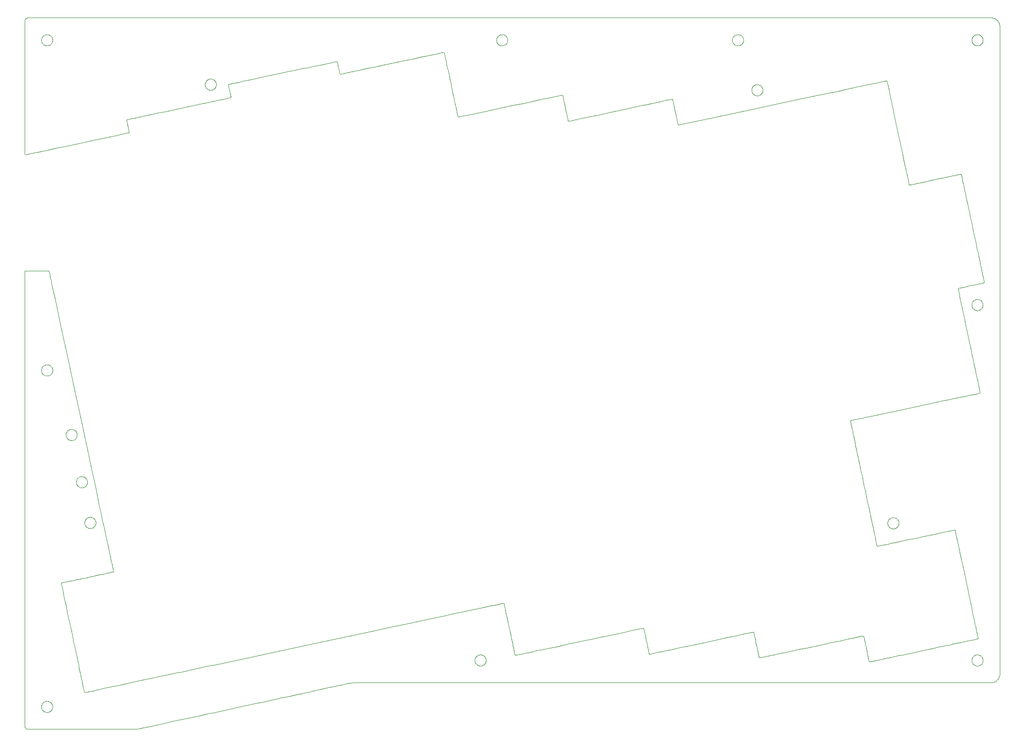
<source format=gm1>
G04 #@! TF.GenerationSoftware,KiCad,Pcbnew,(5.1.5-0-10_14)*
G04 #@! TF.CreationDate,2020-05-14T05:20:06+09:00*
G04 #@! TF.ProjectId,R-top-v2,522d746f-702d-4763-922e-6b696361645f,rev?*
G04 #@! TF.SameCoordinates,Original*
G04 #@! TF.FileFunction,Profile,NP*
%FSLAX46Y46*%
G04 Gerber Fmt 4.6, Leading zero omitted, Abs format (unit mm)*
G04 Created by KiCad (PCBNEW (5.1.5-0-10_14)) date 2020-05-14 05:20:06*
%MOMM*%
%LPD*%
G04 APERTURE LIST*
%ADD10C,0.050000*%
G04 APERTURE END LIST*
D10*
X142446526Y-148205649D02*
X142445319Y-148156206D01*
X142445319Y-148156206D02*
X142441895Y-148108963D01*
X142441895Y-148108963D02*
X142436245Y-148061960D01*
X142436245Y-148061960D02*
X142428809Y-148017565D01*
X142428809Y-148017565D02*
X142419977Y-147976117D01*
X142419977Y-147976117D02*
X142409552Y-147935689D01*
X142409552Y-147935689D02*
X142397856Y-147897035D01*
X142397856Y-147897035D02*
X142384920Y-147859773D01*
X142384920Y-147859773D02*
X142370640Y-147823368D01*
X142370640Y-147823368D02*
X142355154Y-147788016D01*
X142355154Y-147788016D02*
X142338614Y-147753897D01*
X142338614Y-147753897D02*
X142320831Y-147720512D01*
X142320831Y-147720512D02*
X142302034Y-147688214D01*
X142302034Y-147688214D02*
X142282492Y-147657323D01*
X142282492Y-147657323D02*
X142262084Y-147627513D01*
X142262084Y-147627513D02*
X142240639Y-147598486D01*
X142240639Y-147598486D02*
X142218424Y-147570564D01*
X142218424Y-147570564D02*
X142194749Y-147542900D01*
X142194749Y-147542900D02*
X142170615Y-147516660D01*
X142170615Y-147516660D02*
X142145035Y-147490772D01*
X142145035Y-147490772D02*
X142117977Y-147465314D01*
X142117977Y-147465314D02*
X142090562Y-147441345D01*
X142090562Y-147441345D02*
X142062575Y-147418601D01*
X142062575Y-147418601D02*
X142033769Y-147396855D01*
X142033769Y-147396855D02*
X142001665Y-147374456D01*
X142001665Y-147374456D02*
X141971232Y-147354876D01*
X141971232Y-147354876D02*
X141939728Y-147336189D01*
X141939728Y-147336189D02*
X141906828Y-147318286D01*
X141906828Y-147318286D02*
X141872854Y-147301426D01*
X141872854Y-147301426D02*
X141837117Y-147285381D01*
X141837117Y-147285381D02*
X141796895Y-147269285D01*
X141796895Y-147269285D02*
X141759673Y-147256159D01*
X141759673Y-147256159D02*
X141720867Y-147244207D01*
X141720867Y-147244207D02*
X141681221Y-147233755D01*
X141681221Y-147233755D02*
X141638656Y-147224448D01*
X141638656Y-147224448D02*
X141595050Y-147216906D01*
X141595050Y-147216906D02*
X141550034Y-147211181D01*
X141550034Y-147211181D02*
X141503226Y-147207402D01*
X141503226Y-147207402D02*
X141453816Y-147205772D01*
X141453816Y-147205772D02*
X141444920Y-147205736D01*
X230622626Y-100320892D02*
X230625207Y-100369008D01*
X230625207Y-100369008D02*
X230615802Y-100409624D01*
X230615802Y-100409624D02*
X230598645Y-100443061D01*
X230598645Y-100443061D02*
X230575715Y-100470233D01*
X230575715Y-100470233D02*
X230546777Y-100492027D01*
X230546777Y-100492027D02*
X230511797Y-100507272D01*
X230511797Y-100507272D02*
X230499013Y-100510546D01*
X226732193Y-81958978D02*
X226771340Y-82143752D01*
X226771340Y-82143752D02*
X226900451Y-82753155D01*
X226900451Y-82753155D02*
X227186823Y-84104836D01*
X227186823Y-84104836D02*
X227716989Y-86607231D01*
X227716989Y-86607231D02*
X228184669Y-88814687D01*
X228184669Y-88814687D02*
X228511574Y-90357662D01*
X228511574Y-90357662D02*
X228842608Y-91920115D01*
X228842608Y-91920115D02*
X229088314Y-93079823D01*
X229088314Y-93079823D02*
X229209174Y-93650265D01*
X229209174Y-93650265D02*
X229288783Y-94026006D01*
X229288783Y-94026006D02*
X229406492Y-94581568D01*
X229406492Y-94581568D02*
X229559148Y-95302068D01*
X229559148Y-95302068D02*
X229706142Y-95995840D01*
X229706142Y-95995840D02*
X229846444Y-96658022D01*
X229846444Y-96658022D02*
X229979025Y-97283752D01*
X229979025Y-97283752D02*
X230102855Y-97868167D01*
X230102855Y-97868167D02*
X230189034Y-98274886D01*
X230189034Y-98274886D02*
X230243420Y-98531552D01*
X230243420Y-98531552D02*
X230295039Y-98775155D01*
X230295039Y-98775155D02*
X230343763Y-99005089D01*
X230343763Y-99005089D02*
X230389461Y-99220743D01*
X230389461Y-99220743D02*
X230432005Y-99421511D01*
X230432005Y-99421511D02*
X230471269Y-99606786D01*
X230471269Y-99606786D02*
X230507121Y-99775961D01*
X230507121Y-99775961D02*
X230539434Y-99928427D01*
X230539434Y-99928427D02*
X230561150Y-100030890D01*
X230561150Y-100030890D02*
X230574531Y-100094021D01*
X230574531Y-100094021D02*
X230592926Y-100180801D01*
X230592926Y-100180801D02*
X230608867Y-100255998D01*
X230608867Y-100255998D02*
X230618322Y-100300598D01*
X230618322Y-100300598D02*
X230622626Y-100320892D01*
X175757780Y-48146328D02*
X175777827Y-48238976D01*
X175777827Y-48238976D02*
X175787000Y-48281372D01*
X175787000Y-48281372D02*
X175801841Y-48349969D01*
X175801841Y-48349969D02*
X175823774Y-48451357D01*
X175823774Y-48451357D02*
X175847880Y-48562804D01*
X175847880Y-48562804D02*
X175873986Y-48683504D01*
X175873986Y-48683504D02*
X175901918Y-48812654D01*
X175901918Y-48812654D02*
X175931501Y-48949448D01*
X175931501Y-48949448D02*
X175954709Y-49056770D01*
X175954709Y-49056770D02*
X175970575Y-49130145D01*
X175970575Y-49130145D02*
X175994924Y-49242749D01*
X175994924Y-49242749D02*
X176028417Y-49397646D01*
X176028417Y-49397646D02*
X176062866Y-49556969D01*
X176062866Y-49556969D02*
X176098095Y-49719911D01*
X176098095Y-49719911D02*
X176133930Y-49885667D01*
X176133930Y-49885667D02*
X176170198Y-50053435D01*
X176170198Y-50053435D02*
X176206726Y-50222408D01*
X176206726Y-50222408D02*
X176243337Y-50391780D01*
X176243337Y-50391780D02*
X176279859Y-50560748D01*
X176279859Y-50560748D02*
X176316117Y-50728506D01*
X176316117Y-50728506D02*
X176351938Y-50894250D01*
X176351938Y-50894250D02*
X176387148Y-51057174D01*
X176387148Y-51057174D02*
X176413019Y-51176900D01*
X176413019Y-51176900D02*
X176430002Y-51255493D01*
X176430002Y-51255493D02*
X176446733Y-51332928D01*
X176446733Y-51332928D02*
X176459094Y-51390142D01*
X176459094Y-51390142D02*
X176469277Y-51437272D01*
X176469277Y-51437272D02*
X176487363Y-51520982D01*
X176487363Y-51520982D02*
X176510716Y-51629083D01*
X176510716Y-51629083D02*
X176525866Y-51699221D01*
X176525866Y-51699221D02*
X176540635Y-51767597D01*
X176540635Y-51767597D02*
X176555002Y-51834112D01*
X176555002Y-51834112D02*
X176568943Y-51898665D01*
X176568943Y-51898665D02*
X176582437Y-51961154D01*
X176582437Y-51961154D02*
X176592236Y-52006537D01*
X176592236Y-52006537D02*
X176607999Y-52079542D01*
X176607999Y-52079542D02*
X176620022Y-52135238D01*
X176620022Y-52135238D02*
X176631511Y-52188469D01*
X176631511Y-52188469D02*
X176645071Y-52251302D01*
X176645071Y-52251302D02*
X176662560Y-52332363D01*
X176662560Y-52332363D02*
X176671697Y-52374725D01*
X176671697Y-52374725D02*
X176688022Y-52450445D01*
X176688022Y-52450445D02*
X176691653Y-52467292D01*
X175568126Y-48023646D02*
X175615854Y-48020664D01*
X175615854Y-48020664D02*
X175656910Y-48029917D01*
X175656910Y-48029917D02*
X175690150Y-48046861D01*
X175690150Y-48046861D02*
X175717853Y-48070258D01*
X175717853Y-48070258D02*
X175739413Y-48099035D01*
X175739413Y-48099035D02*
X175754583Y-48133916D01*
X175754583Y-48133916D02*
X175757780Y-48146328D01*
X176881306Y-52589974D02*
X177581320Y-52441671D01*
X177581320Y-52441671D02*
X180935994Y-51730956D01*
X180935994Y-51730956D02*
X188900055Y-50043703D01*
X188900055Y-50043703D02*
X198589084Y-47991001D01*
X198589084Y-47991001D02*
X203218154Y-47010295D01*
X203218154Y-47010295D02*
X205365654Y-46555330D01*
X205365654Y-46555330D02*
X206716494Y-46269145D01*
X206716494Y-46269145D02*
X208599955Y-45870122D01*
X208599955Y-45870122D02*
X210751986Y-45414201D01*
X210751986Y-45414201D02*
X212429801Y-45058749D01*
X212429801Y-45058749D02*
X213175309Y-44900810D01*
X213175309Y-44900810D02*
X213416255Y-44849766D01*
X213416255Y-44849766D02*
X213617457Y-44807142D01*
X213617457Y-44807142D02*
X213777570Y-44773224D01*
X213777570Y-44773224D02*
X213840000Y-44760000D01*
X176691653Y-52467292D02*
X176704641Y-52504539D01*
X176704641Y-52504539D02*
X176724512Y-52535224D01*
X176724512Y-52535224D02*
X176749949Y-52559887D01*
X176749949Y-52559887D02*
X176781748Y-52579099D01*
X176781748Y-52579099D02*
X176820008Y-52591024D01*
X176820008Y-52591024D02*
X176869429Y-52592031D01*
X176869429Y-52592031D02*
X176881306Y-52589974D01*
X96867073Y-47676005D02*
X96883593Y-47641625D01*
X96883593Y-47641625D02*
X96891839Y-47599488D01*
X96891839Y-47599488D02*
X96888240Y-47555101D01*
X231356686Y-80632844D02*
X231359306Y-80680501D01*
X231359306Y-80680501D02*
X231349858Y-80721528D01*
X231349858Y-80721528D02*
X231332850Y-80754762D01*
X231332850Y-80754762D02*
X231309752Y-80782221D01*
X231309752Y-80782221D02*
X231281270Y-80803789D01*
X231281270Y-80803789D02*
X231246461Y-80819141D01*
X231246461Y-80819141D02*
X231233920Y-80822412D01*
X227305386Y-61542881D02*
X227314377Y-61585265D01*
X227314377Y-61585265D02*
X227335889Y-61686665D01*
X227335889Y-61686665D02*
X227375340Y-61872613D01*
X227375340Y-61872613D02*
X227424568Y-62104642D01*
X227424568Y-62104642D02*
X227461726Y-62279773D01*
X227461726Y-62279773D02*
X227523702Y-62571868D01*
X227523702Y-62571868D02*
X227594107Y-62903685D01*
X227594107Y-62903685D02*
X227644752Y-63142376D01*
X227644752Y-63142376D02*
X227726015Y-63525359D01*
X227726015Y-63525359D02*
X227844706Y-64084730D01*
X227844706Y-64084730D02*
X227973647Y-64692405D01*
X227973647Y-64692405D02*
X228111760Y-65343296D01*
X228111760Y-65343296D02*
X228257964Y-66032318D01*
X228257964Y-66032318D02*
X228411183Y-66754385D01*
X228411183Y-66754385D02*
X228570336Y-67504415D01*
X228570336Y-67504415D02*
X228734344Y-68277318D01*
X228734344Y-68277318D02*
X228859980Y-68869384D01*
X228859980Y-68869384D02*
X228944615Y-69268224D01*
X228944615Y-69268224D02*
X229072612Y-69871407D01*
X229072612Y-69871407D02*
X229244714Y-70682421D01*
X229244714Y-70682421D02*
X229374194Y-71292581D01*
X229374194Y-71292581D02*
X229460446Y-71699033D01*
X229460446Y-71699033D02*
X229546496Y-72104528D01*
X229546496Y-72104528D02*
X229632210Y-72508433D01*
X229632210Y-72508433D02*
X229759937Y-73110313D01*
X229759937Y-73110313D02*
X229927722Y-73900942D01*
X229927722Y-73900942D02*
X230050998Y-74481829D01*
X230050998Y-74481829D02*
X230131856Y-74862832D01*
X230131856Y-74862832D02*
X230250885Y-75423685D01*
X230250885Y-75423685D02*
X230366203Y-75967051D01*
X230366203Y-75967051D02*
X230441127Y-76320073D01*
X230441127Y-76320073D02*
X230514229Y-76664512D01*
X230514229Y-76664512D02*
X230585376Y-76999731D01*
X230585376Y-76999731D02*
X230637303Y-77244389D01*
X230637303Y-77244389D02*
X230671283Y-77404486D01*
X230671283Y-77404486D02*
X230721263Y-77639963D01*
X230721263Y-77639963D02*
X230785733Y-77943707D01*
X230785733Y-77943707D02*
X230847708Y-78235687D01*
X230847708Y-78235687D02*
X230892385Y-78446167D01*
X230892385Y-78446167D02*
X230921375Y-78582738D01*
X230921375Y-78582738D02*
X230949665Y-78716012D01*
X230949665Y-78716012D02*
X230977238Y-78845908D01*
X230977238Y-78845908D02*
X231017314Y-79034691D01*
X231017314Y-79034691D02*
X231055492Y-79214534D01*
X231055492Y-79214534D02*
X231080032Y-79330125D01*
X231080032Y-79330125D02*
X231115437Y-79496893D01*
X231115437Y-79496893D02*
X231148775Y-79653924D01*
X231148775Y-79653924D02*
X231170010Y-79753938D01*
X231170010Y-79753938D02*
X231185339Y-79826136D01*
X231185339Y-79826136D02*
X231195302Y-79873057D01*
X231195302Y-79873057D02*
X231209857Y-79941604D01*
X231209857Y-79941604D02*
X231228436Y-80029100D01*
X231228436Y-80029100D02*
X231246097Y-80112265D01*
X231246097Y-80112265D02*
X231262821Y-80191019D01*
X231262821Y-80191019D02*
X231278593Y-80265282D01*
X231278593Y-80265282D02*
X231300553Y-80368669D01*
X231300553Y-80368669D02*
X231320026Y-80460335D01*
X231320026Y-80460335D02*
X231328934Y-80502267D01*
X231328934Y-80502267D02*
X231342575Y-80566463D01*
X231342575Y-80566463D02*
X231352279Y-80612116D01*
X231352279Y-80612116D02*
X231356686Y-80632844D01*
X226854960Y-81769409D02*
X226817152Y-81782623D01*
X226817152Y-81782623D02*
X226786776Y-81802322D01*
X226786776Y-81802322D02*
X226760941Y-81829246D01*
X226760941Y-81829246D02*
X226742230Y-81860945D01*
X226742230Y-81860945D02*
X226730608Y-81899922D01*
X226730608Y-81899922D02*
X226730536Y-81950146D01*
X226730536Y-81950146D02*
X226732193Y-81958978D01*
X231233920Y-80822412D02*
X231082604Y-80855133D01*
X231082604Y-80855133D02*
X230631321Y-80952719D01*
X230631321Y-80952719D02*
X230048887Y-81078665D01*
X230048887Y-81078665D02*
X229556332Y-81185176D01*
X229556332Y-81185176D02*
X229215948Y-81258784D01*
X229215948Y-81258784D02*
X228958207Y-81314519D01*
X228958207Y-81314519D02*
X228786791Y-81351587D01*
X228786791Y-81351587D02*
X228531930Y-81406703D01*
X228531930Y-81406703D02*
X228201414Y-81478179D01*
X228201414Y-81478179D02*
X227887309Y-81546109D01*
X227887309Y-81546109D02*
X227596171Y-81609074D01*
X227596171Y-81609074D02*
X227397912Y-81651953D01*
X227397912Y-81651953D02*
X227275720Y-81678383D01*
X227275720Y-81678383D02*
X227162959Y-81702774D01*
X227162959Y-81702774D02*
X227060451Y-81724948D01*
X227060451Y-81724948D02*
X226969014Y-81744730D01*
X226969014Y-81744730D02*
X226908585Y-81757804D01*
X226908585Y-81757804D02*
X226863381Y-81767585D01*
X226863381Y-81767585D02*
X226854960Y-81769409D01*
X96569045Y-45342168D02*
X96611641Y-45333211D01*
X96611641Y-45333211D02*
X96713499Y-45311797D01*
X96713499Y-45311797D02*
X96834784Y-45286300D01*
X96834784Y-45286300D02*
X96974860Y-45256854D01*
X96974860Y-45256854D02*
X97133087Y-45223592D01*
X97133087Y-45223592D02*
X97308828Y-45186648D01*
X97308828Y-45186648D02*
X97601899Y-45125042D01*
X97601899Y-45125042D02*
X98290580Y-44980276D01*
X98290580Y-44980276D02*
X99412619Y-44744418D01*
X99412619Y-44744418D02*
X100718060Y-44470011D01*
X100718060Y-44470011D02*
X102166130Y-44165624D01*
X102166130Y-44165624D02*
X103716056Y-43839830D01*
X103716056Y-43839830D02*
X105327063Y-43501198D01*
X105327063Y-43501198D02*
X106958378Y-43158298D01*
X106958378Y-43158298D02*
X108169067Y-42903812D01*
X108169067Y-42903812D02*
X108961730Y-42737197D01*
X108961730Y-42737197D02*
X109736534Y-42574334D01*
X109736534Y-42574334D02*
X110488383Y-42416298D01*
X110488383Y-42416298D02*
X111566429Y-42189698D01*
X111566429Y-42189698D02*
X112871235Y-41915433D01*
X112871235Y-41915433D02*
X113992479Y-41679755D01*
X113992479Y-41679755D02*
X114889388Y-41491232D01*
X114889388Y-41491232D02*
X115381080Y-41387883D01*
X115381080Y-41387883D02*
X115623057Y-41337023D01*
X115623057Y-41337023D02*
X115711333Y-41318470D01*
X96888240Y-47555101D02*
X96874140Y-47490697D01*
X96874140Y-47490697D02*
X96863622Y-47442636D01*
X96863622Y-47442636D02*
X96852300Y-47390888D01*
X96852300Y-47390888D02*
X96843294Y-47349722D01*
X96843294Y-47349722D02*
X96827481Y-47277425D01*
X96827481Y-47277425D02*
X96807266Y-47184988D01*
X96807266Y-47184988D02*
X96778364Y-47052815D01*
X96778364Y-47052815D02*
X96755522Y-46948357D01*
X96755522Y-46948357D02*
X96739905Y-46876944D01*
X96739905Y-46876944D02*
X96716016Y-46767703D01*
X96716016Y-46767703D02*
X96691676Y-46656411D01*
X96691676Y-46656411D02*
X96675338Y-46581713D01*
X96675338Y-46581713D02*
X96658967Y-46506876D01*
X96658967Y-46506876D02*
X96642622Y-46432173D01*
X96642622Y-46432173D02*
X96626365Y-46357878D01*
X96626365Y-46357878D02*
X96614271Y-46302615D01*
X96614271Y-46302615D02*
X96598310Y-46229697D01*
X96598310Y-46229697D02*
X96584548Y-46166845D01*
X96584548Y-46166845D02*
X96574854Y-46122577D01*
X96574854Y-46122577D02*
X96559629Y-46053065D01*
X96559629Y-46053065D02*
X96544804Y-45985393D01*
X96544804Y-45985393D02*
X96530434Y-45919832D01*
X96530434Y-45919832D02*
X96516582Y-45856658D01*
X96516582Y-45856658D02*
X96503306Y-45796143D01*
X96503306Y-45796143D02*
X96490668Y-45738559D01*
X96490668Y-45738559D02*
X96480181Y-45690818D01*
X96480181Y-45690818D02*
X96467532Y-45633277D01*
X96467532Y-45633277D02*
X96457156Y-45586126D01*
X96457156Y-45586126D02*
X96446538Y-45537936D01*
X96446538Y-45537936D02*
X96445433Y-45532922D01*
X157276740Y-51948116D02*
X157362643Y-51929689D01*
X157362643Y-51929689D02*
X157533522Y-51893033D01*
X157533522Y-51893033D02*
X157668301Y-51864119D01*
X157668301Y-51864119D02*
X157900552Y-51814294D01*
X157900552Y-51814294D02*
X158173616Y-51755712D01*
X158173616Y-51755712D02*
X158373697Y-51712787D01*
X158373697Y-51712787D02*
X158699667Y-51642853D01*
X158699667Y-51642853D02*
X159185082Y-51538708D01*
X159185082Y-51538708D02*
X160001481Y-51363550D01*
X160001481Y-51363550D02*
X161248015Y-51096101D01*
X161248015Y-51096101D02*
X162629976Y-50799593D01*
X162629976Y-50799593D02*
X164867347Y-50319550D01*
X164867347Y-50319550D02*
X167979403Y-49651832D01*
X167979403Y-49651832D02*
X170216608Y-49171820D01*
X170216608Y-49171820D02*
X171260203Y-48947909D01*
X171260203Y-48947909D02*
X171919641Y-48806421D01*
X171919641Y-48806421D02*
X172542790Y-48672721D01*
X172542790Y-48672721D02*
X173124809Y-48547846D01*
X173124809Y-48547846D02*
X173660864Y-48432833D01*
X173660864Y-48432833D02*
X174146116Y-48328722D01*
X174146116Y-48328722D02*
X174575727Y-48236550D01*
X174575727Y-48236550D02*
X174944860Y-48157354D01*
X174944860Y-48157354D02*
X175176955Y-48107560D01*
X175176955Y-48107560D02*
X175311627Y-48078668D01*
X175311627Y-48078668D02*
X175428459Y-48053605D01*
X175428459Y-48053605D02*
X175491413Y-48040099D01*
X175491413Y-48040099D02*
X175547888Y-48027986D01*
X175547888Y-48027986D02*
X175568126Y-48023646D01*
X157156513Y-51926018D02*
X157191334Y-51942994D01*
X157191334Y-51942994D02*
X157233001Y-51951371D01*
X157233001Y-51951371D02*
X157276740Y-51948116D01*
X227236806Y-61441958D02*
X227264355Y-61464695D01*
X227264355Y-61464695D02*
X227286335Y-61493524D01*
X227286335Y-61493524D02*
X227301964Y-61529225D01*
X227301964Y-61529225D02*
X227305386Y-61542881D01*
X227115732Y-61419606D02*
X227163383Y-61416754D01*
X227163383Y-61416754D02*
X227205151Y-61426111D01*
X227205151Y-61426111D02*
X227236806Y-61441958D01*
X96467446Y-45411849D02*
X96490200Y-45384373D01*
X96490200Y-45384373D02*
X96518667Y-45362239D01*
X96518667Y-45362239D02*
X96552917Y-45346457D01*
X96552917Y-45346457D02*
X96569045Y-45342168D01*
X157087086Y-51825010D02*
X157099883Y-51862419D01*
X157099883Y-51862419D02*
X157119737Y-51893167D01*
X157119737Y-51893167D02*
X157145410Y-51918118D01*
X157145410Y-51918118D02*
X157156513Y-51926018D01*
X156151520Y-47431149D02*
X156162982Y-47485009D01*
X156162982Y-47485009D02*
X156175899Y-47545688D01*
X156175899Y-47545688D02*
X156190402Y-47613817D01*
X156190402Y-47613817D02*
X156200775Y-47662543D01*
X156200775Y-47662543D02*
X156217350Y-47740384D01*
X156217350Y-47740384D02*
X156241447Y-47853557D01*
X156241447Y-47853557D02*
X156267559Y-47976185D01*
X156267559Y-47976185D02*
X156309925Y-48175132D01*
X156309925Y-48175132D02*
X156372134Y-48467252D01*
X156372134Y-48467252D02*
X156439249Y-48782394D01*
X156439249Y-48782394D02*
X156509869Y-49113984D01*
X156509869Y-49113984D02*
X156564322Y-49369668D01*
X156564322Y-49369668D02*
X156600946Y-49541635D01*
X156600946Y-49541635D02*
X156656013Y-49800204D01*
X156656013Y-49800204D02*
X156728733Y-50141680D01*
X156728733Y-50141680D02*
X156799352Y-50473303D01*
X156799352Y-50473303D02*
X156849951Y-50710928D01*
X156849951Y-50710928D02*
X156882371Y-50863182D01*
X156882371Y-50863182D02*
X156913476Y-51009274D01*
X156913476Y-51009274D02*
X156932108Y-51096793D01*
X156932108Y-51096793D02*
X156950188Y-51181719D01*
X156950188Y-51181719D02*
X156971042Y-51279681D01*
X156971042Y-51279681D02*
X156990747Y-51372249D01*
X156990747Y-51372249D02*
X157003311Y-51431274D01*
X157003311Y-51431274D02*
X157021253Y-51515574D01*
X157021253Y-51515574D02*
X157037826Y-51593452D01*
X157037826Y-51593452D02*
X157048200Y-51642204D01*
X157048200Y-51642204D02*
X157057972Y-51688131D01*
X157057972Y-51688131D02*
X157067119Y-51731130D01*
X157067119Y-51731130D02*
X157083455Y-51807936D01*
X157083455Y-51807936D02*
X157087086Y-51825010D01*
X96445433Y-45532922D02*
X96442657Y-45485626D01*
X96442657Y-45485626D02*
X96451874Y-45443465D01*
X96451874Y-45443465D02*
X96467446Y-45411849D01*
X230147646Y-149206409D02*
X230196833Y-149205224D01*
X230196833Y-149205224D02*
X230244616Y-149201787D01*
X230244616Y-149201787D02*
X230290390Y-149196340D01*
X230290390Y-149196340D02*
X230333587Y-149189231D01*
X230333587Y-149189231D02*
X230375004Y-149180568D01*
X230375004Y-149180568D02*
X230415216Y-149170376D01*
X230415216Y-149170376D02*
X230453849Y-149158882D01*
X230453849Y-149158882D02*
X230491271Y-149146092D01*
X230491271Y-149146092D02*
X230530131Y-149131016D01*
X230530131Y-149131016D02*
X230566111Y-149115348D01*
X230566111Y-149115348D02*
X230603371Y-149097299D01*
X230603371Y-149097299D02*
X230636782Y-149079446D01*
X230636782Y-149079446D02*
X230671999Y-149058806D01*
X230671999Y-149058806D02*
X230702520Y-149039311D01*
X230702520Y-149039311D02*
X230732275Y-149018756D01*
X230732275Y-149018756D02*
X230761237Y-148997169D01*
X230761237Y-148997169D02*
X230789236Y-148974699D01*
X230789236Y-148974699D02*
X230816398Y-148951259D01*
X230816398Y-148951259D02*
X230843104Y-148926491D01*
X230843104Y-148926491D02*
X230873835Y-148895633D01*
X230873835Y-148895633D02*
X230900230Y-148866855D01*
X230900230Y-148866855D02*
X230923360Y-148839680D01*
X230923360Y-148839680D02*
X230946891Y-148809891D01*
X230946891Y-148809891D02*
X230968217Y-148780745D01*
X230968217Y-148780745D02*
X230988708Y-148750501D01*
X230988708Y-148750501D02*
X231008498Y-148718834D01*
X231008498Y-148718834D02*
X231028034Y-148684734D01*
X231028034Y-148684734D02*
X231046334Y-148649640D01*
X231046334Y-148649640D02*
X231062493Y-148615488D01*
X231062493Y-148615488D02*
X231077527Y-148580286D01*
X231077527Y-148580286D02*
X231092656Y-148540444D01*
X231092656Y-148540444D02*
X231105207Y-148502753D01*
X231105207Y-148502753D02*
X231116481Y-148463663D01*
X231116481Y-148463663D02*
X231126361Y-148423178D01*
X231126361Y-148423178D02*
X231134852Y-148380529D01*
X231134852Y-148380529D02*
X231141538Y-148337049D01*
X231141538Y-148337049D02*
X231146437Y-148291788D01*
X231146437Y-148291788D02*
X231149378Y-148243941D01*
X231149378Y-148243941D02*
X231150100Y-148205649D01*
X64073980Y-157489349D02*
X64073980Y-157489349D01*
X229149426Y-148205649D02*
X229150687Y-148256360D01*
X229150687Y-148256360D02*
X229154164Y-148303653D01*
X229154164Y-148303653D02*
X229159528Y-148348366D01*
X229159528Y-148348366D02*
X229166839Y-148392452D01*
X229166839Y-148392452D02*
X229175603Y-148433975D01*
X229175603Y-148433975D02*
X229185804Y-148473916D01*
X229185804Y-148473916D02*
X229197472Y-148512831D01*
X229197472Y-148512831D02*
X229210329Y-148550167D01*
X229210329Y-148550167D02*
X229224453Y-148586467D01*
X229224453Y-148586467D02*
X229239692Y-148621545D01*
X229239692Y-148621545D02*
X229256387Y-148656250D01*
X229256387Y-148656250D02*
X229274268Y-148690034D01*
X229274268Y-148690034D02*
X229293187Y-148722715D01*
X229293187Y-148722715D02*
X229315774Y-148758371D01*
X229315774Y-148758371D02*
X229336936Y-148789022D01*
X229336936Y-148789022D02*
X229358730Y-148818240D01*
X229358730Y-148818240D02*
X229382028Y-148847200D01*
X229382028Y-148847200D02*
X229405858Y-148874704D01*
X229405858Y-148874704D02*
X229430392Y-148901047D01*
X229430392Y-148901047D02*
X229455576Y-148926230D01*
X229455576Y-148926230D02*
X229481769Y-148950634D01*
X229481769Y-148950634D02*
X229509109Y-148974339D01*
X229509109Y-148974339D02*
X229537444Y-148997169D01*
X229537444Y-148997169D02*
X229566300Y-149018756D01*
X229566300Y-149018756D02*
X229596254Y-149039518D01*
X229596254Y-149039518D02*
X229628907Y-149060383D01*
X229628907Y-149060383D02*
X229661410Y-149079446D01*
X229661410Y-149079446D02*
X229694674Y-149097299D01*
X229694674Y-149097299D02*
X229730210Y-149114630D01*
X229730210Y-149114630D02*
X229765810Y-149130287D01*
X229765810Y-149130287D02*
X229801928Y-149144508D01*
X229801928Y-149144508D02*
X229839437Y-149157585D01*
X229839437Y-149157585D02*
X229878336Y-149169394D01*
X229878336Y-149169394D02*
X229918631Y-149179817D01*
X229918631Y-149179817D02*
X229959938Y-149188651D01*
X229959938Y-149188651D02*
X230003004Y-149195921D01*
X230003004Y-149195921D02*
X230048234Y-149201479D01*
X230048234Y-149201479D02*
X230095242Y-149205044D01*
X230095242Y-149205044D02*
X230144828Y-149206404D01*
X230144828Y-149206404D02*
X230147646Y-149206409D01*
X141444920Y-149206409D02*
X141494432Y-149205204D01*
X141494432Y-149205204D02*
X141541353Y-149201825D01*
X141541353Y-149201825D02*
X141586096Y-149196534D01*
X141586096Y-149196534D02*
X141632138Y-149188942D01*
X141632138Y-149188942D02*
X141673481Y-149180216D01*
X141673481Y-149180216D02*
X141713623Y-149169965D01*
X141713623Y-149169965D02*
X141752186Y-149158411D01*
X141752186Y-149158411D02*
X141789542Y-149145568D01*
X141789542Y-149145568D02*
X141828332Y-149130434D01*
X141828332Y-149130434D02*
X141863212Y-149115189D01*
X141863212Y-149115189D02*
X141897388Y-149098673D01*
X141897388Y-149098673D02*
X141930831Y-149080918D01*
X141930831Y-149080918D02*
X141963507Y-149061953D01*
X141963507Y-149061953D02*
X141995387Y-149041806D01*
X141995387Y-149041806D02*
X142027667Y-149019632D01*
X142027667Y-149019632D02*
X142056938Y-148997857D01*
X142056938Y-148997857D02*
X142085956Y-148974580D01*
X142085956Y-148974580D02*
X142112955Y-148951259D01*
X142112955Y-148951259D02*
X142139644Y-148926491D01*
X142139644Y-148926491D02*
X142166199Y-148899967D01*
X142166199Y-148899967D02*
X142192501Y-148871628D01*
X142192501Y-148871628D02*
X142216268Y-148844028D01*
X142216268Y-148844028D02*
X142240639Y-148813478D01*
X142240639Y-148813478D02*
X142263823Y-148781975D01*
X142263823Y-148781975D02*
X142284762Y-148751132D01*
X142284762Y-148751132D02*
X142304180Y-148720128D01*
X142304180Y-148720128D02*
X142324486Y-148684734D01*
X142324486Y-148684734D02*
X142342782Y-148649640D01*
X142342782Y-148649640D02*
X142358936Y-148615488D01*
X142358936Y-148615488D02*
X142373964Y-148580286D01*
X142373964Y-148580286D02*
X142389091Y-148540444D01*
X142389091Y-148540444D02*
X142401639Y-148502753D01*
X142401639Y-148502753D02*
X142412912Y-148463663D01*
X142412912Y-148463663D02*
X142422790Y-148423178D01*
X142422790Y-148423178D02*
X142431279Y-148380529D01*
X142431279Y-148380529D02*
X142437965Y-148337049D01*
X142437965Y-148337049D02*
X142442863Y-148291788D01*
X142442863Y-148291788D02*
X142445804Y-148243941D01*
X142445804Y-148243941D02*
X142446526Y-148205649D01*
X231150100Y-148205649D02*
X231148893Y-148156206D01*
X231148893Y-148156206D02*
X231145469Y-148108963D01*
X231145469Y-148108963D02*
X231139818Y-148061960D01*
X231139818Y-148061960D02*
X231132381Y-148017565D01*
X231132381Y-148017565D02*
X231123548Y-147976117D01*
X231123548Y-147976117D02*
X231113121Y-147935689D01*
X231113121Y-147935689D02*
X231101423Y-147897035D01*
X231101423Y-147897035D02*
X231088484Y-147859773D01*
X231088484Y-147859773D02*
X231074202Y-147823368D01*
X231074202Y-147823368D02*
X231058710Y-147788016D01*
X231058710Y-147788016D02*
X231042165Y-147753897D01*
X231042165Y-147753897D02*
X231024378Y-147720512D01*
X231024378Y-147720512D02*
X231005573Y-147688214D01*
X231005573Y-147688214D02*
X230986025Y-147657323D01*
X230986025Y-147657323D02*
X230965608Y-147627513D01*
X230965608Y-147627513D02*
X230944153Y-147598486D01*
X230944153Y-147598486D02*
X230921928Y-147570564D01*
X230921928Y-147570564D02*
X230897242Y-147541778D01*
X230897242Y-147541778D02*
X230872798Y-147515304D01*
X230872798Y-147515304D02*
X230847287Y-147489592D01*
X230847287Y-147489592D02*
X230821424Y-147465314D01*
X230821424Y-147465314D02*
X230793991Y-147441345D01*
X230793991Y-147441345D02*
X230765986Y-147418601D01*
X230765986Y-147418601D02*
X230737463Y-147397077D01*
X230737463Y-147397077D02*
X230707535Y-147376137D01*
X230707535Y-147376137D02*
X230675855Y-147355670D01*
X230675855Y-147355670D02*
X230643701Y-147336563D01*
X230643701Y-147336563D02*
X230610113Y-147318286D01*
X230610113Y-147318286D02*
X230576622Y-147301669D01*
X230576622Y-147301669D02*
X230541388Y-147285829D01*
X230541388Y-147285829D02*
X230504549Y-147270977D01*
X230504549Y-147270977D02*
X230467368Y-147257676D01*
X230467368Y-147257676D02*
X230428785Y-147245597D01*
X230428785Y-147245597D02*
X230388795Y-147234860D01*
X230388795Y-147234860D02*
X230345868Y-147225282D01*
X230345868Y-147225282D02*
X230303241Y-147217708D01*
X230303241Y-147217708D02*
X230258829Y-147211815D01*
X230258829Y-147211815D02*
X230212628Y-147207800D01*
X230212628Y-147207800D02*
X230163026Y-147205849D01*
X230163026Y-147205849D02*
X230147646Y-147205736D01*
X214136333Y-123711582D02*
X214137674Y-123763893D01*
X214137674Y-123763893D02*
X214141257Y-123811561D01*
X214141257Y-123811561D02*
X214147039Y-123858582D01*
X214147039Y-123858582D02*
X214154299Y-123901454D01*
X214154299Y-123901454D02*
X214163174Y-123942930D01*
X214163174Y-123942930D02*
X214173638Y-123983380D01*
X214173638Y-123983380D02*
X214186203Y-124024607D01*
X214186203Y-124024607D02*
X214199729Y-124063090D01*
X214199729Y-124063090D02*
X214214024Y-124099087D01*
X214214024Y-124099087D02*
X214229409Y-124133860D01*
X214229409Y-124133860D02*
X214247445Y-124170618D01*
X214247445Y-124170618D02*
X214265425Y-124203881D01*
X214265425Y-124203881D02*
X214284017Y-124235411D01*
X214284017Y-124235411D02*
X214304130Y-124266812D01*
X214304130Y-124266812D02*
X214324810Y-124296634D01*
X214324810Y-124296634D02*
X214346299Y-124325361D01*
X214346299Y-124325361D02*
X214368658Y-124353134D01*
X214368658Y-124353134D02*
X214392094Y-124380220D01*
X214392094Y-124380220D02*
X214416729Y-124406710D01*
X214416729Y-124406710D02*
X214442426Y-124432424D01*
X214442426Y-124432424D02*
X214468338Y-124456567D01*
X214468338Y-124456567D02*
X214495666Y-124480272D01*
X214495666Y-124480272D02*
X214523990Y-124503102D01*
X214523990Y-124503102D02*
X214552840Y-124524689D01*
X214552840Y-124524689D02*
X214582787Y-124545451D01*
X214582787Y-124545451D02*
X214615437Y-124566316D01*
X214615437Y-124566316D02*
X214647941Y-124585379D01*
X214647941Y-124585379D02*
X214681207Y-124603232D01*
X214681207Y-124603232D02*
X214716751Y-124620563D01*
X214716751Y-124620563D02*
X214752361Y-124636220D01*
X214752361Y-124636220D02*
X214789568Y-124650840D01*
X214789568Y-124650840D02*
X214830030Y-124664815D01*
X214830030Y-124664815D02*
X214869765Y-124676669D01*
X214869765Y-124676669D02*
X214909793Y-124686808D01*
X214909793Y-124686808D02*
X214951585Y-124695522D01*
X214951585Y-124695522D02*
X214995932Y-124702741D01*
X214995932Y-124702741D02*
X215042873Y-124708163D01*
X215042873Y-124708163D02*
X215090440Y-124711376D01*
X215090440Y-124711376D02*
X215134553Y-124712342D01*
X215134553Y-122711669D02*
X215085657Y-122712851D01*
X215085657Y-122712851D02*
X215038542Y-122716256D01*
X215038542Y-122716256D02*
X214991274Y-122721941D01*
X214991274Y-122721941D02*
X214948142Y-122729156D01*
X214948142Y-122729156D02*
X214905649Y-122738205D01*
X214905649Y-122738205D02*
X214864205Y-122748939D01*
X214864205Y-122748939D02*
X214824202Y-122761153D01*
X214824202Y-122761153D02*
X214786708Y-122774314D01*
X214786708Y-122774314D02*
X214749907Y-122788915D01*
X214749907Y-122788915D02*
X214715206Y-122804275D01*
X214715206Y-122804275D02*
X214681207Y-122820906D01*
X214681207Y-122820906D02*
X214645312Y-122840255D01*
X214645312Y-122840255D02*
X214612870Y-122859427D01*
X214612870Y-122859427D02*
X214582163Y-122879146D01*
X214582163Y-122879146D02*
X214551622Y-122900381D01*
X214551622Y-122900381D02*
X214522805Y-122922019D01*
X214522805Y-122922019D02*
X214494803Y-122944658D01*
X214494803Y-122944658D02*
X214467502Y-122968396D01*
X214467502Y-122968396D02*
X214441618Y-122992571D01*
X214441618Y-122992571D02*
X214414910Y-123019396D01*
X214414910Y-123019396D02*
X214390468Y-123045807D01*
X214390468Y-123045807D02*
X214366977Y-123073088D01*
X214366977Y-123073088D02*
X214344345Y-123101356D01*
X214344345Y-123101356D02*
X214322729Y-123130446D01*
X214322729Y-123130446D02*
X214301631Y-123161114D01*
X214301631Y-123161114D02*
X214281754Y-123192428D01*
X214281754Y-123192428D02*
X214263019Y-123224513D01*
X214263019Y-123224513D02*
X214244681Y-123258852D01*
X214244681Y-123258852D02*
X214228130Y-123292937D01*
X214228130Y-123292937D02*
X214212849Y-123327724D01*
X214212849Y-123327724D02*
X214198527Y-123364075D01*
X214198527Y-123364075D02*
X214185250Y-123402196D01*
X214185250Y-123402196D02*
X214173585Y-123440620D01*
X214173585Y-123440620D02*
X214163174Y-123480810D01*
X214163174Y-123480810D02*
X214153859Y-123524495D01*
X214153859Y-123524495D02*
X214146585Y-123568081D01*
X214146585Y-123568081D02*
X214141101Y-123613453D01*
X214141101Y-123613453D02*
X214137593Y-123661014D01*
X214137593Y-123661014D02*
X214136333Y-123711582D01*
X155961866Y-47307959D02*
X156009052Y-47305016D01*
X156009052Y-47305016D02*
X156051764Y-47314749D01*
X156051764Y-47314749D02*
X156084911Y-47331899D01*
X156084911Y-47331899D02*
X156112053Y-47354993D01*
X156112053Y-47354993D02*
X156133477Y-47383754D01*
X156133477Y-47383754D02*
X156148507Y-47418956D01*
X156148507Y-47418956D02*
X156151520Y-47431149D01*
X137602746Y-51209822D02*
X138024392Y-51120207D01*
X138024392Y-51120207D02*
X139748892Y-50753690D01*
X139748892Y-50753690D02*
X142250952Y-50221916D01*
X142250952Y-50221916D02*
X145219577Y-49590982D01*
X145219577Y-49590982D02*
X147562722Y-49092985D01*
X147562722Y-49092985D02*
X149105405Y-48765115D01*
X149105405Y-48765115D02*
X150589796Y-48449636D01*
X150589796Y-48449636D02*
X151977023Y-48154810D01*
X151977023Y-48154810D02*
X153228211Y-47888899D01*
X153228211Y-47888899D02*
X154047563Y-47714766D01*
X154047563Y-47714766D02*
X154534685Y-47611244D01*
X154534685Y-47611244D02*
X154965929Y-47519597D01*
X154965929Y-47519597D02*
X155336438Y-47440859D01*
X155336438Y-47440859D02*
X155569375Y-47391357D01*
X155569375Y-47391357D02*
X155704522Y-47362638D01*
X155704522Y-47362638D02*
X155875813Y-47326242D01*
X155875813Y-47326242D02*
X155961866Y-47307959D01*
X78578226Y-54027275D02*
X78616027Y-54014155D01*
X78616027Y-54014155D02*
X78646960Y-53994054D01*
X78646960Y-53994054D02*
X78671949Y-53968006D01*
X78671949Y-53968006D02*
X78690703Y-53936478D01*
X78690703Y-53936478D02*
X78703014Y-53894037D01*
X78703014Y-53894037D02*
X78702135Y-53843603D01*
X78702135Y-53843603D02*
X78700993Y-53837791D01*
X78408046Y-51673372D02*
X78449372Y-51664525D01*
X78449372Y-51664525D02*
X78547918Y-51643434D01*
X78547918Y-51643434D02*
X78634583Y-51624886D01*
X78634583Y-51624886D02*
X78697636Y-51611392D01*
X78697636Y-51611392D02*
X78799979Y-51589492D01*
X78799979Y-51589492D02*
X79032680Y-51539697D01*
X79032680Y-51539697D02*
X79402879Y-51460483D01*
X79402879Y-51460483D02*
X79722439Y-51392106D01*
X79722439Y-51392106D02*
X79952183Y-51342947D01*
X79952183Y-51342947D02*
X80320640Y-51264110D01*
X80320640Y-51264110D02*
X80858489Y-51149031D01*
X80858489Y-51149031D02*
X81442506Y-51024075D01*
X81442506Y-51024075D02*
X82067832Y-50890282D01*
X82067832Y-50890282D02*
X82729609Y-50748691D01*
X82729609Y-50748691D02*
X83776961Y-50524607D01*
X83776961Y-50524607D02*
X85260941Y-50207108D01*
X85260941Y-50207108D02*
X86415271Y-49960139D01*
X86415271Y-49960139D02*
X87193754Y-49793585D01*
X87193754Y-49793585D02*
X87974685Y-49626507D01*
X87974685Y-49626507D02*
X88753207Y-49459943D01*
X88753207Y-49459943D02*
X89907666Y-49212951D01*
X89907666Y-49212951D02*
X91391963Y-48895393D01*
X91391963Y-48895393D02*
X92779186Y-48598604D01*
X92779186Y-48598604D02*
X94617277Y-48205357D01*
X94617277Y-48205357D02*
X95969795Y-47915996D01*
X95969795Y-47915996D02*
X96580106Y-47785426D01*
X96580106Y-47785426D02*
X96765472Y-47745770D01*
X78284433Y-51862856D02*
X78281812Y-51815155D01*
X78281812Y-51815155D02*
X78291376Y-51773884D01*
X78291376Y-51773884D02*
X78308373Y-51740880D01*
X78308373Y-51740880D02*
X78331335Y-51713687D01*
X78331335Y-51713687D02*
X78360698Y-51691657D01*
X78360698Y-51691657D02*
X78396354Y-51676324D01*
X78396354Y-51676324D02*
X78408046Y-51673372D01*
X137413093Y-51086886D02*
X137426081Y-51124212D01*
X137426081Y-51124212D02*
X137445952Y-51154964D01*
X137445952Y-51154964D02*
X137471411Y-51179702D01*
X137471411Y-51179702D02*
X137502862Y-51198795D01*
X137502862Y-51198795D02*
X137541448Y-51210893D01*
X137541448Y-51210893D02*
X137590869Y-51211889D01*
X137590869Y-51211889D02*
X137602746Y-51209822D01*
X134993320Y-39798110D02*
X135003592Y-39845978D01*
X135003592Y-39845978D02*
X135019314Y-39919261D01*
X135019314Y-39919261D02*
X135032495Y-39980702D01*
X135032495Y-39980702D02*
X135047023Y-40048433D01*
X135047023Y-40048433D02*
X135057322Y-40096452D01*
X135057322Y-40096452D02*
X135073672Y-40172692D01*
X135073672Y-40172692D02*
X135097312Y-40282932D01*
X135097312Y-40282932D02*
X135122890Y-40402215D01*
X135122890Y-40402215D02*
X135143357Y-40497670D01*
X135143357Y-40497670D02*
X135157530Y-40563773D01*
X135157530Y-40563773D02*
X135172146Y-40631944D01*
X135172146Y-40631944D02*
X135187196Y-40702141D01*
X135187196Y-40702141D02*
X135210512Y-40810903D01*
X135210512Y-40810903D02*
X135234857Y-40924463D01*
X135234857Y-40924463D02*
X135251552Y-41002338D01*
X135251552Y-41002338D02*
X135277273Y-41122318D01*
X135277273Y-41122318D02*
X135331136Y-41373579D01*
X135331136Y-41373579D02*
X135408022Y-41732252D01*
X135408022Y-41732252D02*
X135489878Y-42114127D01*
X135489878Y-42114127D02*
X135576119Y-42516476D01*
X135576119Y-42516476D02*
X135666161Y-42936569D01*
X135666161Y-42936569D02*
X135759419Y-43371676D01*
X135759419Y-43371676D02*
X135855309Y-43819068D01*
X135855309Y-43819068D02*
X135953246Y-44276015D01*
X135953246Y-44276015D02*
X136102637Y-44973040D01*
X136102637Y-44973040D02*
X136303773Y-45911511D01*
X136303773Y-45911511D02*
X136502570Y-46839070D01*
X136502570Y-46839070D02*
X136646989Y-47512907D01*
X136646989Y-47512907D02*
X136740247Y-47948031D01*
X136740247Y-47948031D02*
X136830289Y-48368145D01*
X136830289Y-48368145D02*
X136916531Y-48770518D01*
X136916531Y-48770518D02*
X136998387Y-49152422D01*
X136998387Y-49152422D02*
X137056379Y-49422985D01*
X137056379Y-49422985D02*
X137093469Y-49596025D01*
X137093469Y-49596025D02*
X137129134Y-49762412D01*
X137129134Y-49762412D02*
X137163300Y-49921806D01*
X137163300Y-49921806D02*
X137195895Y-50073864D01*
X137195895Y-50073864D02*
X137226845Y-50218246D01*
X137226845Y-50218246D02*
X137270256Y-50420745D01*
X137270256Y-50420745D02*
X137309096Y-50601920D01*
X137309096Y-50601920D02*
X137326950Y-50685193D01*
X137326950Y-50685193D02*
X137341008Y-50750761D01*
X137341008Y-50750761D02*
X137354368Y-50813066D01*
X137354368Y-50813066D02*
X137373915Y-50904224D01*
X137373915Y-50904224D02*
X137391306Y-50985317D01*
X137391306Y-50985317D02*
X137402819Y-51038994D01*
X137402819Y-51038994D02*
X137413093Y-51086886D01*
X96765472Y-47745770D02*
X96803104Y-47732882D01*
X96803104Y-47732882D02*
X96834010Y-47713115D01*
X96834010Y-47713115D02*
X96858942Y-47687535D01*
X96858942Y-47687535D02*
X96867073Y-47676005D01*
X232549640Y-33489089D02*
X60715253Y-33489089D01*
X63075760Y-96430374D02*
X63077101Y-96482684D01*
X63077101Y-96482684D02*
X63080684Y-96530348D01*
X63080684Y-96530348D02*
X63086238Y-96575804D01*
X63086238Y-96575804D02*
X63093726Y-96620223D01*
X63093726Y-96620223D02*
X63102870Y-96662820D01*
X63102870Y-96662820D02*
X63113380Y-96703240D01*
X63113380Y-96703240D02*
X63125152Y-96741880D01*
X63125152Y-96741880D02*
X63139358Y-96782344D01*
X63139358Y-96782344D02*
X63153894Y-96818839D01*
X63153894Y-96818839D02*
X63170524Y-96856151D01*
X63170524Y-96856151D02*
X63187568Y-96890627D01*
X63187568Y-96890627D02*
X63205411Y-96923514D01*
X63205411Y-96923514D02*
X63224630Y-96955962D01*
X63224630Y-96955962D02*
X63244393Y-96986670D01*
X63244393Y-96986670D02*
X63265008Y-97016288D01*
X63265008Y-97016288D02*
X63292215Y-97052193D01*
X63292215Y-97052193D02*
X63315101Y-97079989D01*
X63315101Y-97079989D02*
X63338952Y-97106931D01*
X63338952Y-97106931D02*
X63366906Y-97136192D01*
X63366906Y-97136192D02*
X63392444Y-97160974D01*
X63392444Y-97160974D02*
X63419411Y-97185336D01*
X63419411Y-97185336D02*
X63447106Y-97208596D01*
X63447106Y-97208596D02*
X63475341Y-97230634D01*
X63475341Y-97230634D02*
X63504521Y-97251774D01*
X63504521Y-97251774D02*
X63534476Y-97271871D01*
X63534476Y-97271871D02*
X63565504Y-97291094D01*
X63565504Y-97291094D02*
X63597933Y-97309563D01*
X63597933Y-97309563D02*
X63631434Y-97327004D01*
X63631434Y-97327004D02*
X63665662Y-97343200D01*
X63665662Y-97343200D02*
X63701991Y-97358688D01*
X63701991Y-97358688D02*
X63740115Y-97373145D01*
X63740115Y-97373145D02*
X63778229Y-97385844D01*
X63778229Y-97385844D02*
X63819791Y-97397767D01*
X63819791Y-97397767D02*
X63861312Y-97407753D01*
X63861312Y-97407753D02*
X63904056Y-97416078D01*
X63904056Y-97416078D02*
X63947617Y-97422586D01*
X63947617Y-97422586D02*
X63993344Y-97427316D01*
X63993344Y-97427316D02*
X64042251Y-97430043D01*
X64042251Y-97430043D02*
X64073980Y-97430542D01*
X64073980Y-95430545D02*
X64025084Y-95431726D01*
X64025084Y-95431726D02*
X63977969Y-95435124D01*
X63977969Y-95435124D02*
X63932252Y-95440578D01*
X63932252Y-95440578D02*
X63889099Y-95447716D01*
X63889099Y-95447716D02*
X63846582Y-95456687D01*
X63846582Y-95456687D02*
X63804744Y-95467448D01*
X63804744Y-95467448D02*
X63765085Y-95479482D01*
X63765085Y-95479482D02*
X63727564Y-95492569D01*
X63727564Y-95492569D02*
X63690736Y-95507097D01*
X63690736Y-95507097D02*
X63655663Y-95522547D01*
X63655663Y-95522547D02*
X63620634Y-95539638D01*
X63620634Y-95539638D02*
X63587368Y-95557486D01*
X63587368Y-95557486D02*
X63554864Y-95576544D01*
X63554864Y-95576544D02*
X63523466Y-95596569D01*
X63523466Y-95596569D02*
X63493486Y-95617281D01*
X63493486Y-95617281D02*
X63464603Y-95638815D01*
X63464603Y-95638815D02*
X63433081Y-95664241D01*
X63433081Y-95664241D02*
X63406094Y-95687751D01*
X63406094Y-95687751D02*
X63379698Y-95712463D01*
X63379698Y-95712463D02*
X63354206Y-95738102D01*
X63354206Y-95738102D02*
X63329895Y-95764367D01*
X63329895Y-95764367D02*
X63306404Y-95791634D01*
X63306404Y-95791634D02*
X63283888Y-95819742D01*
X63283888Y-95819742D02*
X63262156Y-95848972D01*
X63262156Y-95848972D02*
X63241058Y-95879633D01*
X63241058Y-95879633D02*
X63221181Y-95910942D01*
X63221181Y-95910942D02*
X63202446Y-95943024D01*
X63202446Y-95943024D02*
X63184108Y-95977363D01*
X63184108Y-95977363D02*
X63167557Y-96011450D01*
X63167557Y-96011450D02*
X63152276Y-96046243D01*
X63152276Y-96046243D02*
X63137756Y-96083142D01*
X63137756Y-96083142D02*
X63124677Y-96120738D01*
X63124677Y-96120738D02*
X63113012Y-96159180D01*
X63113012Y-96159180D02*
X63102556Y-96199579D01*
X63102556Y-96199579D02*
X63093507Y-96241958D01*
X63093507Y-96241958D02*
X63086238Y-96285171D01*
X63086238Y-96285171D02*
X63080684Y-96330561D01*
X63080684Y-96330561D02*
X63077101Y-96378151D01*
X63077101Y-96378151D02*
X63075761Y-96427948D01*
X63075761Y-96427948D02*
X63075760Y-96430374D01*
X65075586Y-96430374D02*
X65074379Y-96380945D01*
X65074379Y-96380945D02*
X65070955Y-96333714D01*
X65070955Y-96333714D02*
X65065529Y-96288280D01*
X65065529Y-96288280D02*
X65058378Y-96245023D01*
X65058378Y-96245023D02*
X65049347Y-96202220D01*
X65049347Y-96202220D02*
X65039132Y-96162337D01*
X65039132Y-96162337D02*
X65027507Y-96123658D01*
X65027507Y-96123658D02*
X65014574Y-96086189D01*
X65014574Y-96086189D02*
X65000212Y-96049408D01*
X65000212Y-96049408D02*
X64984849Y-96014208D01*
X64984849Y-96014208D02*
X64968443Y-95980231D01*
X64968443Y-95980231D02*
X64949891Y-95945332D01*
X64949891Y-95945332D02*
X64930899Y-95912714D01*
X64930899Y-95912714D02*
X64910722Y-95880890D01*
X64910722Y-95880890D02*
X64890052Y-95850808D01*
X64890052Y-95850808D02*
X64867865Y-95820930D01*
X64867865Y-95820930D02*
X64844367Y-95791634D01*
X64844367Y-95791634D02*
X64818804Y-95762134D01*
X64818804Y-95762134D02*
X64794216Y-95735808D01*
X64794216Y-95735808D02*
X64766538Y-95708302D01*
X64766538Y-95708302D02*
X64737808Y-95681879D01*
X64737808Y-95681879D02*
X64710677Y-95658722D01*
X64710677Y-95658722D02*
X64682571Y-95636409D01*
X64682571Y-95636409D02*
X64653049Y-95614662D01*
X64653049Y-95614662D02*
X64623188Y-95594289D01*
X64623188Y-95594289D02*
X64591275Y-95574194D01*
X64591275Y-95574194D02*
X64558898Y-95555463D01*
X64558898Y-95555463D02*
X64525095Y-95537579D01*
X64525095Y-95537579D02*
X64490890Y-95521117D01*
X64490890Y-95521117D02*
X64455982Y-95505929D01*
X64455982Y-95505929D02*
X64419321Y-95491644D01*
X64419321Y-95491644D02*
X64381246Y-95478535D01*
X64381246Y-95478535D02*
X64342683Y-95466981D01*
X64342683Y-95466981D02*
X64302731Y-95456775D01*
X64302731Y-95456775D02*
X64261198Y-95448005D01*
X64261198Y-95448005D02*
X64217884Y-95440800D01*
X64217884Y-95440800D02*
X64172388Y-95435314D01*
X64172388Y-95435314D02*
X64121492Y-95431649D01*
X64121492Y-95431649D02*
X64073980Y-95430545D01*
X64073980Y-97430542D02*
X64123492Y-97429339D01*
X64123492Y-97429339D02*
X64170413Y-97425964D01*
X64170413Y-97425964D02*
X64215156Y-97420680D01*
X64215156Y-97420680D02*
X64261198Y-97413098D01*
X64261198Y-97413098D02*
X64302541Y-97404382D01*
X64302541Y-97404382D02*
X64342870Y-97394092D01*
X64342870Y-97394092D02*
X64382709Y-97382132D01*
X64382709Y-97382132D02*
X64426135Y-97366982D01*
X64426135Y-97366982D02*
X64461965Y-97352750D01*
X64461965Y-97352750D02*
X64497445Y-97337034D01*
X64497445Y-97337034D02*
X64531850Y-97320174D01*
X64531850Y-97320174D02*
X64565170Y-97302242D01*
X64565170Y-97302242D02*
X64597722Y-97283104D01*
X64597722Y-97283104D02*
X64629472Y-97262791D01*
X64629472Y-97262791D02*
X64660391Y-97241332D01*
X64660391Y-97241332D02*
X64689561Y-97219450D01*
X64689561Y-97219450D02*
X64717322Y-97197029D01*
X64717322Y-97197029D02*
X64744529Y-97173403D01*
X64744529Y-97173403D02*
X64770596Y-97149086D01*
X64770596Y-97149086D02*
X64796300Y-97123327D01*
X64796300Y-97123327D02*
X64820810Y-97096931D01*
X64820810Y-97096931D02*
X64844126Y-97069953D01*
X64844126Y-97069953D02*
X64866946Y-97041555D01*
X64866946Y-97041555D02*
X64888518Y-97012629D01*
X64888518Y-97012629D02*
X64909890Y-96981657D01*
X64909890Y-96981657D02*
X64930115Y-96949859D01*
X64930115Y-96949859D02*
X64949155Y-96917261D01*
X64949155Y-96917261D02*
X64966987Y-96883893D01*
X64966987Y-96883893D02*
X64983577Y-96849788D01*
X64983577Y-96849788D02*
X64998897Y-96814976D01*
X64998897Y-96814976D02*
X65013315Y-96778405D01*
X65013315Y-96778405D02*
X65026559Y-96740421D01*
X65026559Y-96740421D02*
X65038663Y-96700454D01*
X65038663Y-96700454D02*
X65049037Y-96660178D01*
X65049037Y-96660178D02*
X65058088Y-96617538D01*
X65058088Y-96617538D02*
X65065529Y-96572690D01*
X65065529Y-96572690D02*
X65070955Y-96527190D01*
X65070955Y-96527190D02*
X65074379Y-96479882D01*
X65074379Y-96479882D02*
X65075586Y-96430374D01*
X70285126Y-117387829D02*
X70285126Y-117387829D01*
X233681632Y-151737096D02*
X233711475Y-151706435D01*
X233711475Y-151706435D02*
X233737627Y-151678167D01*
X233737627Y-151678167D02*
X233763240Y-151649101D01*
X233763240Y-151649101D02*
X233786725Y-151621143D01*
X233786725Y-151621143D02*
X233809720Y-151592460D01*
X233809720Y-151592460D02*
X233831556Y-151563914D01*
X233831556Y-151563914D02*
X233852804Y-151534795D01*
X233852804Y-151534795D02*
X233873712Y-151504736D01*
X233873712Y-151504736D02*
X233895312Y-151472050D01*
X233895312Y-151472050D02*
X233915128Y-151440444D01*
X233915128Y-151440444D02*
X233934799Y-151407352D01*
X233934799Y-151407352D02*
X233953654Y-151373823D01*
X233953654Y-151373823D02*
X233973363Y-151336611D01*
X233973363Y-151336611D02*
X233990357Y-151302483D01*
X233990357Y-151302483D02*
X234007284Y-151266305D01*
X234007284Y-151266305D02*
X234022587Y-151231406D01*
X234022587Y-151231406D02*
X234037505Y-151195019D01*
X234037505Y-151195019D02*
X234051894Y-151157268D01*
X234051894Y-151157268D02*
X234065233Y-151119447D01*
X234065233Y-151119447D02*
X234077671Y-151081144D01*
X234077671Y-151081144D02*
X234089314Y-151041931D01*
X234089314Y-151041931D02*
X234099958Y-151002405D01*
X234099958Y-151002405D02*
X234109734Y-150961989D01*
X234109734Y-150961989D02*
X234118708Y-150920092D01*
X234118708Y-150920092D02*
X234126667Y-150877308D01*
X234126667Y-150877308D02*
X234133644Y-150833046D01*
X234133644Y-150833046D02*
X234139459Y-150787921D01*
X234139459Y-150787921D02*
X234144153Y-150740716D01*
X234144153Y-150740716D02*
X234147459Y-150693130D01*
X234147459Y-150693130D02*
X234149375Y-150644421D01*
X234149375Y-150644421D02*
X234149839Y-150605949D01*
X230147646Y-149206409D02*
X230147646Y-149206409D01*
X140446700Y-148205649D02*
X140447961Y-148256360D01*
X140447961Y-148256360D02*
X140451438Y-148303653D01*
X140451438Y-148303653D02*
X140456802Y-148348366D01*
X140456802Y-148348366D02*
X140464113Y-148392452D01*
X140464113Y-148392452D02*
X140472877Y-148433975D01*
X140472877Y-148433975D02*
X140483078Y-148473916D01*
X140483078Y-148473916D02*
X140494746Y-148512831D01*
X140494746Y-148512831D02*
X140507603Y-148550167D01*
X140507603Y-148550167D02*
X140521727Y-148586467D01*
X140521727Y-148586467D02*
X140536966Y-148621545D01*
X140536966Y-148621545D02*
X140553661Y-148656250D01*
X140553661Y-148656250D02*
X140571542Y-148690034D01*
X140571542Y-148690034D02*
X140590461Y-148722715D01*
X140590461Y-148722715D02*
X140613048Y-148758371D01*
X140613048Y-148758371D02*
X140634210Y-148789022D01*
X140634210Y-148789022D02*
X140656004Y-148818240D01*
X140656004Y-148818240D02*
X140679302Y-148847200D01*
X140679302Y-148847200D02*
X140703132Y-148874704D01*
X140703132Y-148874704D02*
X140727666Y-148901047D01*
X140727666Y-148901047D02*
X140752850Y-148926230D01*
X140752850Y-148926230D02*
X140779043Y-148950634D01*
X140779043Y-148950634D02*
X140806383Y-148974339D01*
X140806383Y-148974339D02*
X140834718Y-148997169D01*
X140834718Y-148997169D02*
X140863574Y-149018756D01*
X140863574Y-149018756D02*
X140893528Y-149039518D01*
X140893528Y-149039518D02*
X140926180Y-149060383D01*
X140926180Y-149060383D02*
X140958683Y-149079446D01*
X140958683Y-149079446D02*
X140991947Y-149097299D01*
X140991947Y-149097299D02*
X141027483Y-149114630D01*
X141027483Y-149114630D02*
X141063083Y-149130287D01*
X141063083Y-149130287D02*
X141099201Y-149144508D01*
X141099201Y-149144508D02*
X141136710Y-149157585D01*
X141136710Y-149157585D02*
X141175610Y-149169394D01*
X141175610Y-149169394D02*
X141215905Y-149179817D01*
X141215905Y-149179817D02*
X141257212Y-149188651D01*
X141257212Y-149188651D02*
X141300278Y-149195921D01*
X141300278Y-149195921D02*
X141345508Y-149201479D01*
X141345508Y-149201479D02*
X141392516Y-149205044D01*
X141392516Y-149205044D02*
X141442102Y-149206404D01*
X141442102Y-149206404D02*
X141444920Y-149206409D01*
X63075760Y-156488589D02*
X63077101Y-156540900D01*
X63077101Y-156540900D02*
X63080684Y-156588568D01*
X63080684Y-156588568D02*
X63086466Y-156635589D01*
X63086466Y-156635589D02*
X63093726Y-156678461D01*
X63093726Y-156678461D02*
X63102601Y-156719937D01*
X63102601Y-156719937D02*
X63113065Y-156760387D01*
X63113065Y-156760387D02*
X63125630Y-156801614D01*
X63125630Y-156801614D02*
X63139156Y-156840097D01*
X63139156Y-156840097D02*
X63153451Y-156876093D01*
X63153451Y-156876093D02*
X63168836Y-156910866D01*
X63168836Y-156910866D02*
X63186872Y-156947624D01*
X63186872Y-156947624D02*
X63204852Y-156980887D01*
X63204852Y-156980887D02*
X63223444Y-157012417D01*
X63223444Y-157012417D02*
X63243557Y-157043818D01*
X63243557Y-157043818D02*
X63264237Y-157073640D01*
X63264237Y-157073640D02*
X63285726Y-157102367D01*
X63285726Y-157102367D02*
X63308085Y-157130140D01*
X63308085Y-157130140D02*
X63331521Y-157157226D01*
X63331521Y-157157226D02*
X63356156Y-157183717D01*
X63356156Y-157183717D02*
X63381853Y-157209431D01*
X63381853Y-157209431D02*
X63407765Y-157233574D01*
X63407765Y-157233574D02*
X63435093Y-157257279D01*
X63435093Y-157257279D02*
X63463417Y-157280109D01*
X63463417Y-157280109D02*
X63492267Y-157301696D01*
X63492267Y-157301696D02*
X63522214Y-157322458D01*
X63522214Y-157322458D02*
X63554864Y-157343323D01*
X63554864Y-157343323D02*
X63587368Y-157362386D01*
X63587368Y-157362386D02*
X63620634Y-157380239D01*
X63620634Y-157380239D02*
X63656178Y-157397570D01*
X63656178Y-157397570D02*
X63691788Y-157413227D01*
X63691788Y-157413227D02*
X63728995Y-157427847D01*
X63728995Y-157427847D02*
X63769457Y-157441822D01*
X63769457Y-157441822D02*
X63809192Y-157453676D01*
X63809192Y-157453676D02*
X63849220Y-157463815D01*
X63849220Y-157463815D02*
X63891012Y-157472529D01*
X63891012Y-157472529D02*
X63935359Y-157479748D01*
X63935359Y-157479748D02*
X63982300Y-157485170D01*
X63982300Y-157485170D02*
X64029867Y-157488383D01*
X64029867Y-157488383D02*
X64073980Y-157489349D01*
X216136160Y-123711582D02*
X216134973Y-123662610D01*
X216134973Y-123662610D02*
X216131567Y-123615422D01*
X216131567Y-123615422D02*
X216125624Y-123566332D01*
X216125624Y-123566332D02*
X216118371Y-123523348D01*
X216118371Y-123523348D02*
X216109031Y-123479868D01*
X216109031Y-123479868D02*
X216098664Y-123440065D01*
X216098664Y-123440065D02*
X216086655Y-123400738D01*
X216086655Y-123400738D02*
X216073490Y-123363181D01*
X216073490Y-123363181D02*
X216058293Y-123324916D01*
X216058293Y-123324916D02*
X216042871Y-123290185D01*
X216042871Y-123290185D02*
X216026180Y-123256158D01*
X216026180Y-123256158D02*
X216007507Y-123221549D01*
X216007507Y-123221549D02*
X215988915Y-123190017D01*
X215988915Y-123190017D02*
X215968797Y-123158606D01*
X215968797Y-123158606D02*
X215948322Y-123129071D01*
X215948322Y-123129071D02*
X215926599Y-123100020D01*
X215926599Y-123100020D02*
X215903979Y-123071935D01*
X215903979Y-123071935D02*
X215879378Y-123043574D01*
X215879378Y-123043574D02*
X215854790Y-123017235D01*
X215854790Y-123017235D02*
X215829278Y-122991790D01*
X215829278Y-122991790D02*
X215803148Y-122967518D01*
X215803148Y-122967518D02*
X215773279Y-122941774D01*
X215773279Y-122941774D02*
X215745084Y-122919260D01*
X215745084Y-122919260D02*
X215715769Y-122897530D01*
X215715769Y-122897530D02*
X215686121Y-122877166D01*
X215686121Y-122877166D02*
X215653140Y-122856280D01*
X215653140Y-122856280D02*
X215620464Y-122837299D01*
X215620464Y-122837299D02*
X215585668Y-122818844D01*
X215585668Y-122818844D02*
X215551463Y-122802364D01*
X215551463Y-122802364D02*
X215515497Y-122786721D01*
X215515497Y-122786721D02*
X215479175Y-122772591D01*
X215479175Y-122772591D02*
X215441819Y-122759729D01*
X215441819Y-122759729D02*
X215403256Y-122748158D01*
X215403256Y-122748158D02*
X215363304Y-122737939D01*
X215363304Y-122737939D02*
X215321771Y-122729156D01*
X215321771Y-122729156D02*
X215278457Y-122721941D01*
X215278457Y-122721941D02*
X215232961Y-122716447D01*
X215232961Y-122716447D02*
X215185267Y-122712930D01*
X215185267Y-122712930D02*
X215134553Y-122711669D01*
X215134553Y-124712342D02*
X215184065Y-124711137D01*
X215184065Y-124711137D02*
X215230986Y-124707758D01*
X215230986Y-124707758D02*
X215275729Y-124702467D01*
X215275729Y-124702467D02*
X215321771Y-124694875D01*
X215321771Y-124694875D02*
X215363114Y-124686149D01*
X215363114Y-124686149D02*
X215403256Y-124675898D01*
X215403256Y-124675898D02*
X215441819Y-124664344D01*
X215441819Y-124664344D02*
X215479175Y-124651501D01*
X215479175Y-124651501D02*
X215517965Y-124636367D01*
X215517965Y-124636367D02*
X215552845Y-124621122D01*
X215552845Y-124621122D02*
X215587021Y-124604606D01*
X215587021Y-124604606D02*
X215620464Y-124586851D01*
X215620464Y-124586851D02*
X215653140Y-124567886D01*
X215653140Y-124567886D02*
X215685021Y-124547739D01*
X215685021Y-124547739D02*
X215717301Y-124525565D01*
X215717301Y-124525565D02*
X215746572Y-124503790D01*
X215746572Y-124503790D02*
X215775590Y-124480513D01*
X215775590Y-124480513D02*
X215802589Y-124457192D01*
X215802589Y-124457192D02*
X215829278Y-124432424D01*
X215829278Y-124432424D02*
X215855833Y-124405900D01*
X215855833Y-124405900D02*
X215882135Y-124377562D01*
X215882135Y-124377562D02*
X215905902Y-124349962D01*
X215905902Y-124349962D02*
X215930273Y-124319412D01*
X215930273Y-124319412D02*
X215953457Y-124287909D01*
X215953457Y-124287909D02*
X215974396Y-124257066D01*
X215974396Y-124257066D02*
X215993814Y-124226062D01*
X215993814Y-124226062D02*
X216014120Y-124190668D01*
X216014120Y-124190668D02*
X216032416Y-124155574D01*
X216032416Y-124155574D02*
X216048570Y-124121422D01*
X216048570Y-124121422D02*
X216063598Y-124086220D01*
X216063598Y-124086220D02*
X216078725Y-124046377D01*
X216078725Y-124046377D02*
X216091273Y-124008686D01*
X216091273Y-124008686D02*
X216102546Y-123969596D01*
X216102546Y-123969596D02*
X216112424Y-123929111D01*
X216112424Y-123929111D02*
X216120913Y-123886462D01*
X216120913Y-123886462D02*
X216127599Y-123842982D01*
X216127599Y-123842982D02*
X216132497Y-123797721D01*
X216132497Y-123797721D02*
X216135438Y-123749874D01*
X216135438Y-123749874D02*
X216136160Y-123711582D01*
X230147646Y-83759922D02*
X230095640Y-83761263D01*
X230095640Y-83761263D02*
X230048234Y-83764847D01*
X230048234Y-83764847D02*
X230003004Y-83770403D01*
X230003004Y-83770403D02*
X229959938Y-83777675D01*
X229959938Y-83777675D02*
X229917504Y-83786774D01*
X229917504Y-83786774D02*
X229877227Y-83797242D01*
X229877227Y-83797242D02*
X229837618Y-83809334D01*
X229837618Y-83809334D02*
X229798715Y-83823013D01*
X229798715Y-83823013D02*
X229762305Y-83837504D01*
X229762305Y-83837504D02*
X229727292Y-83853045D01*
X229727292Y-83853045D02*
X229693329Y-83869707D01*
X229693329Y-83869707D02*
X229658781Y-83888344D01*
X229658781Y-83888344D02*
X229626340Y-83907497D01*
X229626340Y-83907497D02*
X229595630Y-83927197D01*
X229595630Y-83927197D02*
X229563864Y-83949295D01*
X229563864Y-83949295D02*
X229533894Y-83971880D01*
X229533894Y-83971880D02*
X229505950Y-83994585D01*
X229505950Y-83994585D02*
X229478986Y-84018136D01*
X229478986Y-84018136D02*
X229452883Y-84042624D01*
X229452883Y-84042624D02*
X229427274Y-84068427D01*
X229427274Y-84068427D02*
X229401859Y-84095985D01*
X229401859Y-84095985D02*
X229378432Y-84123324D01*
X229378432Y-84123324D02*
X229356092Y-84151349D01*
X229356092Y-84151349D02*
X229334749Y-84180186D01*
X229334749Y-84180186D02*
X229312458Y-84212783D01*
X229312458Y-84212783D02*
X229292407Y-84244671D01*
X229292407Y-84244671D02*
X229274085Y-84276360D01*
X229274085Y-84276360D02*
X229256472Y-84309609D01*
X229256472Y-84309609D02*
X229239929Y-84343931D01*
X229239929Y-84343931D02*
X229224453Y-84379490D01*
X229224453Y-84379490D02*
X229210395Y-84415567D01*
X229210395Y-84415567D02*
X229197002Y-84454497D01*
X229197002Y-84454497D02*
X229185443Y-84493201D01*
X229185443Y-84493201D02*
X229175251Y-84533298D01*
X229175251Y-84533298D02*
X229166335Y-84575934D01*
X229166335Y-84575934D02*
X229159252Y-84619214D01*
X229159252Y-84619214D02*
X229153899Y-84664669D01*
X229153899Y-84664669D02*
X229150521Y-84712518D01*
X229150521Y-84712518D02*
X229149426Y-84759751D01*
X231150100Y-84759751D02*
X231148893Y-84710322D01*
X231148893Y-84710322D02*
X231145469Y-84663091D01*
X231145469Y-84663091D02*
X231140042Y-84617657D01*
X231140042Y-84617657D02*
X231132381Y-84571717D01*
X231132381Y-84571717D02*
X231123548Y-84530277D01*
X231123548Y-84530277D02*
X231113121Y-84489858D01*
X231113121Y-84489858D02*
X231101423Y-84451211D01*
X231101423Y-84451211D02*
X231088484Y-84413954D01*
X231088484Y-84413954D02*
X231074202Y-84377554D01*
X231074202Y-84377554D02*
X231058710Y-84342207D01*
X231058710Y-84342207D02*
X231042165Y-84308091D01*
X231042165Y-84308091D02*
X231024378Y-84274710D01*
X231024378Y-84274710D02*
X231005378Y-84242092D01*
X231005378Y-84242092D02*
X230985195Y-84210268D01*
X230985195Y-84210268D02*
X230964734Y-84180492D01*
X230964734Y-84180492D02*
X230943237Y-84151499D01*
X230943237Y-84151499D02*
X230918811Y-84121012D01*
X230918811Y-84121012D02*
X230894238Y-84092628D01*
X230894238Y-84092628D02*
X230868632Y-84065186D01*
X230868632Y-84065186D02*
X230838763Y-84035608D01*
X230838763Y-84035608D02*
X230812189Y-84011257D01*
X230812189Y-84011257D02*
X230785040Y-83988100D01*
X230785040Y-83988100D02*
X230756466Y-83965445D01*
X230756466Y-83965445D02*
X230727371Y-83944040D01*
X230727371Y-83944040D02*
X230696224Y-83922840D01*
X230696224Y-83922840D02*
X230664253Y-83902792D01*
X230664253Y-83902792D02*
X230631321Y-83883834D01*
X230631321Y-83883834D02*
X230598294Y-83866445D01*
X230598294Y-83866445D02*
X230563689Y-83849864D01*
X230563689Y-83849864D02*
X230528718Y-83834726D01*
X230528718Y-83834726D02*
X230491992Y-83820495D01*
X230491992Y-83820495D02*
X230453849Y-83807442D01*
X230453849Y-83807442D02*
X230413911Y-83795588D01*
X230413911Y-83795588D02*
X230373300Y-83785364D01*
X230373300Y-83785364D02*
X230330894Y-83776593D01*
X230330894Y-83776593D02*
X230287463Y-83769570D01*
X230287463Y-83769570D02*
X230241846Y-83764276D01*
X230241846Y-83764276D02*
X230194026Y-83760971D01*
X230194026Y-83760971D02*
X230147646Y-83759922D01*
X230147646Y-85759918D02*
X230196833Y-85758735D01*
X230196833Y-85758735D02*
X230244616Y-85755302D01*
X230244616Y-85755302D02*
X230290390Y-85749862D01*
X230290390Y-85749862D02*
X230333587Y-85742763D01*
X230333587Y-85742763D02*
X230376330Y-85733803D01*
X230376330Y-85733803D02*
X230416894Y-85723468D01*
X230416894Y-85723468D02*
X230456962Y-85711448D01*
X230456962Y-85711448D02*
X230494510Y-85698490D01*
X230494510Y-85698490D02*
X230531542Y-85684033D01*
X230531542Y-85684033D02*
X230566457Y-85668804D01*
X230566457Y-85668804D02*
X230600665Y-85652306D01*
X230600665Y-85652306D02*
X230634137Y-85634569D01*
X230634137Y-85634569D02*
X230666841Y-85615623D01*
X230666841Y-85615623D02*
X230700005Y-85594666D01*
X230700005Y-85594666D02*
X230729825Y-85574218D01*
X230729825Y-85574218D02*
X230758854Y-85552736D01*
X230758854Y-85552736D02*
X230787068Y-85530250D01*
X230787068Y-85530250D02*
X230814155Y-85507032D01*
X230814155Y-85507032D02*
X230840937Y-85482363D01*
X230840937Y-85482363D02*
X230867587Y-85455938D01*
X230867587Y-85455938D02*
X230891974Y-85429933D01*
X230891974Y-85429933D02*
X230916038Y-85402351D01*
X230916038Y-85402351D02*
X230938630Y-85374490D01*
X230938630Y-85374490D02*
X230960339Y-85345664D01*
X230960339Y-85345664D02*
X230981859Y-85314795D01*
X230981859Y-85314795D02*
X231003017Y-85281808D01*
X231003017Y-85281808D02*
X231022161Y-85249272D01*
X231022161Y-85249272D02*
X231040789Y-85214619D01*
X231040789Y-85214619D02*
X231057433Y-85180542D01*
X231057433Y-85180542D02*
X231072958Y-85145405D01*
X231072958Y-85145405D02*
X231087420Y-85108857D01*
X231087420Y-85108857D02*
X231100408Y-85071803D01*
X231100408Y-85071803D02*
X231112284Y-85032988D01*
X231112284Y-85032988D02*
X231122742Y-84992952D01*
X231122742Y-84992952D02*
X231131718Y-84951516D01*
X231131718Y-84951516D02*
X231139134Y-84908292D01*
X231139134Y-84908292D02*
X231144844Y-84862880D01*
X231144844Y-84862880D02*
X231148548Y-84815855D01*
X231148548Y-84815855D02*
X231150076Y-84766627D01*
X231150076Y-84766627D02*
X231150100Y-84759751D01*
X68452093Y-108955876D02*
X68452093Y-108955876D01*
X231150100Y-37488912D02*
X231148893Y-37439483D01*
X231148893Y-37439483D02*
X231145469Y-37392252D01*
X231145469Y-37392252D02*
X231140042Y-37346818D01*
X231140042Y-37346818D02*
X231132381Y-37300878D01*
X231132381Y-37300878D02*
X231123548Y-37259438D01*
X231123548Y-37259438D02*
X231113121Y-37219018D01*
X231113121Y-37219018D02*
X231101423Y-37180371D01*
X231101423Y-37180371D02*
X231088484Y-37143114D01*
X231088484Y-37143114D02*
X231074202Y-37106714D01*
X231074202Y-37106714D02*
X231058710Y-37071367D01*
X231058710Y-37071367D02*
X231042165Y-37037251D01*
X231042165Y-37037251D02*
X231024378Y-37003870D01*
X231024378Y-37003870D02*
X231005378Y-36971252D01*
X231005378Y-36971252D02*
X230985195Y-36939428D01*
X230985195Y-36939428D02*
X230964734Y-36909652D01*
X230964734Y-36909652D02*
X230943237Y-36880659D01*
X230943237Y-36880659D02*
X230918811Y-36850172D01*
X230918811Y-36850172D02*
X230894238Y-36821788D01*
X230894238Y-36821788D02*
X230868632Y-36794346D01*
X230868632Y-36794346D02*
X230838763Y-36764768D01*
X230838763Y-36764768D02*
X230812189Y-36740417D01*
X230812189Y-36740417D02*
X230785040Y-36717260D01*
X230785040Y-36717260D02*
X230756466Y-36694605D01*
X230756466Y-36694605D02*
X230727371Y-36673200D01*
X230727371Y-36673200D02*
X230696224Y-36652000D01*
X230696224Y-36652000D02*
X230664253Y-36631952D01*
X230664253Y-36631952D02*
X230631321Y-36612994D01*
X230631321Y-36612994D02*
X230598294Y-36595605D01*
X230598294Y-36595605D02*
X230563689Y-36579024D01*
X230563689Y-36579024D02*
X230528718Y-36563886D01*
X230528718Y-36563886D02*
X230491992Y-36549656D01*
X230491992Y-36549656D02*
X230453849Y-36536603D01*
X230453849Y-36536603D02*
X230413911Y-36524749D01*
X230413911Y-36524749D02*
X230373300Y-36514525D01*
X230373300Y-36514525D02*
X230330894Y-36505754D01*
X230330894Y-36505754D02*
X230287463Y-36498731D01*
X230287463Y-36498731D02*
X230241846Y-36493437D01*
X230241846Y-36493437D02*
X230194026Y-36490132D01*
X230194026Y-36490132D02*
X230147646Y-36489083D01*
X230147646Y-38489079D02*
X230196833Y-38487896D01*
X230196833Y-38487896D02*
X230244616Y-38484463D01*
X230244616Y-38484463D02*
X230290390Y-38479023D01*
X230290390Y-38479023D02*
X230333587Y-38471924D01*
X230333587Y-38471924D02*
X230376330Y-38462964D01*
X230376330Y-38462964D02*
X230416894Y-38452629D01*
X230416894Y-38452629D02*
X230456962Y-38440609D01*
X230456962Y-38440609D02*
X230494510Y-38427651D01*
X230494510Y-38427651D02*
X230531542Y-38413194D01*
X230531542Y-38413194D02*
X230566457Y-38397965D01*
X230566457Y-38397965D02*
X230600665Y-38381467D01*
X230600665Y-38381467D02*
X230634137Y-38363730D01*
X230634137Y-38363730D02*
X230666841Y-38344784D01*
X230666841Y-38344784D02*
X230700005Y-38323827D01*
X230700005Y-38323827D02*
X230729825Y-38303379D01*
X230729825Y-38303379D02*
X230758854Y-38281897D01*
X230758854Y-38281897D02*
X230787068Y-38259411D01*
X230787068Y-38259411D02*
X230814155Y-38236193D01*
X230814155Y-38236193D02*
X230840937Y-38211524D01*
X230840937Y-38211524D02*
X230867587Y-38185099D01*
X230867587Y-38185099D02*
X230891974Y-38159094D01*
X230891974Y-38159094D02*
X230916038Y-38131512D01*
X230916038Y-38131512D02*
X230938630Y-38103651D01*
X230938630Y-38103651D02*
X230960339Y-38074825D01*
X230960339Y-38074825D02*
X230981859Y-38043956D01*
X230981859Y-38043956D02*
X231003017Y-38010969D01*
X231003017Y-38010969D02*
X231022161Y-37978433D01*
X231022161Y-37978433D02*
X231040789Y-37943780D01*
X231040789Y-37943780D02*
X231057433Y-37909703D01*
X231057433Y-37909703D02*
X231072958Y-37874566D01*
X231072958Y-37874566D02*
X231087420Y-37838018D01*
X231087420Y-37838018D02*
X231100408Y-37800964D01*
X231100408Y-37800964D02*
X231112284Y-37762149D01*
X231112284Y-37762149D02*
X231122742Y-37722113D01*
X231122742Y-37722113D02*
X231131718Y-37680677D01*
X231131718Y-37680677D02*
X231139134Y-37637453D01*
X231139134Y-37637453D02*
X231144844Y-37592041D01*
X231144844Y-37592041D02*
X231148548Y-37545016D01*
X231148548Y-37545016D02*
X231150076Y-37495788D01*
X231150076Y-37495788D02*
X231150100Y-37488912D01*
X93281440Y-46413202D02*
X93281440Y-46413202D01*
X189853086Y-46413032D02*
X189854347Y-46463742D01*
X189854347Y-46463742D02*
X189857824Y-46511031D01*
X189857824Y-46511031D02*
X189863188Y-46555737D01*
X189863188Y-46555737D02*
X189870282Y-46598661D01*
X189870282Y-46598661D02*
X189878998Y-46640192D01*
X189878998Y-46640192D02*
X189889309Y-46680697D01*
X189889309Y-46680697D02*
X189901486Y-46721253D01*
X189901486Y-46721253D02*
X189914715Y-46759451D01*
X189914715Y-46759451D02*
X189929133Y-46796227D01*
X189929133Y-46796227D02*
X189945019Y-46832446D01*
X189945019Y-46832446D02*
X189962279Y-46867901D01*
X189962279Y-46867901D02*
X189980135Y-46901237D01*
X189980135Y-46901237D02*
X189999983Y-46935090D01*
X189999983Y-46935090D02*
X190020268Y-46966825D01*
X190020268Y-46966825D02*
X190040815Y-46996508D01*
X190040815Y-46996508D02*
X190065158Y-47028956D01*
X190065158Y-47028956D02*
X190087858Y-47056927D01*
X190087858Y-47056927D02*
X190111274Y-47083771D01*
X190111274Y-47083771D02*
X190136139Y-47110297D01*
X190136139Y-47110297D02*
X190161397Y-47135386D01*
X190161397Y-47135386D02*
X190188082Y-47160065D01*
X190188082Y-47160065D02*
X190215363Y-47183532D01*
X190215363Y-47183532D02*
X190243478Y-47206018D01*
X190243478Y-47206018D02*
X190274388Y-47228918D01*
X190274388Y-47228918D02*
X190304617Y-47249604D01*
X190304617Y-47249604D02*
X190336426Y-47269685D01*
X190336426Y-47269685D02*
X190369022Y-47288584D01*
X190369022Y-47288584D02*
X190403386Y-47306783D01*
X190403386Y-47306783D02*
X190437484Y-47323192D01*
X190437484Y-47323192D02*
X190472629Y-47338476D01*
X190472629Y-47338476D02*
X190509525Y-47352826D01*
X190509525Y-47352826D02*
X190548196Y-47366082D01*
X190548196Y-47366082D02*
X190586997Y-47377621D01*
X190586997Y-47377621D02*
X190627187Y-47387785D01*
X190627187Y-47387785D02*
X190670861Y-47396826D01*
X190670861Y-47396826D02*
X190714223Y-47403799D01*
X190714223Y-47403799D02*
X190759359Y-47408991D01*
X190759359Y-47408991D02*
X190808451Y-47412287D01*
X190808451Y-47412287D02*
X190851306Y-47413200D01*
X190851306Y-45413204D02*
X190799300Y-45414545D01*
X190799300Y-45414545D02*
X190751894Y-45418129D01*
X190751894Y-45418129D02*
X190706664Y-45423685D01*
X190706664Y-45423685D02*
X190663598Y-45430957D01*
X190663598Y-45430957D02*
X190621164Y-45440056D01*
X190621164Y-45440056D02*
X190580887Y-45450524D01*
X190580887Y-45450524D02*
X190541278Y-45462616D01*
X190541278Y-45462616D02*
X190502375Y-45476295D01*
X190502375Y-45476295D02*
X190465965Y-45490785D01*
X190465965Y-45490785D02*
X190430952Y-45506326D01*
X190430952Y-45506326D02*
X190396989Y-45522988D01*
X190396989Y-45522988D02*
X190362441Y-45541625D01*
X190362441Y-45541625D02*
X190330000Y-45560778D01*
X190330000Y-45560778D02*
X190299290Y-45580478D01*
X190299290Y-45580478D02*
X190267524Y-45602576D01*
X190267524Y-45602576D02*
X190237554Y-45625161D01*
X190237554Y-45625161D02*
X190209610Y-45647866D01*
X190209610Y-45647866D02*
X190182646Y-45671417D01*
X190182646Y-45671417D02*
X190156543Y-45695905D01*
X190156543Y-45695905D02*
X190130934Y-45721708D01*
X190130934Y-45721708D02*
X190105519Y-45749266D01*
X190105519Y-45749266D02*
X190082092Y-45776605D01*
X190082092Y-45776605D02*
X190059752Y-45804630D01*
X190059752Y-45804630D02*
X190038409Y-45833467D01*
X190038409Y-45833467D02*
X190016118Y-45866064D01*
X190016118Y-45866064D02*
X189996067Y-45897952D01*
X189996067Y-45897952D02*
X189977745Y-45929641D01*
X189977745Y-45929641D02*
X189960132Y-45962890D01*
X189960132Y-45962890D02*
X189943589Y-45997212D01*
X189943589Y-45997212D02*
X189928113Y-46032771D01*
X189928113Y-46032771D02*
X189914055Y-46068848D01*
X189914055Y-46068848D02*
X189900662Y-46107778D01*
X189900662Y-46107778D02*
X189889103Y-46146482D01*
X189889103Y-46146482D02*
X189878911Y-46186579D01*
X189878911Y-46186579D02*
X189869995Y-46229215D01*
X189869995Y-46229215D02*
X189862912Y-46272495D01*
X189862912Y-46272495D02*
X189857559Y-46317950D01*
X189857559Y-46317950D02*
X189854181Y-46365799D01*
X189854181Y-46365799D02*
X189853086Y-46413032D01*
X190851306Y-47413200D02*
X190900490Y-47412017D01*
X190900490Y-47412017D02*
X190948269Y-47408584D01*
X190948269Y-47408584D02*
X190994032Y-47403144D01*
X190994032Y-47403144D02*
X191037216Y-47396045D01*
X191037216Y-47396045D02*
X191080133Y-47387040D01*
X191080133Y-47387040D02*
X191121606Y-47376439D01*
X191121606Y-47376439D02*
X191160539Y-47364730D01*
X191160539Y-47364730D02*
X191199502Y-47351242D01*
X191199502Y-47351242D02*
X191236482Y-47336731D01*
X191236482Y-47336731D02*
X191271346Y-47321450D01*
X191271346Y-47321450D02*
X191305501Y-47304902D01*
X191305501Y-47304902D02*
X191338914Y-47287117D01*
X191338914Y-47287117D02*
X191371239Y-47268318D01*
X191371239Y-47268318D02*
X191402147Y-47248777D01*
X191402147Y-47248777D02*
X191431972Y-47228373D01*
X191431972Y-47228373D02*
X191461005Y-47206934D01*
X191461005Y-47206934D02*
X191489225Y-47184489D01*
X191489225Y-47184489D02*
X191516600Y-47161062D01*
X191516600Y-47161062D02*
X191542835Y-47136940D01*
X191542835Y-47136940D02*
X191568718Y-47111372D01*
X191568718Y-47111372D02*
X191593408Y-47085161D01*
X191593408Y-47085161D02*
X191616904Y-47058361D01*
X191616904Y-47058361D02*
X191640840Y-47028956D01*
X191640840Y-47028956D02*
X191664328Y-46997728D01*
X191664328Y-46997728D02*
X191684935Y-46968077D01*
X191684935Y-46968077D02*
X191705276Y-46936375D01*
X191705276Y-46936375D02*
X191724161Y-46904363D01*
X191724161Y-46904363D02*
X191742397Y-46870595D01*
X191742397Y-46870595D02*
X191759761Y-46835201D01*
X191759761Y-46835201D02*
X191775164Y-46800444D01*
X191775164Y-46800444D02*
X191790339Y-46762139D01*
X191790339Y-46762139D02*
X191803486Y-46724538D01*
X191803486Y-46724538D02*
X191815268Y-46685898D01*
X191815268Y-46685898D02*
X191825604Y-46646233D01*
X191825604Y-46646233D02*
X191834786Y-46603648D01*
X191834786Y-46603648D02*
X191842196Y-46560018D01*
X191842196Y-46560018D02*
X191847786Y-46514979D01*
X191847786Y-46514979D02*
X191851485Y-46466939D01*
X191851485Y-46466939D02*
X191852898Y-46418088D01*
X191852898Y-46418088D02*
X191852913Y-46413032D01*
X64073980Y-97430542D02*
X64073980Y-97430542D01*
X229149426Y-84759751D02*
X229150687Y-84810461D01*
X229150687Y-84810461D02*
X229154164Y-84857750D01*
X229154164Y-84857750D02*
X229159528Y-84902456D01*
X229159528Y-84902456D02*
X229166622Y-84945380D01*
X229166622Y-84945380D02*
X229175338Y-84986911D01*
X229175338Y-84986911D02*
X229185649Y-85027415D01*
X229185649Y-85027415D02*
X229197826Y-85067971D01*
X229197826Y-85067971D02*
X229211055Y-85106169D01*
X229211055Y-85106169D02*
X229225473Y-85142945D01*
X229225473Y-85142945D02*
X229241359Y-85179164D01*
X229241359Y-85179164D02*
X229258619Y-85214619D01*
X229258619Y-85214619D02*
X229276475Y-85247955D01*
X229276475Y-85247955D02*
X229296323Y-85281808D01*
X229296323Y-85281808D02*
X229316608Y-85313543D01*
X229316608Y-85313543D02*
X229337155Y-85343226D01*
X229337155Y-85343226D02*
X229361498Y-85375674D01*
X229361498Y-85375674D02*
X229384198Y-85403645D01*
X229384198Y-85403645D02*
X229407614Y-85430489D01*
X229407614Y-85430489D02*
X229432479Y-85457015D01*
X229432479Y-85457015D02*
X229457737Y-85482104D01*
X229457737Y-85482104D02*
X229484422Y-85506783D01*
X229484422Y-85506783D02*
X229511703Y-85530250D01*
X229511703Y-85530250D02*
X229539818Y-85552736D01*
X229539818Y-85552736D02*
X229570728Y-85575636D01*
X229570728Y-85575636D02*
X229600957Y-85596322D01*
X229600957Y-85596322D02*
X229632766Y-85616403D01*
X229632766Y-85616403D02*
X229665362Y-85635302D01*
X229665362Y-85635302D02*
X229699726Y-85653501D01*
X229699726Y-85653501D02*
X229733824Y-85669910D01*
X229733824Y-85669910D02*
X229768969Y-85685194D01*
X229768969Y-85685194D02*
X229805865Y-85699544D01*
X229805865Y-85699544D02*
X229844536Y-85712800D01*
X229844536Y-85712800D02*
X229883337Y-85724339D01*
X229883337Y-85724339D02*
X229923527Y-85734503D01*
X229923527Y-85734503D02*
X229967201Y-85743544D01*
X229967201Y-85743544D02*
X230010563Y-85750517D01*
X230010563Y-85750517D02*
X230055699Y-85755709D01*
X230055699Y-85755709D02*
X230104791Y-85759005D01*
X230104791Y-85759005D02*
X230147646Y-85759918D01*
X64073980Y-157489349D02*
X64123492Y-157488144D01*
X64123492Y-157488144D02*
X64170413Y-157484765D01*
X64170413Y-157484765D02*
X64215156Y-157479474D01*
X64215156Y-157479474D02*
X64261198Y-157471882D01*
X64261198Y-157471882D02*
X64302541Y-157463156D01*
X64302541Y-157463156D02*
X64342683Y-157452905D01*
X64342683Y-157452905D02*
X64381246Y-157441351D01*
X64381246Y-157441351D02*
X64418602Y-157428508D01*
X64418602Y-157428508D02*
X64457392Y-157413374D01*
X64457392Y-157413374D02*
X64492272Y-157398129D01*
X64492272Y-157398129D02*
X64526448Y-157381613D01*
X64526448Y-157381613D02*
X64559891Y-157363858D01*
X64559891Y-157363858D02*
X64592567Y-157344893D01*
X64592567Y-157344893D02*
X64624447Y-157324746D01*
X64624447Y-157324746D02*
X64656727Y-157302572D01*
X64656727Y-157302572D02*
X64685998Y-157280797D01*
X64685998Y-157280797D02*
X64715016Y-157257520D01*
X64715016Y-157257520D02*
X64742015Y-157234199D01*
X64742015Y-157234199D02*
X64768704Y-157209431D01*
X64768704Y-157209431D02*
X64795259Y-157182907D01*
X64795259Y-157182907D02*
X64821561Y-157154568D01*
X64821561Y-157154568D02*
X64845328Y-157126968D01*
X64845328Y-157126968D02*
X64869699Y-157096418D01*
X64869699Y-157096418D02*
X64892883Y-157064915D01*
X64892883Y-157064915D02*
X64913822Y-157034072D01*
X64913822Y-157034072D02*
X64933240Y-157003068D01*
X64933240Y-157003068D02*
X64953546Y-156967674D01*
X64953546Y-156967674D02*
X64971842Y-156932580D01*
X64971842Y-156932580D02*
X64987996Y-156898428D01*
X64987996Y-156898428D02*
X65003024Y-156863226D01*
X65003024Y-156863226D02*
X65018151Y-156823384D01*
X65018151Y-156823384D02*
X65030699Y-156785693D01*
X65030699Y-156785693D02*
X65041972Y-156746603D01*
X65041972Y-156746603D02*
X65051850Y-156706118D01*
X65051850Y-156706118D02*
X65060339Y-156663469D01*
X65060339Y-156663469D02*
X65067025Y-156619989D01*
X65067025Y-156619989D02*
X65071923Y-156574728D01*
X65071923Y-156574728D02*
X65074864Y-156526881D01*
X65074864Y-156526881D02*
X65075586Y-156488589D01*
X70791433Y-123655702D02*
X70792774Y-123708011D01*
X70792774Y-123708011D02*
X70796357Y-123755673D01*
X70796357Y-123755673D02*
X70801911Y-123801126D01*
X70801911Y-123801126D02*
X70809399Y-123845542D01*
X70809399Y-123845542D02*
X70818543Y-123888135D01*
X70818543Y-123888135D02*
X70829158Y-123928920D01*
X70829158Y-123928920D02*
X70841303Y-123968641D01*
X70841303Y-123968641D02*
X70854496Y-124006209D01*
X70854496Y-124006209D02*
X70869124Y-124043075D01*
X70869124Y-124043075D02*
X70886197Y-124081432D01*
X70886197Y-124081432D02*
X70903241Y-124115899D01*
X70903241Y-124115899D02*
X70921084Y-124148777D01*
X70921084Y-124148777D02*
X70939709Y-124180256D01*
X70939709Y-124180256D02*
X70960066Y-124211918D01*
X70960066Y-124211918D02*
X70980681Y-124241529D01*
X70980681Y-124241529D02*
X71005098Y-124273890D01*
X71005098Y-124273890D02*
X71027860Y-124301782D01*
X71027860Y-124301782D02*
X71051592Y-124328825D01*
X71051592Y-124328825D02*
X71077314Y-124356061D01*
X71077314Y-124356061D02*
X71102938Y-124381285D01*
X71102938Y-124381285D02*
X71129452Y-124405578D01*
X71129452Y-124405578D02*
X71156827Y-124428916D01*
X71156827Y-124428916D02*
X71184884Y-124451155D01*
X71184884Y-124451155D02*
X71213744Y-124472398D01*
X71213744Y-124472398D02*
X71243845Y-124492924D01*
X71243845Y-124492924D02*
X71277944Y-124514306D01*
X71277944Y-124514306D02*
X71309799Y-124532611D01*
X71309799Y-124532611D02*
X71344399Y-124550779D01*
X71344399Y-124550779D02*
X71378916Y-124567226D01*
X71378916Y-124567226D02*
X71414844Y-124582657D01*
X71414844Y-124582657D02*
X71453272Y-124597351D01*
X71453272Y-124597351D02*
X71490973Y-124610027D01*
X71490973Y-124610027D02*
X71530810Y-124621622D01*
X71530810Y-124621622D02*
X71570932Y-124631501D01*
X71570932Y-124631501D02*
X71612817Y-124639949D01*
X71612817Y-124639949D02*
X71657446Y-124646904D01*
X71657446Y-124646904D02*
X71702702Y-124651866D01*
X71702702Y-124651866D02*
X71751528Y-124654896D01*
X71751528Y-124654896D02*
X71789653Y-124655616D01*
X71789653Y-122655789D02*
X71740757Y-122656970D01*
X71740757Y-122656970D02*
X71693642Y-122660368D01*
X71693642Y-122660368D02*
X71647925Y-122665821D01*
X71647925Y-122665821D02*
X71603242Y-122673245D01*
X71603242Y-122673245D02*
X71559619Y-122682545D01*
X71559619Y-122682545D02*
X71519305Y-122692998D01*
X71519305Y-122692998D02*
X71480758Y-122704718D01*
X71480758Y-122704718D02*
X71443237Y-122717803D01*
X71443237Y-122717803D02*
X71406409Y-122732330D01*
X71406409Y-122732330D02*
X71371336Y-122747778D01*
X71371336Y-122747778D02*
X71336307Y-122764868D01*
X71336307Y-122764868D02*
X71303041Y-122782715D01*
X71303041Y-122782715D02*
X71270537Y-122801771D01*
X71270537Y-122801771D02*
X71239139Y-122821795D01*
X71239139Y-122821795D02*
X71209159Y-122842506D01*
X71209159Y-122842506D02*
X71180276Y-122864040D01*
X71180276Y-122864040D02*
X71146462Y-122891398D01*
X71146462Y-122891398D02*
X71119268Y-122915241D01*
X71119268Y-122915241D02*
X71093224Y-122939777D01*
X71093224Y-122939777D02*
X71067938Y-122965357D01*
X71067938Y-122965357D02*
X71043575Y-122991831D01*
X71043575Y-122991831D02*
X71016356Y-123023808D01*
X71016356Y-123023808D02*
X70994088Y-123052123D01*
X70994088Y-123052123D02*
X70972829Y-123081249D01*
X70972829Y-123081249D02*
X70952604Y-123111155D01*
X70952604Y-123111155D02*
X70932666Y-123143111D01*
X70932666Y-123143111D02*
X70913913Y-123175857D01*
X70913913Y-123175857D02*
X70896371Y-123209361D01*
X70896371Y-123209361D02*
X70880150Y-123243421D01*
X70880150Y-123243421D02*
X70865047Y-123278531D01*
X70865047Y-123278531D02*
X70850802Y-123315570D01*
X70850802Y-123315570D02*
X70837479Y-123354949D01*
X70837479Y-123354949D02*
X70825968Y-123394297D01*
X70825968Y-123394297D02*
X70815832Y-123435243D01*
X70815832Y-123435243D02*
X70807397Y-123476828D01*
X70807397Y-123476828D02*
X70800385Y-123521360D01*
X70800385Y-123521360D02*
X70795183Y-123568494D01*
X70795183Y-123568494D02*
X70792210Y-123615859D01*
X70792210Y-123615859D02*
X70791433Y-123655702D01*
X72791260Y-123655702D02*
X72790053Y-123606259D01*
X72790053Y-123606259D02*
X72786629Y-123559016D01*
X72786629Y-123559016D02*
X72780979Y-123512013D01*
X72780979Y-123512013D02*
X72773543Y-123467618D01*
X72773543Y-123467618D02*
X72764711Y-123426170D01*
X72764711Y-123426170D02*
X72754286Y-123385742D01*
X72754286Y-123385742D02*
X72742590Y-123347088D01*
X72742590Y-123347088D02*
X72729654Y-123309826D01*
X72729654Y-123309826D02*
X72715374Y-123273421D01*
X72715374Y-123273421D02*
X72699888Y-123238069D01*
X72699888Y-123238069D02*
X72683348Y-123203950D01*
X72683348Y-123203950D02*
X72665565Y-123170565D01*
X72665565Y-123170565D02*
X72646768Y-123138267D01*
X72646768Y-123138267D02*
X72627226Y-123107376D01*
X72627226Y-123107376D02*
X72606818Y-123077566D01*
X72606818Y-123077566D02*
X72585373Y-123048539D01*
X72585373Y-123048539D02*
X72563158Y-123020617D01*
X72563158Y-123020617D02*
X72539483Y-122992953D01*
X72539483Y-122992953D02*
X72515349Y-122966713D01*
X72515349Y-122966713D02*
X72489769Y-122940825D01*
X72489769Y-122940825D02*
X72462711Y-122915367D01*
X72462711Y-122915367D02*
X72435296Y-122891398D01*
X72435296Y-122891398D02*
X72407309Y-122868654D01*
X72407309Y-122868654D02*
X72378503Y-122846908D01*
X72378503Y-122846908D02*
X72346399Y-122824509D01*
X72346399Y-122824509D02*
X72315965Y-122804929D01*
X72315965Y-122804929D02*
X72284461Y-122786242D01*
X72284461Y-122786242D02*
X72251561Y-122768339D01*
X72251561Y-122768339D02*
X72217587Y-122751479D01*
X72217587Y-122751479D02*
X72181850Y-122735434D01*
X72181850Y-122735434D02*
X72141628Y-122719338D01*
X72141628Y-122719338D02*
X72104406Y-122706212D01*
X72104406Y-122706212D02*
X72065600Y-122694260D01*
X72065600Y-122694260D02*
X72025954Y-122683808D01*
X72025954Y-122683808D02*
X71983389Y-122674501D01*
X71983389Y-122674501D02*
X71939783Y-122666959D01*
X71939783Y-122666959D02*
X71894767Y-122661234D01*
X71894767Y-122661234D02*
X71847959Y-122657455D01*
X71847959Y-122657455D02*
X71798549Y-122655825D01*
X71798549Y-122655825D02*
X71789653Y-122655789D01*
X71789653Y-124655616D02*
X71839165Y-124654413D01*
X71839165Y-124654413D02*
X71886086Y-124651041D01*
X71886086Y-124651041D02*
X71930829Y-124645761D01*
X71930829Y-124645761D02*
X71976871Y-124638183D01*
X71976871Y-124638183D02*
X72018214Y-124629470D01*
X72018214Y-124629470D02*
X72058543Y-124619186D01*
X72058543Y-124619186D02*
X72099478Y-124606877D01*
X72099478Y-124606877D02*
X72143239Y-124591551D01*
X72143239Y-124591551D02*
X72179571Y-124577052D01*
X72179571Y-124577052D02*
X72214838Y-124561349D01*
X72214838Y-124561349D02*
X72250215Y-124543914D01*
X72250215Y-124543914D02*
X72283476Y-124525892D01*
X72283476Y-124525892D02*
X72318530Y-124505079D01*
X72318530Y-124505079D02*
X72348902Y-124485433D01*
X72348902Y-124485433D02*
X72378503Y-124464732D01*
X72378503Y-124464732D02*
X72407309Y-124443005D01*
X72407309Y-124443005D02*
X72435296Y-124420279D01*
X72435296Y-124420279D02*
X72462154Y-124396831D01*
X72462154Y-124396831D02*
X72488694Y-124371935D01*
X72488694Y-124371935D02*
X72514054Y-124346368D01*
X72514054Y-124346368D02*
X72538485Y-124319906D01*
X72538485Y-124319906D02*
X72562680Y-124291712D01*
X72562680Y-124291712D02*
X72585373Y-124263216D01*
X72585373Y-124263216D02*
X72606818Y-124234199D01*
X72606818Y-124234199D02*
X72627432Y-124204080D01*
X72627432Y-124204080D02*
X72647355Y-124172538D01*
X72647355Y-124172538D02*
X72666300Y-124139884D01*
X72666300Y-124139884D02*
X72683861Y-124106804D01*
X72683861Y-124106804D02*
X72700523Y-124072311D01*
X72700523Y-124072311D02*
X72715740Y-124037449D01*
X72715740Y-124037449D02*
X72730183Y-124000475D01*
X72730183Y-124000475D02*
X72743181Y-123962801D01*
X72743181Y-123962801D02*
X72754753Y-123924276D01*
X72754753Y-123924276D02*
X72765066Y-123883983D01*
X72765066Y-123883983D02*
X72774052Y-123841322D01*
X72774052Y-123841322D02*
X72781203Y-123798012D01*
X72781203Y-123798012D02*
X72786629Y-123752515D01*
X72786629Y-123752515D02*
X72790053Y-123705209D01*
X72790053Y-123705209D02*
X72791260Y-123655702D01*
X141444920Y-149206409D02*
X141444920Y-149206409D01*
X69286906Y-116387916D02*
X69288167Y-116438625D01*
X69288167Y-116438625D02*
X69291644Y-116485912D01*
X69291644Y-116485912D02*
X69297008Y-116530615D01*
X69297008Y-116530615D02*
X69304102Y-116573536D01*
X69304102Y-116573536D02*
X69312818Y-116615062D01*
X69312818Y-116615062D02*
X69323129Y-116655561D01*
X69323129Y-116655561D02*
X69335306Y-116696110D01*
X69335306Y-116696110D02*
X69348535Y-116734302D01*
X69348535Y-116734302D02*
X69362953Y-116771071D01*
X69362953Y-116771071D02*
X69378680Y-116806938D01*
X69378680Y-116806938D02*
X69395410Y-116841381D01*
X69395410Y-116841381D02*
X69413955Y-116876057D01*
X69413955Y-116876057D02*
X69433803Y-116909902D01*
X69433803Y-116909902D02*
X69454088Y-116941628D01*
X69454088Y-116941628D02*
X69474635Y-116971304D01*
X69474635Y-116971304D02*
X69497131Y-117001373D01*
X69497131Y-117001373D02*
X69519748Y-117029405D01*
X69519748Y-117029405D02*
X69543338Y-117056590D01*
X69543338Y-117056590D02*
X69569959Y-117085058D01*
X69569959Y-117085058D02*
X69595217Y-117110136D01*
X69595217Y-117110136D02*
X69621902Y-117134806D01*
X69621902Y-117134806D02*
X69650339Y-117159222D01*
X69650339Y-117159222D02*
X69679380Y-117182344D01*
X69679380Y-117182344D02*
X69708208Y-117203634D01*
X69708208Y-117203634D02*
X69738437Y-117224312D01*
X69738437Y-117224312D02*
X69769763Y-117244091D01*
X69769763Y-117244091D02*
X69801853Y-117262724D01*
X69801853Y-117262724D02*
X69836195Y-117280954D01*
X69836195Y-117280954D02*
X69870272Y-117297394D01*
X69870272Y-117297394D02*
X69906449Y-117313143D01*
X69906449Y-117313143D02*
X69943345Y-117327486D01*
X69943345Y-117327486D02*
X69982016Y-117340736D01*
X69982016Y-117340736D02*
X70020817Y-117352270D01*
X70020817Y-117352270D02*
X70061007Y-117362428D01*
X70061007Y-117362428D02*
X70104681Y-117371465D01*
X70104681Y-117371465D02*
X70148043Y-117378434D01*
X70148043Y-117378434D02*
X70193179Y-117383622D01*
X70193179Y-117383622D02*
X70242271Y-117386916D01*
X70242271Y-117386916D02*
X70285126Y-117387829D01*
X70285126Y-115388002D02*
X70233120Y-115389343D01*
X70233120Y-115389343D02*
X70185714Y-115392927D01*
X70185714Y-115392927D02*
X70140484Y-115398482D01*
X70140484Y-115398482D02*
X70097418Y-115405751D01*
X70097418Y-115405751D02*
X70054984Y-115414848D01*
X70054984Y-115414848D02*
X70014707Y-115425316D01*
X70014707Y-115425316D02*
X69975098Y-115437406D01*
X69975098Y-115437406D02*
X69936195Y-115451083D01*
X69936195Y-115451083D02*
X69899785Y-115465572D01*
X69899785Y-115465572D02*
X69864772Y-115481111D01*
X69864772Y-115481111D02*
X69830809Y-115497772D01*
X69830809Y-115497772D02*
X69796261Y-115516408D01*
X69796261Y-115516408D02*
X69763820Y-115535559D01*
X69763820Y-115535559D02*
X69733110Y-115555258D01*
X69733110Y-115555258D02*
X69701344Y-115577355D01*
X69701344Y-115577355D02*
X69671374Y-115599940D01*
X69671374Y-115599940D02*
X69643430Y-115622644D01*
X69643430Y-115622644D02*
X69616466Y-115646194D01*
X69616466Y-115646194D02*
X69590363Y-115670682D01*
X69590363Y-115670682D02*
X69564754Y-115696485D01*
X69564754Y-115696485D02*
X69539339Y-115724044D01*
X69539339Y-115724044D02*
X69515912Y-115751384D01*
X69515912Y-115751384D02*
X69493572Y-115779410D01*
X69493572Y-115779410D02*
X69472229Y-115808247D01*
X69472229Y-115808247D02*
X69451593Y-115838331D01*
X69451593Y-115838331D02*
X69431644Y-115869836D01*
X69431644Y-115869836D02*
X69413218Y-115901458D01*
X69413218Y-115901458D02*
X69395410Y-115934813D01*
X69395410Y-115934813D02*
X69378839Y-115968903D01*
X69378839Y-115968903D02*
X69362953Y-116005107D01*
X69362953Y-116005107D02*
X69348469Y-116042039D01*
X69348469Y-116042039D02*
X69335543Y-116079301D01*
X69335543Y-116079301D02*
X69323542Y-116119069D01*
X69323542Y-116119069D02*
X69313171Y-116159515D01*
X69313171Y-116159515D02*
X69304391Y-116200981D01*
X69304391Y-116200981D02*
X69297232Y-116243837D01*
X69297232Y-116243837D02*
X69291722Y-116289257D01*
X69291722Y-116289257D02*
X69288167Y-116337275D01*
X69288167Y-116337275D02*
X69286906Y-116387916D01*
X71286733Y-116387916D02*
X71285526Y-116338472D01*
X71285526Y-116338472D02*
X71282102Y-116291229D01*
X71282102Y-116291229D02*
X71276452Y-116244226D01*
X71276452Y-116244226D02*
X71269016Y-116199831D01*
X71269016Y-116199831D02*
X71260184Y-116158383D01*
X71260184Y-116158383D02*
X71249759Y-116117955D01*
X71249759Y-116117955D02*
X71238063Y-116079301D01*
X71238063Y-116079301D02*
X71225127Y-116042039D01*
X71225127Y-116042039D02*
X71210847Y-116005634D01*
X71210847Y-116005634D02*
X71195361Y-115970282D01*
X71195361Y-115970282D02*
X71178821Y-115936163D01*
X71178821Y-115936163D02*
X71161038Y-115902778D01*
X71161038Y-115902778D02*
X71142241Y-115870480D01*
X71142241Y-115870480D02*
X71122699Y-115839589D01*
X71122699Y-115839589D02*
X71102291Y-115809779D01*
X71102291Y-115809779D02*
X71080846Y-115780752D01*
X71080846Y-115780752D02*
X71058631Y-115752830D01*
X71058631Y-115752830D02*
X71034956Y-115725166D01*
X71034956Y-115725166D02*
X71010822Y-115698926D01*
X71010822Y-115698926D02*
X70985242Y-115673038D01*
X70985242Y-115673038D02*
X70958184Y-115647580D01*
X70958184Y-115647580D02*
X70930769Y-115623611D01*
X70930769Y-115623611D02*
X70902782Y-115600867D01*
X70902782Y-115600867D02*
X70873976Y-115579121D01*
X70873976Y-115579121D02*
X70841872Y-115556722D01*
X70841872Y-115556722D02*
X70811438Y-115537142D01*
X70811438Y-115537142D02*
X70779934Y-115518455D01*
X70779934Y-115518455D02*
X70747034Y-115500552D01*
X70747034Y-115500552D02*
X70713060Y-115483692D01*
X70713060Y-115483692D02*
X70677323Y-115467647D01*
X70677323Y-115467647D02*
X70637101Y-115451551D01*
X70637101Y-115451551D02*
X70599879Y-115438425D01*
X70599879Y-115438425D02*
X70561073Y-115426473D01*
X70561073Y-115426473D02*
X70521427Y-115416021D01*
X70521427Y-115416021D02*
X70478862Y-115406714D01*
X70478862Y-115406714D02*
X70435256Y-115399172D01*
X70435256Y-115399172D02*
X70390240Y-115393447D01*
X70390240Y-115393447D02*
X70343432Y-115389668D01*
X70343432Y-115389668D02*
X70294022Y-115388038D01*
X70294022Y-115388038D02*
X70285126Y-115388002D01*
X70285126Y-117387829D02*
X70334638Y-117386626D01*
X70334638Y-117386626D02*
X70381559Y-117383254D01*
X70381559Y-117383254D02*
X70426302Y-117377974D01*
X70426302Y-117377974D02*
X70472344Y-117370396D01*
X70472344Y-117370396D02*
X70513687Y-117361683D01*
X70513687Y-117361683D02*
X70554016Y-117351399D01*
X70554016Y-117351399D02*
X70594951Y-117339090D01*
X70594951Y-117339090D02*
X70638712Y-117323764D01*
X70638712Y-117323764D02*
X70675044Y-117309265D01*
X70675044Y-117309265D02*
X70710311Y-117293562D01*
X70710311Y-117293562D02*
X70745688Y-117276127D01*
X70745688Y-117276127D02*
X70778949Y-117258105D01*
X70778949Y-117258105D02*
X70814003Y-117237292D01*
X70814003Y-117237292D02*
X70844375Y-117217646D01*
X70844375Y-117217646D02*
X70873976Y-117196945D01*
X70873976Y-117196945D02*
X70902782Y-117175218D01*
X70902782Y-117175218D02*
X70930769Y-117152492D01*
X70930769Y-117152492D02*
X70957627Y-117129044D01*
X70957627Y-117129044D02*
X70984167Y-117104148D01*
X70984167Y-117104148D02*
X71009527Y-117078581D01*
X71009527Y-117078581D02*
X71033958Y-117052119D01*
X71033958Y-117052119D02*
X71058153Y-117023925D01*
X71058153Y-117023925D02*
X71080846Y-116995429D01*
X71080846Y-116995429D02*
X71102291Y-116966412D01*
X71102291Y-116966412D02*
X71122905Y-116936293D01*
X71122905Y-116936293D02*
X71142828Y-116904751D01*
X71142828Y-116904751D02*
X71161773Y-116872097D01*
X71161773Y-116872097D02*
X71179334Y-116839017D01*
X71179334Y-116839017D02*
X71195996Y-116804524D01*
X71195996Y-116804524D02*
X71211213Y-116769662D01*
X71211213Y-116769662D02*
X71225656Y-116732688D01*
X71225656Y-116732688D02*
X71238654Y-116695014D01*
X71238654Y-116695014D02*
X71250226Y-116656489D01*
X71250226Y-116656489D02*
X71260539Y-116616196D01*
X71260539Y-116616196D02*
X71269525Y-116573536D01*
X71269525Y-116573536D02*
X71276676Y-116530226D01*
X71276676Y-116530226D02*
X71282102Y-116484729D01*
X71282102Y-116484729D02*
X71285526Y-116437423D01*
X71285526Y-116437423D02*
X71286733Y-116387916D01*
X215134553Y-124712342D02*
X215134553Y-124712342D01*
X67453873Y-107955962D02*
X67455134Y-108006671D01*
X67455134Y-108006671D02*
X67458611Y-108053958D01*
X67458611Y-108053958D02*
X67463975Y-108098661D01*
X67463975Y-108098661D02*
X67471069Y-108141582D01*
X67471069Y-108141582D02*
X67479785Y-108183109D01*
X67479785Y-108183109D02*
X67490096Y-108223608D01*
X67490096Y-108223608D02*
X67502273Y-108264157D01*
X67502273Y-108264157D02*
X67515502Y-108302349D01*
X67515502Y-108302349D02*
X67529920Y-108339118D01*
X67529920Y-108339118D02*
X67545647Y-108374985D01*
X67545647Y-108374985D02*
X67562377Y-108409428D01*
X67562377Y-108409428D02*
X67580922Y-108444104D01*
X67580922Y-108444104D02*
X67600770Y-108477949D01*
X67600770Y-108477949D02*
X67621055Y-108509675D01*
X67621055Y-108509675D02*
X67641602Y-108539351D01*
X67641602Y-108539351D02*
X67664098Y-108569420D01*
X67664098Y-108569420D02*
X67686715Y-108597452D01*
X67686715Y-108597452D02*
X67710305Y-108624637D01*
X67710305Y-108624637D02*
X67736926Y-108653105D01*
X67736926Y-108653105D02*
X67762184Y-108678183D01*
X67762184Y-108678183D02*
X67788869Y-108702853D01*
X67788869Y-108702853D02*
X67817306Y-108727269D01*
X67817306Y-108727269D02*
X67846347Y-108750391D01*
X67846347Y-108750391D02*
X67875175Y-108771681D01*
X67875175Y-108771681D02*
X67905404Y-108792359D01*
X67905404Y-108792359D02*
X67936729Y-108812138D01*
X67936729Y-108812138D02*
X67968819Y-108830771D01*
X67968819Y-108830771D02*
X68003161Y-108849001D01*
X68003161Y-108849001D02*
X68037238Y-108865441D01*
X68037238Y-108865441D02*
X68073415Y-108881190D01*
X68073415Y-108881190D02*
X68110311Y-108895533D01*
X68110311Y-108895533D02*
X68148982Y-108908783D01*
X68148982Y-108908783D02*
X68187784Y-108920317D01*
X68187784Y-108920317D02*
X68227974Y-108930475D01*
X68227974Y-108930475D02*
X68271648Y-108939512D01*
X68271648Y-108939512D02*
X68315010Y-108946481D01*
X68315010Y-108946481D02*
X68360146Y-108951669D01*
X68360146Y-108951669D02*
X68409238Y-108954963D01*
X68409238Y-108954963D02*
X68452093Y-108955876D01*
X68452093Y-106956049D02*
X68400087Y-106957390D01*
X68400087Y-106957390D02*
X68352681Y-106960974D01*
X68352681Y-106960974D02*
X68307451Y-106966529D01*
X68307451Y-106966529D02*
X68264385Y-106973798D01*
X68264385Y-106973798D02*
X68221951Y-106982895D01*
X68221951Y-106982895D02*
X68181674Y-106993363D01*
X68181674Y-106993363D02*
X68142064Y-107005453D01*
X68142064Y-107005453D02*
X68103161Y-107019130D01*
X68103161Y-107019130D02*
X68066751Y-107033619D01*
X68066751Y-107033619D02*
X68031738Y-107049158D01*
X68031738Y-107049158D02*
X67997775Y-107065819D01*
X67997775Y-107065819D02*
X67963227Y-107084455D01*
X67963227Y-107084455D02*
X67930786Y-107103606D01*
X67930786Y-107103606D02*
X67900077Y-107123305D01*
X67900077Y-107123305D02*
X67868311Y-107145402D01*
X67868311Y-107145402D02*
X67838341Y-107167987D01*
X67838341Y-107167987D02*
X67810397Y-107190691D01*
X67810397Y-107190691D02*
X67783433Y-107214241D01*
X67783433Y-107214241D02*
X67757330Y-107238729D01*
X67757330Y-107238729D02*
X67731721Y-107264532D01*
X67731721Y-107264532D02*
X67706306Y-107292091D01*
X67706306Y-107292091D02*
X67682879Y-107319431D01*
X67682879Y-107319431D02*
X67660539Y-107347457D01*
X67660539Y-107347457D02*
X67639196Y-107376294D01*
X67639196Y-107376294D02*
X67618560Y-107406378D01*
X67618560Y-107406378D02*
X67598611Y-107437883D01*
X67598611Y-107437883D02*
X67580185Y-107469505D01*
X67580185Y-107469505D02*
X67562377Y-107502860D01*
X67562377Y-107502860D02*
X67545806Y-107536950D01*
X67545806Y-107536950D02*
X67529920Y-107573154D01*
X67529920Y-107573154D02*
X67515436Y-107610086D01*
X67515436Y-107610086D02*
X67502510Y-107647348D01*
X67502510Y-107647348D02*
X67490509Y-107687116D01*
X67490509Y-107687116D02*
X67480138Y-107727562D01*
X67480138Y-107727562D02*
X67471358Y-107769028D01*
X67471358Y-107769028D02*
X67464199Y-107811884D01*
X67464199Y-107811884D02*
X67458689Y-107857304D01*
X67458689Y-107857304D02*
X67455134Y-107905322D01*
X67455134Y-107905322D02*
X67453873Y-107955962D01*
X68452093Y-108955876D02*
X68501277Y-108954693D01*
X68501277Y-108954693D02*
X68549056Y-108951263D01*
X68549056Y-108951263D02*
X68594819Y-108945827D01*
X68594819Y-108945827D02*
X68638003Y-108938731D01*
X68638003Y-108938731D02*
X68680920Y-108929730D01*
X68680920Y-108929730D02*
X68722393Y-108919135D01*
X68722393Y-108919135D02*
X68761144Y-108907491D01*
X68761144Y-108907491D02*
X68800289Y-108893949D01*
X68800289Y-108893949D02*
X68837269Y-108879445D01*
X68837269Y-108879445D02*
X68872133Y-108864172D01*
X68872133Y-108864172D02*
X68906288Y-108847631D01*
X68906288Y-108847631D02*
X68939701Y-108829854D01*
X68939701Y-108829854D02*
X68972026Y-108811064D01*
X68972026Y-108811064D02*
X69002934Y-108791532D01*
X69002934Y-108791532D02*
X69032759Y-108771136D01*
X69032759Y-108771136D02*
X69062686Y-108749018D01*
X69062686Y-108749018D02*
X69091169Y-108726312D01*
X69091169Y-108726312D02*
X69118509Y-108702853D01*
X69118509Y-108702853D02*
X69144706Y-108678700D01*
X69144706Y-108678700D02*
X69170552Y-108653105D01*
X69170552Y-108653105D02*
X69194825Y-108627280D01*
X69194825Y-108627280D02*
X69218175Y-108600609D01*
X69218175Y-108600609D02*
X69241627Y-108571788D01*
X69241627Y-108571788D02*
X69263350Y-108543005D01*
X69263350Y-108543005D02*
X69284884Y-108512178D01*
X69284884Y-108512178D02*
X69305272Y-108480516D01*
X69305272Y-108480516D02*
X69323924Y-108449037D01*
X69323924Y-108449037D02*
X69341793Y-108416159D01*
X69341793Y-108416159D02*
X69358613Y-108382207D01*
X69358613Y-108382207D02*
X69374617Y-108346491D01*
X69374617Y-108346491D02*
X69389110Y-108310401D01*
X69389110Y-108310401D02*
X69402346Y-108273271D01*
X69402346Y-108273271D02*
X69414251Y-108235108D01*
X69414251Y-108235108D02*
X69425025Y-108194800D01*
X69425025Y-108194800D02*
X69434373Y-108152692D01*
X69434373Y-108152692D02*
X69441900Y-108110128D01*
X69441900Y-108110128D02*
X69447787Y-108065388D01*
X69447787Y-108065388D02*
X69451912Y-108016256D01*
X69451912Y-108016256D02*
X69453659Y-107964858D01*
X69453659Y-107964858D02*
X69453700Y-107955962D01*
X71789653Y-124655616D02*
X71789653Y-124655616D01*
X218130906Y-63330194D02*
X218186004Y-63318480D01*
X218186004Y-63318480D02*
X218322683Y-63289421D01*
X218322683Y-63289421D02*
X218489281Y-63254000D01*
X218489281Y-63254000D02*
X218633445Y-63223348D01*
X218633445Y-63223348D02*
X218737251Y-63201277D01*
X218737251Y-63201277D02*
X218903985Y-63165826D01*
X218903985Y-63165826D02*
X219147962Y-63113950D01*
X219147962Y-63113950D02*
X219551587Y-63028128D01*
X219551587Y-63028128D02*
X220157160Y-62899364D01*
X220157160Y-62899364D02*
X220820507Y-62758313D01*
X220820507Y-62758313D02*
X221525123Y-62608484D01*
X221525123Y-62608484D02*
X222254502Y-62453388D01*
X222254502Y-62453388D02*
X222992134Y-62296535D01*
X222992134Y-62296535D02*
X223540198Y-62179991D01*
X223540198Y-62179991D02*
X223810233Y-62122568D01*
X223810233Y-62122568D02*
X223988322Y-62084697D01*
X223988322Y-62084697D02*
X224426128Y-61991598D01*
X224426128Y-61991598D02*
X225089476Y-61850535D01*
X225089476Y-61850535D02*
X225547782Y-61753072D01*
X225547782Y-61753072D02*
X225833028Y-61692411D01*
X225833028Y-61692411D02*
X226098672Y-61635918D01*
X226098672Y-61635918D02*
X226342650Y-61584031D01*
X226342650Y-61584031D02*
X226562898Y-61537190D01*
X226562898Y-61537190D02*
X226757354Y-61495832D01*
X226757354Y-61495832D02*
X226884108Y-61468873D01*
X226884108Y-61468873D02*
X226960057Y-61452719D01*
X226960057Y-61452719D02*
X227028397Y-61438183D01*
X227028397Y-61438183D02*
X227088869Y-61425320D01*
X227088869Y-61425320D02*
X227115732Y-61419606D01*
X217940406Y-63207089D02*
X217953448Y-63244479D01*
X217953448Y-63244479D02*
X217973140Y-63274903D01*
X217973140Y-63274903D02*
X217998675Y-63299732D01*
X217998675Y-63299732D02*
X218029841Y-63318750D01*
X218029841Y-63318750D02*
X218068884Y-63331154D01*
X218068884Y-63331154D02*
X218118518Y-63332329D01*
X218118518Y-63332329D02*
X218130906Y-63330194D01*
X134803666Y-39675090D02*
X134850903Y-39672220D01*
X134850903Y-39672220D02*
X134891998Y-39681441D01*
X134891998Y-39681441D02*
X134925191Y-39698272D01*
X134925191Y-39698272D02*
X134952480Y-39721066D01*
X134952480Y-39721066D02*
X134974953Y-39750816D01*
X134974953Y-39750816D02*
X134990123Y-39785698D01*
X134990123Y-39785698D02*
X134993320Y-39798110D01*
X116507200Y-43543256D02*
X116548520Y-43534516D01*
X116548520Y-43534516D02*
X116646991Y-43513691D01*
X116646991Y-43513691D02*
X116763916Y-43488965D01*
X116763916Y-43488965D02*
X116898688Y-43460468D01*
X116898688Y-43460468D02*
X117050702Y-43428325D01*
X117050702Y-43428325D02*
X117219354Y-43392665D01*
X117219354Y-43392665D02*
X117500313Y-43333261D01*
X117500313Y-43333261D02*
X117819083Y-43265864D01*
X117819083Y-43265864D02*
X118048232Y-43217415D01*
X118048232Y-43217415D02*
X118415703Y-43139724D01*
X118415703Y-43139724D02*
X118952045Y-43026330D01*
X118952045Y-43026330D02*
X119534365Y-42903218D01*
X119534365Y-42903218D02*
X120157820Y-42771408D01*
X120157820Y-42771408D02*
X120817572Y-42631926D01*
X120817572Y-42631926D02*
X121508780Y-42485796D01*
X121508780Y-42485796D02*
X122226602Y-42334040D01*
X122226602Y-42334040D02*
X122966200Y-42177681D01*
X122966200Y-42177681D02*
X123722732Y-42017742D01*
X123722732Y-42017742D02*
X124878090Y-41773488D01*
X124878090Y-41773488D02*
X127212958Y-41279875D01*
X127212958Y-41279875D02*
X129450940Y-40806742D01*
X129450940Y-40806742D02*
X130494881Y-40586043D01*
X130494881Y-40586043D02*
X131154529Y-40446586D01*
X131154529Y-40446586D02*
X131777866Y-40314805D01*
X131777866Y-40314805D02*
X132360052Y-40191723D01*
X132360052Y-40191723D02*
X132698954Y-40120074D01*
X132698954Y-40120074D02*
X132829938Y-40092381D01*
X132829938Y-40092381D02*
X133020913Y-40052006D01*
X133020913Y-40052006D02*
X133381605Y-39975751D01*
X133381605Y-39975751D02*
X133811293Y-39884906D01*
X133811293Y-39884906D02*
X134180468Y-39806855D01*
X134180468Y-39806855D02*
X134412569Y-39757782D01*
X134412569Y-39757782D02*
X134547233Y-39729310D01*
X134547233Y-39729310D02*
X134717915Y-39693221D01*
X134717915Y-39693221D02*
X134803666Y-39675090D01*
X64073980Y-38489079D02*
X64123492Y-38487876D01*
X64123492Y-38487876D02*
X64170413Y-38484501D01*
X64170413Y-38484501D02*
X64215156Y-38479217D01*
X64215156Y-38479217D02*
X64261198Y-38471635D01*
X64261198Y-38471635D02*
X64302541Y-38462919D01*
X64302541Y-38462919D02*
X64342870Y-38452629D01*
X64342870Y-38452629D02*
X64382709Y-38440669D01*
X64382709Y-38440669D02*
X64426135Y-38425519D01*
X64426135Y-38425519D02*
X64461965Y-38411287D01*
X64461965Y-38411287D02*
X64497445Y-38395571D01*
X64497445Y-38395571D02*
X64531850Y-38378711D01*
X64531850Y-38378711D02*
X64565170Y-38360779D01*
X64565170Y-38360779D02*
X64597722Y-38341641D01*
X64597722Y-38341641D02*
X64629472Y-38321328D01*
X64629472Y-38321328D02*
X64660391Y-38299869D01*
X64660391Y-38299869D02*
X64689561Y-38277987D01*
X64689561Y-38277987D02*
X64717322Y-38255566D01*
X64717322Y-38255566D02*
X64744529Y-38231940D01*
X64744529Y-38231940D02*
X64770596Y-38207623D01*
X64770596Y-38207623D02*
X64796300Y-38181864D01*
X64796300Y-38181864D02*
X64820810Y-38155468D01*
X64820810Y-38155468D02*
X64844126Y-38128490D01*
X64844126Y-38128490D02*
X64866946Y-38100092D01*
X64866946Y-38100092D02*
X64888518Y-38071166D01*
X64888518Y-38071166D02*
X64909890Y-38040194D01*
X64909890Y-38040194D02*
X64930115Y-38008396D01*
X64930115Y-38008396D02*
X64949155Y-37975798D01*
X64949155Y-37975798D02*
X64966987Y-37942430D01*
X64966987Y-37942430D02*
X64983577Y-37908325D01*
X64983577Y-37908325D02*
X64998897Y-37873513D01*
X64998897Y-37873513D02*
X65013315Y-37836942D01*
X65013315Y-37836942D02*
X65026559Y-37798958D01*
X65026559Y-37798958D02*
X65038663Y-37758991D01*
X65038663Y-37758991D02*
X65049037Y-37718716D01*
X65049037Y-37718716D02*
X65058088Y-37676076D01*
X65058088Y-37676076D02*
X65065529Y-37631228D01*
X65065529Y-37631228D02*
X65070955Y-37585728D01*
X65070955Y-37585728D02*
X65074379Y-37538420D01*
X65074379Y-37538420D02*
X65075586Y-37488912D01*
X190851306Y-47413200D02*
X190851306Y-47413200D01*
X93281440Y-44413206D02*
X93229434Y-44414547D01*
X93229434Y-44414547D02*
X93182028Y-44418131D01*
X93182028Y-44418131D02*
X93136798Y-44423687D01*
X93136798Y-44423687D02*
X93093732Y-44430959D01*
X93093732Y-44430959D02*
X93051298Y-44440058D01*
X93051298Y-44440058D02*
X93011021Y-44450526D01*
X93011021Y-44450526D02*
X92971411Y-44462618D01*
X92971411Y-44462618D02*
X92932508Y-44476297D01*
X92932508Y-44476297D02*
X92896098Y-44490787D01*
X92896098Y-44490787D02*
X92861085Y-44506328D01*
X92861085Y-44506328D02*
X92827122Y-44522990D01*
X92827122Y-44522990D02*
X92792574Y-44541627D01*
X92792574Y-44541627D02*
X92760133Y-44560780D01*
X92760133Y-44560780D02*
X92729424Y-44580480D01*
X92729424Y-44580480D02*
X92697658Y-44602578D01*
X92697658Y-44602578D02*
X92667688Y-44625163D01*
X92667688Y-44625163D02*
X92639744Y-44647868D01*
X92639744Y-44647868D02*
X92612780Y-44671419D01*
X92612780Y-44671419D02*
X92586677Y-44695907D01*
X92586677Y-44695907D02*
X92561068Y-44721710D01*
X92561068Y-44721710D02*
X92535653Y-44749268D01*
X92535653Y-44749268D02*
X92512226Y-44776607D01*
X92512226Y-44776607D02*
X92489886Y-44804632D01*
X92489886Y-44804632D02*
X92468543Y-44833469D01*
X92468543Y-44833469D02*
X92446252Y-44866066D01*
X92446252Y-44866066D02*
X92426201Y-44897954D01*
X92426201Y-44897954D02*
X92407879Y-44929643D01*
X92407879Y-44929643D02*
X92390266Y-44962892D01*
X92390266Y-44962892D02*
X92373723Y-44997214D01*
X92373723Y-44997214D02*
X92358247Y-45032773D01*
X92358247Y-45032773D02*
X92344189Y-45068850D01*
X92344189Y-45068850D02*
X92330796Y-45107780D01*
X92330796Y-45107780D02*
X92319237Y-45146484D01*
X92319237Y-45146484D02*
X92309045Y-45186581D01*
X92309045Y-45186581D02*
X92300129Y-45229217D01*
X92300129Y-45229217D02*
X92293046Y-45272497D01*
X92293046Y-45272497D02*
X92287693Y-45317952D01*
X92287693Y-45317952D02*
X92284315Y-45365801D01*
X92284315Y-45365801D02*
X92283220Y-45413034D01*
X94283046Y-45413034D02*
X94281839Y-45363605D01*
X94281839Y-45363605D02*
X94278415Y-45316374D01*
X94278415Y-45316374D02*
X94272989Y-45270940D01*
X94272989Y-45270940D02*
X94265838Y-45227683D01*
X94265838Y-45227683D02*
X94256807Y-45184880D01*
X94256807Y-45184880D02*
X94246592Y-45144998D01*
X94246592Y-45144998D02*
X94234967Y-45106319D01*
X94234967Y-45106319D02*
X94222034Y-45068850D01*
X94222034Y-45068850D02*
X94207672Y-45032069D01*
X94207672Y-45032069D02*
X94192309Y-44996869D01*
X94192309Y-44996869D02*
X94175903Y-44962892D01*
X94175903Y-44962892D02*
X94157351Y-44927993D01*
X94157351Y-44927993D02*
X94138359Y-44895375D01*
X94138359Y-44895375D02*
X94118182Y-44863551D01*
X94118182Y-44863551D02*
X94097512Y-44833469D01*
X94097512Y-44833469D02*
X94075325Y-44803591D01*
X94075325Y-44803591D02*
X94051827Y-44774295D01*
X94051827Y-44774295D02*
X94026264Y-44744795D01*
X94026264Y-44744795D02*
X94001676Y-44718469D01*
X94001676Y-44718469D02*
X93973998Y-44690963D01*
X93973998Y-44690963D02*
X93945268Y-44664540D01*
X93945268Y-44664540D02*
X93918137Y-44641383D01*
X93918137Y-44641383D02*
X93890031Y-44619070D01*
X93890031Y-44619070D02*
X93860509Y-44597323D01*
X93860509Y-44597323D02*
X93830648Y-44576950D01*
X93830648Y-44576950D02*
X93798735Y-44556855D01*
X93798735Y-44556855D02*
X93766358Y-44538124D01*
X93766358Y-44538124D02*
X93732555Y-44520240D01*
X93732555Y-44520240D02*
X93698350Y-44503778D01*
X93698350Y-44503778D02*
X93663442Y-44488590D01*
X93663442Y-44488590D02*
X93626781Y-44474305D01*
X93626781Y-44474305D02*
X93588706Y-44461196D01*
X93588706Y-44461196D02*
X93550143Y-44449642D01*
X93550143Y-44449642D02*
X93510191Y-44439436D01*
X93510191Y-44439436D02*
X93468658Y-44430666D01*
X93468658Y-44430666D02*
X93425344Y-44423461D01*
X93425344Y-44423461D02*
X93379848Y-44417975D01*
X93379848Y-44417975D02*
X93328952Y-44414310D01*
X93328952Y-44414310D02*
X93281440Y-44413206D01*
X230147646Y-36489083D02*
X230095640Y-36490424D01*
X230095640Y-36490424D02*
X230048234Y-36494008D01*
X230048234Y-36494008D02*
X230003004Y-36499564D01*
X230003004Y-36499564D02*
X229959938Y-36506836D01*
X229959938Y-36506836D02*
X229917504Y-36515935D01*
X229917504Y-36515935D02*
X229877227Y-36526403D01*
X229877227Y-36526403D02*
X229837618Y-36538495D01*
X229837618Y-36538495D02*
X229798715Y-36552174D01*
X229798715Y-36552174D02*
X229762305Y-36566664D01*
X229762305Y-36566664D02*
X229727292Y-36582205D01*
X229727292Y-36582205D02*
X229693329Y-36598867D01*
X229693329Y-36598867D02*
X229658781Y-36617504D01*
X229658781Y-36617504D02*
X229626340Y-36636657D01*
X229626340Y-36636657D02*
X229595630Y-36656357D01*
X229595630Y-36656357D02*
X229563864Y-36678455D01*
X229563864Y-36678455D02*
X229533894Y-36701040D01*
X229533894Y-36701040D02*
X229505950Y-36723745D01*
X229505950Y-36723745D02*
X229478986Y-36747296D01*
X229478986Y-36747296D02*
X229452883Y-36771784D01*
X229452883Y-36771784D02*
X229427274Y-36797587D01*
X229427274Y-36797587D02*
X229401859Y-36825145D01*
X229401859Y-36825145D02*
X229378432Y-36852484D01*
X229378432Y-36852484D02*
X229356092Y-36880509D01*
X229356092Y-36880509D02*
X229334749Y-36909346D01*
X229334749Y-36909346D02*
X229312458Y-36941943D01*
X229312458Y-36941943D02*
X229292407Y-36973831D01*
X229292407Y-36973831D02*
X229274085Y-37005520D01*
X229274085Y-37005520D02*
X229256472Y-37038769D01*
X229256472Y-37038769D02*
X229239929Y-37073091D01*
X229239929Y-37073091D02*
X229224453Y-37108650D01*
X229224453Y-37108650D02*
X229210395Y-37144727D01*
X229210395Y-37144727D02*
X229197002Y-37183657D01*
X229197002Y-37183657D02*
X229185443Y-37222361D01*
X229185443Y-37222361D02*
X229175251Y-37262459D01*
X229175251Y-37262459D02*
X229166335Y-37305095D01*
X229166335Y-37305095D02*
X229159252Y-37348375D01*
X229159252Y-37348375D02*
X229153899Y-37393830D01*
X229153899Y-37393830D02*
X229150521Y-37441679D01*
X229150521Y-37441679D02*
X229149426Y-37488912D01*
X64073980Y-36489083D02*
X64025084Y-36490264D01*
X64025084Y-36490264D02*
X63977969Y-36493662D01*
X63977969Y-36493662D02*
X63932252Y-36499116D01*
X63932252Y-36499116D02*
X63889099Y-36506254D01*
X63889099Y-36506254D02*
X63846582Y-36515225D01*
X63846582Y-36515225D02*
X63804744Y-36525986D01*
X63804744Y-36525986D02*
X63765085Y-36538020D01*
X63765085Y-36538020D02*
X63727564Y-36551107D01*
X63727564Y-36551107D02*
X63690736Y-36565635D01*
X63690736Y-36565635D02*
X63655663Y-36581085D01*
X63655663Y-36581085D02*
X63620634Y-36598176D01*
X63620634Y-36598176D02*
X63587368Y-36616024D01*
X63587368Y-36616024D02*
X63554864Y-36635082D01*
X63554864Y-36635082D02*
X63523466Y-36655107D01*
X63523466Y-36655107D02*
X63493486Y-36675819D01*
X63493486Y-36675819D02*
X63464603Y-36697353D01*
X63464603Y-36697353D02*
X63433081Y-36722779D01*
X63433081Y-36722779D02*
X63406094Y-36746289D01*
X63406094Y-36746289D02*
X63379698Y-36771001D01*
X63379698Y-36771001D02*
X63354206Y-36796640D01*
X63354206Y-36796640D02*
X63329895Y-36822905D01*
X63329895Y-36822905D02*
X63306404Y-36850172D01*
X63306404Y-36850172D02*
X63283888Y-36878280D01*
X63283888Y-36878280D02*
X63262156Y-36907510D01*
X63262156Y-36907510D02*
X63241058Y-36938171D01*
X63241058Y-36938171D02*
X63221181Y-36969480D01*
X63221181Y-36969480D02*
X63202446Y-37001562D01*
X63202446Y-37001562D02*
X63184108Y-37035901D01*
X63184108Y-37035901D02*
X63167557Y-37069988D01*
X63167557Y-37069988D02*
X63152276Y-37104781D01*
X63152276Y-37104781D02*
X63137756Y-37141680D01*
X63137756Y-37141680D02*
X63124677Y-37179276D01*
X63124677Y-37179276D02*
X63113012Y-37217718D01*
X63113012Y-37217718D02*
X63102556Y-37258117D01*
X63102556Y-37258117D02*
X63093507Y-37300496D01*
X63093507Y-37300496D02*
X63086238Y-37343709D01*
X63086238Y-37343709D02*
X63080684Y-37389099D01*
X63080684Y-37389099D02*
X63077101Y-37436689D01*
X63077101Y-37436689D02*
X63075761Y-37486486D01*
X63075761Y-37486486D02*
X63075760Y-37488912D01*
X65075586Y-37488912D02*
X65074379Y-37439483D01*
X65074379Y-37439483D02*
X65070955Y-37392252D01*
X65070955Y-37392252D02*
X65065529Y-37346818D01*
X65065529Y-37346818D02*
X65058378Y-37303561D01*
X65058378Y-37303561D02*
X65049347Y-37260758D01*
X65049347Y-37260758D02*
X65039132Y-37220875D01*
X65039132Y-37220875D02*
X65027507Y-37182196D01*
X65027507Y-37182196D02*
X65014574Y-37144727D01*
X65014574Y-37144727D02*
X65000212Y-37107946D01*
X65000212Y-37107946D02*
X64984849Y-37072746D01*
X64984849Y-37072746D02*
X64968443Y-37038769D01*
X64968443Y-37038769D02*
X64949891Y-37003870D01*
X64949891Y-37003870D02*
X64930899Y-36971252D01*
X64930899Y-36971252D02*
X64910722Y-36939428D01*
X64910722Y-36939428D02*
X64890052Y-36909346D01*
X64890052Y-36909346D02*
X64867865Y-36879468D01*
X64867865Y-36879468D02*
X64844367Y-36850172D01*
X64844367Y-36850172D02*
X64818804Y-36820672D01*
X64818804Y-36820672D02*
X64794216Y-36794346D01*
X64794216Y-36794346D02*
X64766538Y-36766840D01*
X64766538Y-36766840D02*
X64737808Y-36740417D01*
X64737808Y-36740417D02*
X64710677Y-36717260D01*
X64710677Y-36717260D02*
X64682571Y-36694947D01*
X64682571Y-36694947D02*
X64653049Y-36673200D01*
X64653049Y-36673200D02*
X64623188Y-36652827D01*
X64623188Y-36652827D02*
X64591275Y-36632732D01*
X64591275Y-36632732D02*
X64558898Y-36614001D01*
X64558898Y-36614001D02*
X64525095Y-36596117D01*
X64525095Y-36596117D02*
X64490890Y-36579655D01*
X64490890Y-36579655D02*
X64455982Y-36564467D01*
X64455982Y-36564467D02*
X64419321Y-36550182D01*
X64419321Y-36550182D02*
X64381246Y-36537073D01*
X64381246Y-36537073D02*
X64342683Y-36525519D01*
X64342683Y-36525519D02*
X64302731Y-36515313D01*
X64302731Y-36515313D02*
X64261198Y-36506543D01*
X64261198Y-36506543D02*
X64217884Y-36499338D01*
X64217884Y-36499338D02*
X64172388Y-36493852D01*
X64172388Y-36493852D02*
X64121492Y-36490187D01*
X64121492Y-36490187D02*
X64073980Y-36489083D01*
X60075173Y-57772759D02*
X60081336Y-57816637D01*
X60081336Y-57816637D02*
X60096343Y-57852185D01*
X60096343Y-57852185D02*
X60117454Y-57881098D01*
X60117454Y-57881098D02*
X60134440Y-57897134D01*
X60075173Y-34129084D02*
X60075173Y-57772759D01*
X234149839Y-150605949D02*
X234149839Y-35089120D01*
X230147646Y-147205736D02*
X230095640Y-147207077D01*
X230095640Y-147207077D02*
X230048234Y-147210661D01*
X230048234Y-147210661D02*
X230003004Y-147216216D01*
X230003004Y-147216216D02*
X229959938Y-147223485D01*
X229959938Y-147223485D02*
X229917504Y-147232582D01*
X229917504Y-147232582D02*
X229877227Y-147243050D01*
X229877227Y-147243050D02*
X229837618Y-147255140D01*
X229837618Y-147255140D02*
X229798715Y-147268817D01*
X229798715Y-147268817D02*
X229762305Y-147283306D01*
X229762305Y-147283306D02*
X229727292Y-147298845D01*
X229727292Y-147298845D02*
X229693329Y-147315506D01*
X229693329Y-147315506D02*
X229658781Y-147334142D01*
X229658781Y-147334142D02*
X229626340Y-147353293D01*
X229626340Y-147353293D02*
X229595630Y-147372992D01*
X229595630Y-147372992D02*
X229563864Y-147395089D01*
X229563864Y-147395089D02*
X229533894Y-147417674D01*
X229533894Y-147417674D02*
X229505950Y-147440378D01*
X229505950Y-147440378D02*
X229478986Y-147463928D01*
X229478986Y-147463928D02*
X229452883Y-147488416D01*
X229452883Y-147488416D02*
X229427274Y-147514219D01*
X229427274Y-147514219D02*
X229401859Y-147541778D01*
X229401859Y-147541778D02*
X229378432Y-147569118D01*
X229378432Y-147569118D02*
X229356092Y-147597144D01*
X229356092Y-147597144D02*
X229334749Y-147625981D01*
X229334749Y-147625981D02*
X229314113Y-147656065D01*
X229314113Y-147656065D02*
X229294164Y-147687570D01*
X229294164Y-147687570D02*
X229275738Y-147719192D01*
X229275738Y-147719192D02*
X229257930Y-147752547D01*
X229257930Y-147752547D02*
X229241359Y-147786637D01*
X229241359Y-147786637D02*
X229225473Y-147822841D01*
X229225473Y-147822841D02*
X229210989Y-147859773D01*
X229210989Y-147859773D02*
X229198063Y-147897035D01*
X229198063Y-147897035D02*
X229186062Y-147936803D01*
X229186062Y-147936803D02*
X229175691Y-147977249D01*
X229175691Y-147977249D02*
X229166911Y-148018715D01*
X229166911Y-148018715D02*
X229159752Y-148061571D01*
X229159752Y-148061571D02*
X229154242Y-148106991D01*
X229154242Y-148106991D02*
X229150687Y-148155009D01*
X229150687Y-148155009D02*
X229149426Y-148205649D01*
X119048046Y-152206149D02*
X232549640Y-152206149D01*
X64073980Y-155488676D02*
X64025084Y-155489858D01*
X64025084Y-155489858D02*
X63977969Y-155493263D01*
X63977969Y-155493263D02*
X63930701Y-155498948D01*
X63930701Y-155498948D02*
X63887569Y-155506163D01*
X63887569Y-155506163D02*
X63845076Y-155515212D01*
X63845076Y-155515212D02*
X63803632Y-155525946D01*
X63803632Y-155525946D02*
X63763629Y-155538160D01*
X63763629Y-155538160D02*
X63726135Y-155551321D01*
X63726135Y-155551321D02*
X63689334Y-155565922D01*
X63689334Y-155565922D02*
X63654633Y-155581282D01*
X63654633Y-155581282D02*
X63620634Y-155597913D01*
X63620634Y-155597913D02*
X63584739Y-155617262D01*
X63584739Y-155617262D02*
X63552297Y-155636434D01*
X63552297Y-155636434D02*
X63521590Y-155656153D01*
X63521590Y-155656153D02*
X63491049Y-155677388D01*
X63491049Y-155677388D02*
X63462232Y-155699026D01*
X63462232Y-155699026D02*
X63434230Y-155721665D01*
X63434230Y-155721665D02*
X63406929Y-155745403D01*
X63406929Y-155745403D02*
X63381045Y-155769578D01*
X63381045Y-155769578D02*
X63354337Y-155796403D01*
X63354337Y-155796403D02*
X63329895Y-155822814D01*
X63329895Y-155822814D02*
X63306404Y-155850095D01*
X63306404Y-155850095D02*
X63283772Y-155878363D01*
X63283772Y-155878363D02*
X63262156Y-155907453D01*
X63262156Y-155907453D02*
X63241058Y-155938121D01*
X63241058Y-155938121D02*
X63221181Y-155969435D01*
X63221181Y-155969435D02*
X63202446Y-156001520D01*
X63202446Y-156001520D02*
X63184108Y-156035859D01*
X63184108Y-156035859D02*
X63167557Y-156069944D01*
X63167557Y-156069944D02*
X63152276Y-156104731D01*
X63152276Y-156104731D02*
X63137954Y-156141082D01*
X63137954Y-156141082D02*
X63124677Y-156179203D01*
X63124677Y-156179203D02*
X63113012Y-156217627D01*
X63113012Y-156217627D02*
X63102601Y-156257817D01*
X63102601Y-156257817D02*
X63093286Y-156301502D01*
X63093286Y-156301502D02*
X63086012Y-156345088D01*
X63086012Y-156345088D02*
X63080528Y-156390460D01*
X63080528Y-156390460D02*
X63077020Y-156438021D01*
X63077020Y-156438021D02*
X63075760Y-156488589D01*
X65075586Y-156488589D02*
X65074399Y-156439617D01*
X65074399Y-156439617D02*
X65070993Y-156392429D01*
X65070993Y-156392429D02*
X65065050Y-156343339D01*
X65065050Y-156343339D02*
X65057797Y-156300355D01*
X65057797Y-156300355D02*
X65048457Y-156256875D01*
X65048457Y-156256875D02*
X65038090Y-156217072D01*
X65038090Y-156217072D02*
X65026081Y-156177745D01*
X65026081Y-156177745D02*
X65012916Y-156140188D01*
X65012916Y-156140188D02*
X64997719Y-156101923D01*
X64997719Y-156101923D02*
X64982297Y-156067192D01*
X64982297Y-156067192D02*
X64965606Y-156033165D01*
X64965606Y-156033165D02*
X64946933Y-155998556D01*
X64946933Y-155998556D02*
X64928341Y-155967024D01*
X64928341Y-155967024D02*
X64908223Y-155935613D01*
X64908223Y-155935613D02*
X64887748Y-155906078D01*
X64887748Y-155906078D02*
X64866025Y-155877027D01*
X64866025Y-155877027D02*
X64843405Y-155848942D01*
X64843405Y-155848942D02*
X64818804Y-155820581D01*
X64818804Y-155820581D02*
X64794216Y-155794242D01*
X64794216Y-155794242D02*
X64768704Y-155768797D01*
X64768704Y-155768797D02*
X64742574Y-155744525D01*
X64742574Y-155744525D02*
X64712705Y-155718781D01*
X64712705Y-155718781D02*
X64684510Y-155696267D01*
X64684510Y-155696267D02*
X64655195Y-155674537D01*
X64655195Y-155674537D02*
X64625547Y-155654173D01*
X64625547Y-155654173D02*
X64592567Y-155633287D01*
X64592567Y-155633287D02*
X64559891Y-155614306D01*
X64559891Y-155614306D02*
X64525095Y-155595851D01*
X64525095Y-155595851D02*
X64490890Y-155579371D01*
X64490890Y-155579371D02*
X64454924Y-155563728D01*
X64454924Y-155563728D02*
X64418602Y-155549598D01*
X64418602Y-155549598D02*
X64381246Y-155536736D01*
X64381246Y-155536736D02*
X64342683Y-155525165D01*
X64342683Y-155525165D02*
X64302731Y-155514946D01*
X64302731Y-155514946D02*
X64261198Y-155506163D01*
X64261198Y-155506163D02*
X64217884Y-155498948D01*
X64217884Y-155498948D02*
X64172388Y-155493454D01*
X64172388Y-155493454D02*
X64124694Y-155489937D01*
X64124694Y-155489937D02*
X64073980Y-155488676D01*
X233681632Y-33957719D02*
X233656287Y-33932970D01*
X233656287Y-33932970D02*
X233629316Y-33907791D01*
X233629316Y-33907791D02*
X233602764Y-33884105D01*
X233602764Y-33884105D02*
X233575269Y-33860662D01*
X233575269Y-33860662D02*
X233545854Y-33836729D01*
X233545854Y-33836729D02*
X233517160Y-33814467D01*
X233517160Y-33814467D02*
X233487511Y-33792530D01*
X233487511Y-33792530D02*
X233456902Y-33770963D01*
X233456902Y-33770963D02*
X233425835Y-33750141D01*
X233425835Y-33750141D02*
X233395105Y-33730554D01*
X233395105Y-33730554D02*
X233363969Y-33711689D01*
X233363969Y-33711689D02*
X233332168Y-33693400D01*
X233332168Y-33693400D02*
X233299711Y-33675711D01*
X233299711Y-33675711D02*
X233265782Y-33658239D01*
X233265782Y-33658239D02*
X233231736Y-33641715D01*
X233231736Y-33641715D02*
X233197321Y-33626005D01*
X233197321Y-33626005D02*
X233161426Y-33610647D01*
X233161426Y-33610647D02*
X233125165Y-33596165D01*
X233125165Y-33596165D02*
X233088415Y-33582520D01*
X233088415Y-33582520D02*
X233050754Y-33569583D01*
X233050754Y-33569583D02*
X233012039Y-33557361D01*
X233012039Y-33557361D02*
X232973006Y-33546117D01*
X232973006Y-33546117D02*
X232933078Y-33535714D01*
X232933078Y-33535714D02*
X232890767Y-33525877D01*
X232890767Y-33525877D02*
X232847556Y-33517069D01*
X232847556Y-33517069D02*
X232804971Y-33509592D01*
X232804971Y-33509592D02*
X232760305Y-33503015D01*
X232760305Y-33503015D02*
X232714936Y-33497645D01*
X232714936Y-33497645D02*
X232666571Y-33493363D01*
X232666571Y-33493363D02*
X232617825Y-33490539D01*
X232617825Y-33490539D02*
X232568888Y-33489203D01*
X232568888Y-33489203D02*
X232549640Y-33489089D01*
X141444920Y-147205736D02*
X141392914Y-147207077D01*
X141392914Y-147207077D02*
X141345508Y-147210661D01*
X141345508Y-147210661D02*
X141300278Y-147216216D01*
X141300278Y-147216216D02*
X141257212Y-147223485D01*
X141257212Y-147223485D02*
X141214778Y-147232582D01*
X141214778Y-147232582D02*
X141174501Y-147243050D01*
X141174501Y-147243050D02*
X141134891Y-147255140D01*
X141134891Y-147255140D02*
X141095988Y-147268817D01*
X141095988Y-147268817D02*
X141059578Y-147283306D01*
X141059578Y-147283306D02*
X141024565Y-147298845D01*
X141024565Y-147298845D02*
X140990602Y-147315506D01*
X140990602Y-147315506D02*
X140956054Y-147334142D01*
X140956054Y-147334142D02*
X140923613Y-147353293D01*
X140923613Y-147353293D02*
X140892904Y-147372992D01*
X140892904Y-147372992D02*
X140861138Y-147395089D01*
X140861138Y-147395089D02*
X140831168Y-147417674D01*
X140831168Y-147417674D02*
X140803224Y-147440378D01*
X140803224Y-147440378D02*
X140776260Y-147463928D01*
X140776260Y-147463928D02*
X140750157Y-147488416D01*
X140750157Y-147488416D02*
X140724548Y-147514219D01*
X140724548Y-147514219D02*
X140699133Y-147541778D01*
X140699133Y-147541778D02*
X140675706Y-147569118D01*
X140675706Y-147569118D02*
X140653366Y-147597144D01*
X140653366Y-147597144D02*
X140632023Y-147625981D01*
X140632023Y-147625981D02*
X140611387Y-147656065D01*
X140611387Y-147656065D02*
X140591438Y-147687570D01*
X140591438Y-147687570D02*
X140573012Y-147719192D01*
X140573012Y-147719192D02*
X140555204Y-147752547D01*
X140555204Y-147752547D02*
X140538633Y-147786637D01*
X140538633Y-147786637D02*
X140522747Y-147822841D01*
X140522747Y-147822841D02*
X140508263Y-147859773D01*
X140508263Y-147859773D02*
X140495337Y-147897035D01*
X140495337Y-147897035D02*
X140483336Y-147936803D01*
X140483336Y-147936803D02*
X140472965Y-147977249D01*
X140472965Y-147977249D02*
X140464185Y-148018715D01*
X140464185Y-148018715D02*
X140457026Y-148061571D01*
X140457026Y-148061571D02*
X140451516Y-148106991D01*
X140451516Y-148106991D02*
X140447961Y-148155009D01*
X140447961Y-148155009D02*
X140446700Y-148205649D01*
X234149839Y-35089120D02*
X234149028Y-35038235D01*
X234149028Y-35038235D02*
X234146730Y-34989403D01*
X234146730Y-34989403D02*
X234143124Y-34942630D01*
X234143124Y-34942630D02*
X234138310Y-34897310D01*
X234138310Y-34897310D02*
X234132358Y-34853146D01*
X234132358Y-34853146D02*
X234124974Y-34808027D01*
X234124974Y-34808027D02*
X234116631Y-34764706D01*
X234116631Y-34764706D02*
X234107035Y-34721385D01*
X234107035Y-34721385D02*
X234096846Y-34680611D01*
X234096846Y-34680611D02*
X234085943Y-34641325D01*
X234085943Y-34641325D02*
X234073818Y-34601627D01*
X234073818Y-34601627D02*
X234060675Y-34562279D01*
X234060675Y-34562279D02*
X234046845Y-34524152D01*
X234046845Y-34524152D02*
X234032290Y-34486963D01*
X234032290Y-34486963D02*
X234017052Y-34450705D01*
X234017052Y-34450705D02*
X234001121Y-34415248D01*
X234001121Y-34415248D02*
X233984334Y-34380181D01*
X233984334Y-34380181D02*
X233967470Y-34347003D01*
X233967470Y-34347003D02*
X233949683Y-34313945D01*
X233949683Y-34313945D02*
X233931423Y-34281821D01*
X233931423Y-34281821D02*
X233912574Y-34250364D01*
X233912574Y-34250364D02*
X233892990Y-34219320D01*
X233892990Y-34219320D02*
X233871472Y-34186933D01*
X233871472Y-34186933D02*
X233849863Y-34156037D01*
X233849863Y-34156037D02*
X233828610Y-34127093D01*
X233828610Y-34127093D02*
X233804012Y-34095213D01*
X233804012Y-34095213D02*
X233781138Y-34066991D01*
X233781138Y-34066991D02*
X233757185Y-34038782D01*
X233757185Y-34038782D02*
X233731912Y-34010400D01*
X233731912Y-34010400D02*
X233707205Y-33983912D01*
X233707205Y-33983912D02*
X233682509Y-33958598D01*
X233682509Y-33958598D02*
X233681632Y-33957719D01*
X186413080Y-37488912D02*
X186414341Y-37539622D01*
X186414341Y-37539622D02*
X186417818Y-37586911D01*
X186417818Y-37586911D02*
X186423182Y-37631617D01*
X186423182Y-37631617D02*
X186430276Y-37674541D01*
X186430276Y-37674541D02*
X186438992Y-37716072D01*
X186438992Y-37716072D02*
X186449303Y-37756576D01*
X186449303Y-37756576D02*
X186461480Y-37797132D01*
X186461480Y-37797132D02*
X186474709Y-37835330D01*
X186474709Y-37835330D02*
X186489127Y-37872106D01*
X186489127Y-37872106D02*
X186505013Y-37908325D01*
X186505013Y-37908325D02*
X186522273Y-37943780D01*
X186522273Y-37943780D02*
X186540129Y-37977116D01*
X186540129Y-37977116D02*
X186559977Y-38010969D01*
X186559977Y-38010969D02*
X186580262Y-38042704D01*
X186580262Y-38042704D02*
X186600809Y-38072387D01*
X186600809Y-38072387D02*
X186625152Y-38104835D01*
X186625152Y-38104835D02*
X186647852Y-38132806D01*
X186647852Y-38132806D02*
X186671268Y-38159650D01*
X186671268Y-38159650D02*
X186696133Y-38186176D01*
X186696133Y-38186176D02*
X186721391Y-38211265D01*
X186721391Y-38211265D02*
X186748076Y-38235944D01*
X186748076Y-38235944D02*
X186775357Y-38259411D01*
X186775357Y-38259411D02*
X186803472Y-38281897D01*
X186803472Y-38281897D02*
X186834382Y-38304797D01*
X186834382Y-38304797D02*
X186864611Y-38325483D01*
X186864611Y-38325483D02*
X186896419Y-38345564D01*
X186896419Y-38345564D02*
X186929015Y-38364463D01*
X186929015Y-38364463D02*
X186963379Y-38382662D01*
X186963379Y-38382662D02*
X186997477Y-38399071D01*
X186997477Y-38399071D02*
X187032622Y-38414355D01*
X187032622Y-38414355D02*
X187069518Y-38428705D01*
X187069518Y-38428705D02*
X187108189Y-38441961D01*
X187108189Y-38441961D02*
X187146991Y-38453500D01*
X187146991Y-38453500D02*
X187187181Y-38463664D01*
X187187181Y-38463664D02*
X187230855Y-38472705D01*
X187230855Y-38472705D02*
X187274217Y-38479678D01*
X187274217Y-38479678D02*
X187319353Y-38484870D01*
X187319353Y-38484870D02*
X187368445Y-38488166D01*
X187368445Y-38488166D02*
X187411300Y-38489079D01*
X92283220Y-45413034D02*
X92284481Y-45463744D01*
X92284481Y-45463744D02*
X92287958Y-45511033D01*
X92287958Y-45511033D02*
X92293322Y-45555739D01*
X92293322Y-45555739D02*
X92300416Y-45598663D01*
X92300416Y-45598663D02*
X92309132Y-45640194D01*
X92309132Y-45640194D02*
X92319443Y-45680699D01*
X92319443Y-45680699D02*
X92331620Y-45721255D01*
X92331620Y-45721255D02*
X92344849Y-45759453D01*
X92344849Y-45759453D02*
X92359267Y-45796229D01*
X92359267Y-45796229D02*
X92375153Y-45832448D01*
X92375153Y-45832448D02*
X92392413Y-45867903D01*
X92392413Y-45867903D02*
X92410269Y-45901239D01*
X92410269Y-45901239D02*
X92430117Y-45935092D01*
X92430117Y-45935092D02*
X92450402Y-45966827D01*
X92450402Y-45966827D02*
X92470949Y-45996510D01*
X92470949Y-45996510D02*
X92495292Y-46028958D01*
X92495292Y-46028958D02*
X92517992Y-46056929D01*
X92517992Y-46056929D02*
X92541408Y-46083773D01*
X92541408Y-46083773D02*
X92566273Y-46110299D01*
X92566273Y-46110299D02*
X92591531Y-46135388D01*
X92591531Y-46135388D02*
X92618216Y-46160067D01*
X92618216Y-46160067D02*
X92645497Y-46183534D01*
X92645497Y-46183534D02*
X92673612Y-46206020D01*
X92673612Y-46206020D02*
X92704522Y-46228920D01*
X92704522Y-46228920D02*
X92734751Y-46249606D01*
X92734751Y-46249606D02*
X92766559Y-46269687D01*
X92766559Y-46269687D02*
X92799155Y-46288586D01*
X92799155Y-46288586D02*
X92833519Y-46306785D01*
X92833519Y-46306785D02*
X92867617Y-46323194D01*
X92867617Y-46323194D02*
X92902762Y-46338478D01*
X92902762Y-46338478D02*
X92939658Y-46352828D01*
X92939658Y-46352828D02*
X92978329Y-46366084D01*
X92978329Y-46366084D02*
X93017131Y-46377623D01*
X93017131Y-46377623D02*
X93057321Y-46387787D01*
X93057321Y-46387787D02*
X93100995Y-46396828D01*
X93100995Y-46396828D02*
X93144357Y-46403801D01*
X93144357Y-46403801D02*
X93189493Y-46408993D01*
X93189493Y-46408993D02*
X93238585Y-46412289D01*
X93238585Y-46412289D02*
X93281440Y-46413202D01*
X60715253Y-33489089D02*
X60664537Y-33491070D01*
X60664537Y-33491070D02*
X60619364Y-33496233D01*
X60619364Y-33496233D02*
X60576890Y-33504105D01*
X60576890Y-33504105D02*
X60536859Y-33514313D01*
X60536859Y-33514313D02*
X60498567Y-33526747D01*
X60498567Y-33526747D02*
X60461367Y-33541484D01*
X60461367Y-33541484D02*
X60427180Y-33557502D01*
X60427180Y-33557502D02*
X60393081Y-33576052D01*
X60393081Y-33576052D02*
X60362174Y-33595299D01*
X60362174Y-33595299D02*
X60332087Y-33616511D01*
X60332087Y-33616511D02*
X60302752Y-33639836D01*
X60302752Y-33639836D02*
X60276244Y-33663487D01*
X60276244Y-33663487D02*
X60251084Y-33688557D01*
X60251084Y-33688557D02*
X60227337Y-33714978D01*
X60227337Y-33714978D02*
X60204920Y-33742886D01*
X60204920Y-33742886D02*
X60183727Y-33772540D01*
X60183727Y-33772540D02*
X60163351Y-33804870D01*
X60163351Y-33804870D02*
X60145497Y-33837279D01*
X60145497Y-33837279D02*
X60128811Y-33872353D01*
X60128811Y-33872353D02*
X60114229Y-33908560D01*
X60114229Y-33908560D02*
X60101548Y-33946763D01*
X60101548Y-33946763D02*
X60091026Y-33986960D01*
X60091026Y-33986960D02*
X60082940Y-34029128D01*
X60082940Y-34029128D02*
X60077176Y-34078058D01*
X60077176Y-34078058D02*
X60075173Y-34129084D01*
X60715253Y-33489089D02*
X60715253Y-33489089D01*
X207622080Y-105377185D02*
X207584380Y-105390260D01*
X207584380Y-105390260D02*
X207553874Y-105409990D01*
X207553874Y-105409990D02*
X207529152Y-105435412D01*
X207529152Y-105435412D02*
X207509860Y-105467153D01*
X207509860Y-105467153D02*
X207497723Y-105505580D01*
X207497723Y-105505580D02*
X207496406Y-105554540D01*
X207496406Y-105554540D02*
X207498466Y-105566923D01*
X230499013Y-100510546D02*
X230400567Y-100531491D01*
X230400567Y-100531491D02*
X230123263Y-100590489D01*
X230123263Y-100590489D02*
X229755101Y-100668814D01*
X229755101Y-100668814D02*
X229302349Y-100765133D01*
X229302349Y-100765133D02*
X228771273Y-100878115D01*
X228771273Y-100878115D02*
X228168135Y-101006425D01*
X228168135Y-101006425D02*
X227149076Y-101223215D01*
X227149076Y-101223215D02*
X225989029Y-101469997D01*
X225989029Y-101469997D02*
X225160312Y-101646291D01*
X225160312Y-101646291D02*
X223846744Y-101925729D01*
X223846744Y-101925729D02*
X221982526Y-102322306D01*
X221982526Y-102322306D02*
X220043108Y-102734880D01*
X220043108Y-102734880D02*
X218078617Y-103152785D01*
X218078617Y-103152785D02*
X216139178Y-103565359D01*
X216139178Y-103565359D02*
X213367852Y-104154899D01*
X213367852Y-104154899D02*
X208877792Y-105110060D01*
X208877792Y-105110060D02*
X207622080Y-105377185D01*
X116317546Y-43419727D02*
X116330355Y-43457540D01*
X116330355Y-43457540D02*
X116349945Y-43488258D01*
X116349945Y-43488258D02*
X116375829Y-43513499D01*
X116375829Y-43513499D02*
X116386126Y-43520819D01*
X116386126Y-43520819D02*
X116420004Y-43537479D01*
X116420004Y-43537479D02*
X116461749Y-43546255D01*
X116461749Y-43546255D02*
X116507200Y-43543256D01*
X60134440Y-57897134D02*
X60165129Y-57916509D01*
X60165129Y-57916509D02*
X60202845Y-57929390D01*
X60202845Y-57929390D02*
X60251503Y-57932011D01*
X60251503Y-57932011D02*
X60269060Y-57929308D01*
X60269060Y-57929308D02*
X60314329Y-57919657D01*
X60314329Y-57919657D02*
X60420316Y-57897064D01*
X60420316Y-57897064D02*
X60544303Y-57870636D01*
X60544303Y-57870636D02*
X60685697Y-57840499D01*
X60685697Y-57840499D02*
X60843902Y-57806779D01*
X60843902Y-57806779D02*
X61018325Y-57769603D01*
X61018325Y-57769603D02*
X61307225Y-57708031D01*
X61307225Y-57708031D02*
X61577190Y-57650493D01*
X61577190Y-57650493D02*
X61661910Y-57632436D01*
X61661910Y-57632436D02*
X61719395Y-57620185D01*
X61719395Y-57620185D02*
X61866295Y-57588878D01*
X61866295Y-57588878D02*
X62112885Y-57536324D01*
X62112885Y-57536324D02*
X62372125Y-57481074D01*
X62372125Y-57481074D02*
X63065061Y-57333398D01*
X63065061Y-57333398D02*
X64319344Y-57066089D01*
X64319344Y-57066089D02*
X65704681Y-56770852D01*
X65704681Y-56770852D02*
X67940685Y-56294330D01*
X67940685Y-56294330D02*
X71041072Y-55633596D01*
X71041072Y-55633596D02*
X72902824Y-55236830D01*
X72902824Y-55236830D02*
X73439085Y-55122544D01*
X73439085Y-55122544D02*
X73702090Y-55066493D01*
X73702090Y-55066493D02*
X73875445Y-55029549D01*
X73875445Y-55029549D02*
X74637995Y-54867039D01*
X74637995Y-54867039D02*
X75875292Y-54603350D01*
X75875292Y-54603350D02*
X76685275Y-54430725D01*
X76685275Y-54430725D02*
X77166777Y-54328106D01*
X77166777Y-54328106D02*
X77593052Y-54237256D01*
X77593052Y-54237256D02*
X77871665Y-54177874D01*
X77871665Y-54177874D02*
X77998119Y-54150922D01*
X77998119Y-54150922D02*
X78077664Y-54133969D01*
X78077664Y-54133969D02*
X78189696Y-54110091D01*
X78189696Y-54110091D02*
X78323394Y-54081594D01*
X78323394Y-54081594D02*
X78439419Y-54056862D01*
X78439419Y-54056862D02*
X78537179Y-54036024D01*
X78537179Y-54036024D02*
X78578226Y-54027275D01*
X115711333Y-41318470D02*
X115758570Y-41315671D01*
X115758570Y-41315671D02*
X115800117Y-41325156D01*
X115800117Y-41325156D02*
X115833357Y-41342253D01*
X115833357Y-41342253D02*
X115860480Y-41365167D01*
X115860480Y-41365167D02*
X115882122Y-41393823D01*
X115882122Y-41393823D02*
X115897531Y-41428791D01*
X115897531Y-41428791D02*
X115900986Y-41442083D01*
X78700993Y-53837791D02*
X78687669Y-53774583D01*
X78687669Y-53774583D02*
X78677740Y-53727484D01*
X78677740Y-53727484D02*
X78667057Y-53676817D01*
X78667057Y-53676817D02*
X78655676Y-53622847D01*
X78655676Y-53622847D02*
X78643654Y-53565838D01*
X78643654Y-53565838D02*
X78631045Y-53506054D01*
X78631045Y-53506054D02*
X78617907Y-53443761D01*
X78617907Y-53443761D02*
X78597376Y-53346423D01*
X78597376Y-53346423D02*
X78568587Y-53209945D01*
X78568587Y-53209945D02*
X78523508Y-52996246D01*
X78523508Y-52996246D02*
X78461914Y-52704272D01*
X78461914Y-52704272D02*
X78416833Y-52490584D01*
X78416833Y-52490584D02*
X78388045Y-52354118D01*
X78388045Y-52354118D02*
X78360820Y-52225054D01*
X78360820Y-52225054D02*
X78335603Y-52105507D01*
X78335603Y-52105507D02*
X78312843Y-51997591D01*
X78312843Y-51997591D02*
X78297753Y-51926037D01*
X78297753Y-51926037D02*
X78288634Y-51882785D01*
X78288634Y-51882785D02*
X78284433Y-51862856D01*
X64447360Y-78776188D02*
X64434058Y-78738427D01*
X64434058Y-78738427D02*
X64414276Y-78708018D01*
X64414276Y-78708018D02*
X64388809Y-78683309D01*
X64388809Y-78683309D02*
X64357394Y-78664248D01*
X64357394Y-78664248D02*
X64318824Y-78652170D01*
X64318824Y-78652170D02*
X64290726Y-78649696D01*
X75911226Y-132247676D02*
X75898658Y-132189026D01*
X75898658Y-132189026D02*
X75884218Y-132121643D01*
X75884218Y-132121643D02*
X75861837Y-132017215D01*
X75861837Y-132017215D02*
X75836098Y-131897121D01*
X75836098Y-131897121D02*
X75807055Y-131761617D01*
X75807055Y-131761617D02*
X75774762Y-131610959D01*
X75774762Y-131610959D02*
X75720740Y-131358932D01*
X75720740Y-131358932D02*
X75637318Y-130969758D01*
X75637318Y-130969758D02*
X75541885Y-130524569D01*
X75541885Y-130524569D02*
X75434880Y-130025410D01*
X75434880Y-130025410D02*
X75316743Y-129474327D01*
X75316743Y-129474327D02*
X75187909Y-128873363D01*
X75187909Y-128873363D02*
X75048820Y-128224564D01*
X75048820Y-128224564D02*
X74899912Y-127529976D01*
X74899912Y-127529976D02*
X74741625Y-126791644D01*
X74741625Y-126791644D02*
X74574398Y-126011613D01*
X74574398Y-126011613D02*
X74398667Y-125191927D01*
X74398667Y-125191927D02*
X74214874Y-124334633D01*
X74214874Y-124334633D02*
X74023456Y-123441776D01*
X74023456Y-123441776D02*
X73723804Y-122044086D01*
X73723804Y-122044086D02*
X73407829Y-120570269D01*
X73407829Y-120570269D02*
X73245030Y-119810921D01*
X73245030Y-119810921D02*
X73134877Y-119297129D01*
X73134877Y-119297129D02*
X72854537Y-117989531D01*
X72854537Y-117989531D02*
X72506842Y-116367779D01*
X72506842Y-116367779D02*
X72270207Y-115264037D01*
X72270207Y-115264037D02*
X72029892Y-114143138D01*
X72029892Y-114143138D02*
X71786335Y-113007127D01*
X71786335Y-113007127D02*
X71416154Y-111280499D01*
X71416154Y-111280499D02*
X70662512Y-107765315D01*
X70662512Y-107765315D02*
X69900583Y-104211492D01*
X69900583Y-104211492D02*
X69394609Y-101851514D01*
X69394609Y-101851514D02*
X68645635Y-98358128D01*
X68645635Y-98358128D02*
X67687469Y-93889028D01*
X67687469Y-93889028D02*
X66800238Y-89750778D01*
X66800238Y-89750778D02*
X66201998Y-86960447D01*
X66201998Y-86960447D02*
X65837893Y-85262168D01*
X65837893Y-85262168D02*
X65507307Y-83720228D01*
X65507307Y-83720228D02*
X65213749Y-82350987D01*
X65213749Y-82350987D02*
X64960726Y-81170807D01*
X64960726Y-81170807D02*
X64801129Y-80426387D01*
X64801129Y-80426387D02*
X64708308Y-79993431D01*
X64708308Y-79993431D02*
X64627595Y-79616943D01*
X64627595Y-79616943D02*
X64583992Y-79413557D01*
X64583992Y-79413557D02*
X64567750Y-79337800D01*
X64567750Y-79337800D02*
X64544805Y-79230765D01*
X64544805Y-79230765D02*
X64517213Y-79102057D01*
X64517213Y-79102057D02*
X64492950Y-78988873D01*
X64492950Y-78988873D02*
X64462483Y-78846741D01*
X64462483Y-78846741D02*
X64447360Y-78776188D01*
X75889213Y-132368749D02*
X75906080Y-132334128D01*
X75906080Y-132334128D02*
X75914582Y-132292512D01*
X75914582Y-132292512D02*
X75911226Y-132247676D01*
X75787613Y-132438176D02*
X75825377Y-132425372D01*
X75825377Y-132425372D02*
X75856162Y-132405478D01*
X75856162Y-132405478D02*
X75881167Y-132379847D01*
X75881167Y-132379847D02*
X75889213Y-132368749D01*
X66747753Y-134345716D02*
X66835447Y-134327232D01*
X66835447Y-134327232D02*
X66904099Y-134312758D01*
X66904099Y-134312758D02*
X66980417Y-134296667D01*
X66980417Y-134296667D02*
X67064138Y-134279013D01*
X67064138Y-134279013D02*
X67155004Y-134259851D01*
X67155004Y-134259851D02*
X67252754Y-134239235D01*
X67252754Y-134239235D02*
X67357130Y-134217222D01*
X67357130Y-134217222D02*
X67467870Y-134193864D01*
X67467870Y-134193864D02*
X67584715Y-134169216D01*
X67584715Y-134169216D02*
X67707407Y-134143335D01*
X67707407Y-134143335D02*
X67835684Y-134116275D01*
X67835684Y-134116275D02*
X67969288Y-134088090D01*
X67969288Y-134088090D02*
X68072981Y-134066213D01*
X68072981Y-134066213D02*
X68143535Y-134051329D01*
X68143535Y-134051329D02*
X68251435Y-134028566D01*
X68251435Y-134028566D02*
X68399459Y-133997337D01*
X68399459Y-133997337D02*
X68551770Y-133965203D01*
X68551770Y-133965203D02*
X68708108Y-133932217D01*
X68708108Y-133932217D02*
X68949176Y-133881355D01*
X68949176Y-133881355D02*
X69282900Y-133810941D01*
X69282900Y-133810941D02*
X69541117Y-133756457D01*
X69541117Y-133756457D02*
X69716165Y-133719521D01*
X69716165Y-133719521D02*
X69893422Y-133682118D01*
X69893422Y-133682118D02*
X70072627Y-133644304D01*
X70072627Y-133644304D02*
X70344361Y-133586965D01*
X70344361Y-133586965D02*
X70711354Y-133509525D01*
X70711354Y-133509525D02*
X71081467Y-133431423D01*
X71081467Y-133431423D02*
X71452625Y-133353100D01*
X71452625Y-133353100D02*
X71730346Y-133294492D01*
X71730346Y-133294492D02*
X71914760Y-133255575D01*
X71914760Y-133255575D02*
X72098265Y-133216850D01*
X72098265Y-133216850D02*
X72280603Y-133178369D01*
X72280603Y-133178369D02*
X72551580Y-133121184D01*
X72551580Y-133121184D02*
X72906134Y-133046360D01*
X72906134Y-133046360D02*
X73251341Y-132973506D01*
X73251341Y-132973506D02*
X73585125Y-132903063D01*
X73585125Y-132903063D02*
X73905406Y-132835468D01*
X73905406Y-132835468D02*
X74210107Y-132771159D01*
X74210107Y-132771159D02*
X74497149Y-132710575D01*
X74497149Y-132710575D02*
X74764456Y-132654156D01*
X74764456Y-132654156D02*
X75009949Y-132602340D01*
X75009949Y-132602340D02*
X75177707Y-132566930D01*
X75177707Y-132566930D02*
X75282143Y-132544884D01*
X75282143Y-132544884D02*
X75427178Y-132514268D01*
X75427178Y-132514268D02*
X75594760Y-132478892D01*
X75594760Y-132478892D02*
X75699799Y-132456715D01*
X75699799Y-132456715D02*
X75760607Y-132443878D01*
X75760607Y-132443878D02*
X75787613Y-132438176D01*
X66646153Y-134415142D02*
X66668893Y-134387585D01*
X66668893Y-134387585D02*
X66697527Y-134365759D01*
X66697527Y-134365759D02*
X66732176Y-134349989D01*
X66732176Y-134349989D02*
X66747753Y-134345716D01*
X66624140Y-134535369D02*
X66621003Y-134488229D01*
X66621003Y-134488229D02*
X66630268Y-134446972D01*
X66630268Y-134446972D02*
X66646153Y-134415142D01*
X70710153Y-153807196D02*
X70695943Y-153740289D01*
X70695943Y-153740289D02*
X70685107Y-153689253D01*
X70685107Y-153689253D02*
X70673224Y-153633278D01*
X70673224Y-153633278D02*
X70653600Y-153540823D01*
X70653600Y-153540823D02*
X70631465Y-153436523D01*
X70631465Y-153436523D02*
X70615566Y-153361597D01*
X70615566Y-153361597D02*
X70598705Y-153282132D01*
X70598705Y-153282132D02*
X70580899Y-153198210D01*
X70580899Y-153198210D02*
X70562166Y-153109912D01*
X70562166Y-153109912D02*
X70542523Y-153017319D01*
X70542523Y-153017319D02*
X70511497Y-152871060D01*
X70511497Y-152871060D02*
X70466952Y-152661057D01*
X70466952Y-152661057D02*
X70431245Y-152492713D01*
X70431245Y-152492713D02*
X70406496Y-152376027D01*
X70406496Y-152376027D02*
X70367990Y-152194473D01*
X70367990Y-152194473D02*
X70313846Y-151939179D01*
X70313846Y-151939179D02*
X70256776Y-151670071D01*
X70256776Y-151670071D02*
X70196914Y-151387794D01*
X70196914Y-151387794D02*
X70150187Y-151167452D01*
X70150187Y-151167452D02*
X70118291Y-151017039D01*
X70118291Y-151017039D02*
X70085773Y-150863694D01*
X70085773Y-150863694D02*
X70052651Y-150707498D01*
X70052651Y-150707498D02*
X70001945Y-150468367D01*
X70001945Y-150468367D02*
X69932280Y-150139834D01*
X69932280Y-150139834D02*
X69860506Y-149801343D01*
X69860506Y-149801343D02*
X69786758Y-149453536D01*
X69786758Y-149453536D02*
X69711172Y-149097057D01*
X69711172Y-149097057D02*
X69633884Y-148732547D01*
X69633884Y-148732547D02*
X69555032Y-148360649D01*
X69555032Y-148360649D02*
X69474750Y-147982005D01*
X69474750Y-147982005D02*
X69393176Y-147597260D01*
X69393176Y-147597260D02*
X69310444Y-147207052D01*
X69310444Y-147207052D02*
X69247688Y-146911062D01*
X69247688Y-146911062D02*
X69205583Y-146712465D01*
X69205583Y-146712465D02*
X69142054Y-146412824D01*
X69142054Y-146412824D02*
X69056669Y-146010089D01*
X69056669Y-146010089D02*
X68927538Y-145401007D01*
X68927538Y-145401007D02*
X68753912Y-144582046D01*
X68753912Y-144582046D02*
X68623285Y-143965899D01*
X68623285Y-143965899D02*
X68536269Y-143555454D01*
X68536269Y-143555454D02*
X68449458Y-143145972D01*
X68449458Y-143145972D02*
X68362988Y-142738097D01*
X68362988Y-142738097D02*
X68276995Y-142332472D01*
X68276995Y-142332472D02*
X68191616Y-141929737D01*
X68191616Y-141929737D02*
X68064877Y-141331898D01*
X68064877Y-141331898D02*
X67899433Y-140551483D01*
X67899433Y-140551483D02*
X67738894Y-139794196D01*
X67738894Y-139794196D02*
X67622576Y-139245503D01*
X67622576Y-139245503D02*
X67565788Y-138977621D01*
X67565788Y-138977621D02*
X67528455Y-138801510D01*
X67528455Y-138801510D02*
X67436890Y-138369564D01*
X67436890Y-138369564D02*
X67297601Y-137712497D01*
X67297601Y-137712497D02*
X67167575Y-137099116D01*
X67167575Y-137099116D02*
X67047900Y-136534561D01*
X67047900Y-136534561D02*
X66939668Y-136023973D01*
X66939668Y-136023973D02*
X66843966Y-135572488D01*
X66843966Y-135572488D02*
X66761883Y-135185246D01*
X66761883Y-135185246D02*
X66694509Y-134867390D01*
X66694509Y-134867390D02*
X66654806Y-134680071D01*
X66654806Y-134680071D02*
X66633174Y-134577999D01*
X66633174Y-134577999D02*
X66624140Y-134535369D01*
X70779580Y-153907949D02*
X70751963Y-153885456D01*
X70751963Y-153885456D02*
X70729969Y-153857289D01*
X70729969Y-153857289D02*
X70714032Y-153822261D01*
X70714032Y-153822261D02*
X70710153Y-153807196D01*
X70899806Y-153930809D02*
X70852423Y-153933502D01*
X70852423Y-153933502D02*
X70810494Y-153923872D01*
X70810494Y-153923872D02*
X70779580Y-153907949D01*
X145464893Y-138010089D02*
X145419892Y-138019699D01*
X145419892Y-138019699D02*
X145310683Y-138043023D01*
X145310683Y-138043023D02*
X145107151Y-138086489D01*
X145107151Y-138086489D02*
X144848173Y-138141792D01*
X144848173Y-138141792D02*
X144650254Y-138184055D01*
X144650254Y-138184055D02*
X144316200Y-138255388D01*
X144316200Y-138255388D02*
X143794931Y-138366696D01*
X143794931Y-138366696D02*
X143193676Y-138495078D01*
X143193676Y-138495078D02*
X142515344Y-138639918D01*
X142515344Y-138639918D02*
X141762844Y-138800593D01*
X141762844Y-138800593D02*
X140509752Y-139068151D01*
X140509752Y-139068151D02*
X138594644Y-139477057D01*
X138594644Y-139477057D02*
X136435214Y-139938125D01*
X136435214Y-139938125D02*
X134662940Y-140316528D01*
X134662940Y-140316528D02*
X133421799Y-140581527D01*
X133421799Y-140581527D02*
X131476463Y-140996879D01*
X131476463Y-140996879D02*
X128723676Y-141584628D01*
X128723676Y-141584628D02*
X125819640Y-142204670D01*
X125819640Y-142204670D02*
X122787621Y-142852037D01*
X122787621Y-142852037D02*
X114829435Y-144551186D01*
X114829435Y-144551186D02*
X104860700Y-146679604D01*
X104860700Y-146679604D02*
X99934467Y-147731401D01*
X99934467Y-147731401D02*
X96716227Y-148418528D01*
X96716227Y-148418528D02*
X94357800Y-148922077D01*
X94357800Y-148922077D02*
X92814114Y-149251670D01*
X92814114Y-149251670D02*
X91298055Y-149575366D01*
X91298055Y-149575366D02*
X89812532Y-149892542D01*
X89812532Y-149892542D02*
X88360454Y-150202578D01*
X88360454Y-150202578D02*
X86944729Y-150504852D01*
X86944729Y-150504852D02*
X84890214Y-150943519D01*
X84890214Y-150943519D02*
X82944761Y-151358900D01*
X82944761Y-151358900D02*
X81703535Y-151623919D01*
X81703535Y-151623919D02*
X80513204Y-151878073D01*
X80513204Y-151878073D02*
X79376677Y-152120740D01*
X79376677Y-152120740D02*
X78296863Y-152351299D01*
X78296863Y-152351299D02*
X77276668Y-152569129D01*
X77276668Y-152569129D02*
X76319005Y-152773610D01*
X76319005Y-152773610D02*
X75426780Y-152964120D01*
X75426780Y-152964120D02*
X74602901Y-153140038D01*
X74602901Y-153140038D02*
X73850277Y-153300743D01*
X73850277Y-153300743D02*
X73336705Y-153410406D01*
X73336705Y-153410406D02*
X73016560Y-153478767D01*
X73016560Y-153478767D02*
X72570428Y-153574033D01*
X72570428Y-153574033D02*
X72174282Y-153658626D01*
X72174282Y-153658626D02*
X71934118Y-153709911D01*
X71934118Y-153709911D02*
X71714859Y-153756733D01*
X71714859Y-153756733D02*
X71516867Y-153799015D01*
X71516867Y-153799015D02*
X71340506Y-153836679D01*
X71340506Y-153836679D02*
X71186139Y-153869647D01*
X71186139Y-153869647D02*
X71054131Y-153897842D01*
X71054131Y-153897842D02*
X70970734Y-153915655D01*
X70970734Y-153915655D02*
X70921840Y-153926100D01*
X70921840Y-153926100D02*
X70899806Y-153930809D01*
X145654546Y-138133702D02*
X145641829Y-138096335D01*
X145641829Y-138096335D02*
X145622089Y-138065589D01*
X145622089Y-138065589D02*
X145596210Y-138040480D01*
X145596210Y-138040480D02*
X145564908Y-138021533D01*
X145564908Y-138021533D02*
X145526778Y-138009435D01*
X145526778Y-138009435D02*
X145478283Y-138007905D01*
X145478283Y-138007905D02*
X145464893Y-138010089D01*
X147584100Y-147158322D02*
X147568708Y-147086419D01*
X147568708Y-147086419D02*
X147550689Y-147002207D01*
X147550689Y-147002207D02*
X147534387Y-146926005D01*
X147534387Y-146926005D02*
X147516504Y-146842410D01*
X147516504Y-146842410D02*
X147497097Y-146751680D01*
X147497097Y-146751680D02*
X147484162Y-146691205D01*
X147484162Y-146691205D02*
X147470735Y-146628427D01*
X147470735Y-146628427D02*
X147453934Y-146549860D01*
X147453934Y-146549860D02*
X147430287Y-146439287D01*
X147430287Y-146439287D02*
X147405338Y-146322617D01*
X147405338Y-146322617D02*
X147379142Y-146200111D01*
X147379142Y-146200111D02*
X147351754Y-146072029D01*
X147351754Y-146072029D02*
X147308692Y-145870632D01*
X147308692Y-145870632D02*
X147247434Y-145584117D01*
X147247434Y-145584117D02*
X147182406Y-145279962D01*
X147182406Y-145279962D02*
X147114052Y-144960242D01*
X147114052Y-144960242D02*
X147042816Y-144627033D01*
X147042816Y-144627033D02*
X146969142Y-144282411D01*
X146969142Y-144282411D02*
X146855195Y-143749396D01*
X146855195Y-143749396D02*
X146698537Y-143016572D01*
X146698537Y-143016572D02*
X146540105Y-142275448D01*
X146540105Y-142275448D02*
X146383446Y-141542624D01*
X146383446Y-141542624D02*
X146269499Y-141009608D01*
X146269499Y-141009608D02*
X146195824Y-140664985D01*
X146195824Y-140664985D02*
X146124589Y-140331778D01*
X146124589Y-140331778D02*
X146081626Y-140130818D01*
X146081626Y-140130818D02*
X146064734Y-140051812D01*
X146064734Y-140051812D02*
X146039757Y-139934983D01*
X146039757Y-139934983D02*
X145991208Y-139707904D01*
X145991208Y-139707904D02*
X145929948Y-139421388D01*
X145929948Y-139421388D02*
X145886885Y-139219989D01*
X145886885Y-139219989D02*
X145859497Y-139091907D01*
X145859497Y-139091907D02*
X145833302Y-138969402D01*
X145833302Y-138969402D02*
X145808354Y-138852732D01*
X145808354Y-138852732D02*
X145784707Y-138742159D01*
X145784707Y-138742159D02*
X145762418Y-138637941D01*
X145762418Y-138637941D02*
X145741544Y-138540339D01*
X145741544Y-138540339D02*
X145722137Y-138449610D01*
X145722137Y-138449610D02*
X145704255Y-138366015D01*
X145704255Y-138366015D02*
X145687953Y-138289813D01*
X145687953Y-138289813D02*
X145676848Y-138237914D01*
X145676848Y-138237914D02*
X145660308Y-138160626D01*
X145660308Y-138160626D02*
X145654546Y-138133702D01*
X147773753Y-147281089D02*
X147726438Y-147284138D01*
X147726438Y-147284138D02*
X147684413Y-147274718D01*
X147684413Y-147274718D02*
X147650700Y-147257420D01*
X147650700Y-147257420D02*
X147623643Y-147234464D01*
X147623643Y-147234464D02*
X147602136Y-147205656D01*
X147602136Y-147205656D02*
X147587107Y-147170497D01*
X147587107Y-147170497D02*
X147584100Y-147158322D01*
X170412773Y-142472869D02*
X170315020Y-142493632D01*
X170315020Y-142493632D02*
X170040044Y-142552039D01*
X170040044Y-142552039D02*
X169675278Y-142629517D01*
X169675278Y-142629517D02*
X169226913Y-142724752D01*
X169226913Y-142724752D02*
X168419677Y-142896211D01*
X168419677Y-142896211D02*
X167095656Y-143177434D01*
X167095656Y-143177434D02*
X165548697Y-143506007D01*
X165548697Y-143506007D02*
X163828336Y-143871407D01*
X163828336Y-143871407D02*
X162451362Y-144163871D01*
X162451362Y-144163871D02*
X161507572Y-144364327D01*
X161507572Y-144364327D02*
X160065564Y-144670602D01*
X160065564Y-144670602D02*
X158608062Y-144980164D01*
X158608062Y-144980164D02*
X157639484Y-145185881D01*
X157639484Y-145185881D02*
X156203636Y-145490840D01*
X156203636Y-145490840D02*
X154814217Y-145785934D01*
X154814217Y-145785934D02*
X153919926Y-145975868D01*
X153919926Y-145975868D02*
X153059686Y-146158568D01*
X153059686Y-146158568D02*
X152239692Y-146332720D01*
X152239692Y-146332720D02*
X151656426Y-146456593D01*
X151656426Y-146456593D02*
X151282416Y-146536022D01*
X151282416Y-146536022D02*
X150745201Y-146650112D01*
X150745201Y-146650112D02*
X150244749Y-146756393D01*
X150244749Y-146756393D02*
X149929560Y-146823328D01*
X149929560Y-146823328D02*
X149704584Y-146871105D01*
X149704584Y-146871105D02*
X149559615Y-146901891D01*
X149559615Y-146901891D02*
X149349878Y-146946431D01*
X149349878Y-146946431D02*
X149086932Y-147002269D01*
X149086932Y-147002269D02*
X148842949Y-147054078D01*
X148842949Y-147054078D02*
X148618702Y-147101696D01*
X148618702Y-147101696D02*
X148414965Y-147144956D01*
X148414965Y-147144956D02*
X148232513Y-147183696D01*
X148232513Y-147183696D02*
X148072119Y-147217749D01*
X148072119Y-147217749D02*
X147967496Y-147239961D01*
X147967496Y-147239961D02*
X147904568Y-147253320D01*
X147904568Y-147253320D02*
X147861460Y-147262471D01*
X147861460Y-147262471D02*
X147796662Y-147276226D01*
X147796662Y-147276226D02*
X147773753Y-147281089D01*
X170602426Y-142595636D02*
X170589430Y-142558322D01*
X170589430Y-142558322D02*
X170568979Y-142526964D01*
X170568979Y-142526964D02*
X170543409Y-142502514D01*
X170543409Y-142502514D02*
X170511776Y-142483662D01*
X170511776Y-142483662D02*
X170472865Y-142471793D01*
X170472865Y-142471793D02*
X170419091Y-142471692D01*
X170419091Y-142471692D02*
X170412773Y-142472869D01*
X171539686Y-146950042D02*
X171528162Y-146896561D01*
X171528162Y-146896561D02*
X171515191Y-146836338D01*
X171515191Y-146836338D02*
X171500633Y-146768744D01*
X171500633Y-146768744D02*
X171490225Y-146720411D01*
X171490225Y-146720411D02*
X171473603Y-146643211D01*
X171473603Y-146643211D02*
X171455614Y-146559656D01*
X171455614Y-146559656D02*
X171443020Y-146501157D01*
X171443020Y-146501157D02*
X171429935Y-146440371D01*
X171429935Y-146440371D02*
X171416379Y-146377400D01*
X171416379Y-146377400D02*
X171395265Y-146279309D01*
X171395265Y-146279309D02*
X171373112Y-146176388D01*
X171373112Y-146176388D02*
X171357896Y-146105691D01*
X171357896Y-146105691D02*
X171334443Y-145996722D01*
X171334443Y-145996722D02*
X171301977Y-145845872D01*
X171301977Y-145845872D02*
X171251310Y-145610448D01*
X171251310Y-145610448D02*
X171144556Y-145114388D01*
X171144556Y-145114388D02*
X171034303Y-144602061D01*
X171034303Y-144602061D02*
X170979614Y-144347931D01*
X170979614Y-144347931D02*
X170943651Y-144180816D01*
X170943651Y-144180816D02*
X170890798Y-143935226D01*
X170890798Y-143935226D02*
X170823592Y-143622954D01*
X170823592Y-143622954D02*
X170776511Y-143404203D01*
X170776511Y-143404203D02*
X170746841Y-143266365D01*
X170746841Y-143266365D02*
X170718834Y-143136254D01*
X170718834Y-143136254D02*
X170699085Y-143044516D01*
X170699085Y-143044516D02*
X170686493Y-142986018D01*
X170686493Y-142986018D02*
X170674413Y-142929908D01*
X170674413Y-142929908D02*
X170662868Y-142876289D01*
X170662868Y-142876289D02*
X170646531Y-142800411D01*
X170646531Y-142800411D02*
X170626918Y-142709338D01*
X170626918Y-142709338D02*
X170613946Y-142649114D01*
X170613946Y-142649114D02*
X170602426Y-142595636D01*
X171730186Y-147072809D02*
X171681885Y-147075772D01*
X171681885Y-147075772D02*
X171640807Y-147066438D01*
X171640807Y-147066438D02*
X171607320Y-147049341D01*
X171607320Y-147049341D02*
X171580086Y-147026447D01*
X171580086Y-147026447D02*
X171558443Y-146997904D01*
X171558443Y-146997904D02*
X171543103Y-146963191D01*
X171543103Y-146963191D02*
X171539686Y-146950042D01*
X190068986Y-143160362D02*
X190027483Y-143169219D01*
X190027483Y-143169219D02*
X189928617Y-143190317D01*
X189928617Y-143190317D02*
X189811266Y-143215359D01*
X189811266Y-143215359D02*
X189676035Y-143244215D01*
X189676035Y-143244215D02*
X189523529Y-143276756D01*
X189523529Y-143276756D02*
X189354356Y-143312852D01*
X189354356Y-143312852D02*
X189169121Y-143352374D01*
X189169121Y-143352374D02*
X189019550Y-143384287D01*
X189019550Y-143384287D02*
X188915456Y-143406497D01*
X188915456Y-143406497D02*
X188641487Y-143464950D01*
X188641487Y-143464950D02*
X188154653Y-143568816D01*
X188154653Y-143568816D02*
X187616912Y-143683542D01*
X187616912Y-143683542D02*
X187033114Y-143808093D01*
X187033114Y-143808093D02*
X186408110Y-143941433D01*
X186408110Y-143941433D02*
X185746751Y-144082528D01*
X185746751Y-144082528D02*
X185053886Y-144230343D01*
X185053886Y-144230343D02*
X184334367Y-144383844D01*
X184334367Y-144383844D02*
X183217536Y-144622107D01*
X183217536Y-144622107D02*
X181676773Y-144950808D01*
X181676773Y-144950808D02*
X179336681Y-145450032D01*
X179336681Y-145450032D02*
X177093821Y-145928513D01*
X177093821Y-145928513D02*
X176047644Y-146151700D01*
X176047644Y-146151700D02*
X175386598Y-146292725D01*
X175386598Y-146292725D02*
X174761951Y-146425986D01*
X174761951Y-146425986D02*
X174178555Y-146550447D01*
X174178555Y-146550447D02*
X173641260Y-146665074D01*
X173641260Y-146665074D02*
X173154917Y-146768832D01*
X173154917Y-146768832D02*
X172724376Y-146860687D01*
X172724376Y-146860687D02*
X172443017Y-146920714D01*
X172443017Y-146920714D02*
X172274145Y-146956744D01*
X172274145Y-146956744D02*
X172050101Y-147004546D01*
X172050101Y-147004546D02*
X171816069Y-147054482D01*
X171816069Y-147054482D02*
X171730186Y-147072809D01*
X190190060Y-143182376D02*
X190155901Y-143165662D01*
X190155901Y-143165662D02*
X190113823Y-143156996D01*
X190113823Y-143156996D02*
X190068986Y-143160362D01*
X190259486Y-143284822D02*
X190246778Y-143247046D01*
X190246778Y-143247046D02*
X190227140Y-143216137D01*
X190227140Y-143216137D02*
X190201936Y-143191064D01*
X190201936Y-143191064D02*
X190190060Y-143182376D01*
X191151026Y-147612136D02*
X191140018Y-147558754D01*
X191140018Y-147558754D02*
X191123109Y-147476731D01*
X191123109Y-147476731D02*
X191108940Y-147407990D01*
X191108940Y-147407990D02*
X191088006Y-147306421D01*
X191088006Y-147306421D02*
X191065002Y-147194801D01*
X191065002Y-147194801D02*
X191040094Y-147073935D01*
X191040094Y-147073935D02*
X191013448Y-146944626D01*
X191013448Y-146944626D02*
X190985228Y-146807678D01*
X190985228Y-146807678D02*
X190955601Y-146663896D01*
X190955601Y-146663896D02*
X190924731Y-146514081D01*
X190924731Y-146514081D02*
X190876566Y-146280313D01*
X190876566Y-146280313D02*
X190826331Y-146036491D01*
X190826331Y-146036491D02*
X190792152Y-145870590D01*
X190792152Y-145870590D02*
X190740179Y-145618319D01*
X190740179Y-145618319D02*
X190670329Y-145279269D01*
X190670329Y-145279269D02*
X190601141Y-144943424D01*
X190601141Y-144943424D02*
X190533940Y-144617214D01*
X190533940Y-144617214D02*
X190470052Y-144307072D01*
X190470052Y-144307072D02*
X190410799Y-144019428D01*
X190410799Y-144019428D02*
X190357506Y-143760711D01*
X190357506Y-143760711D02*
X190311498Y-143537352D01*
X190311498Y-143537352D02*
X190282869Y-143398362D01*
X190282869Y-143398362D02*
X190266572Y-143319231D01*
X190266572Y-143319231D02*
X190259486Y-143284822D01*
X191220453Y-147713736D02*
X191192750Y-147691136D01*
X191192750Y-147691136D02*
X191170873Y-147662972D01*
X191170873Y-147662972D02*
X191155053Y-147627955D01*
X191155053Y-147627955D02*
X191151026Y-147612136D01*
X191340680Y-147736596D02*
X191292082Y-147739543D01*
X191292082Y-147739543D02*
X191251367Y-147729796D01*
X191251367Y-147729796D02*
X191220453Y-147713736D01*
X209691333Y-143846162D02*
X209605131Y-143864439D01*
X209605131Y-143864439D02*
X209370468Y-143914194D01*
X209370468Y-143914194D02*
X209065459Y-143978861D01*
X209065459Y-143978861D02*
X208694955Y-144057413D01*
X208694955Y-144057413D02*
X208033679Y-144197610D01*
X208033679Y-144197610D02*
X206957918Y-144425678D01*
X206957918Y-144425678D02*
X205707504Y-144690771D01*
X205707504Y-144690771D02*
X204321247Y-144984660D01*
X204321247Y-144984660D02*
X202076915Y-145460463D01*
X202076915Y-145460463D02*
X199735550Y-145956834D01*
X199735550Y-145956834D02*
X198194046Y-146283634D01*
X198194046Y-146283634D02*
X196710760Y-146598093D01*
X196710760Y-146598093D02*
X195663790Y-146820052D01*
X195663790Y-146820052D02*
X195002198Y-146960313D01*
X195002198Y-146960313D02*
X194376991Y-147092860D01*
X194376991Y-147092860D02*
X193936284Y-147186291D01*
X193936284Y-147186291D02*
X193655519Y-147245815D01*
X193655519Y-147245815D02*
X193386579Y-147302832D01*
X193386579Y-147302832D02*
X193130070Y-147357214D01*
X193130070Y-147357214D02*
X192768202Y-147433934D01*
X192768202Y-147433934D02*
X192337054Y-147525342D01*
X192337054Y-147525342D02*
X191966550Y-147603894D01*
X191966550Y-147603894D02*
X191661541Y-147668562D01*
X191661541Y-147668562D02*
X191480997Y-147706842D01*
X191480997Y-147706842D02*
X191382162Y-147727799D01*
X191382162Y-147727799D02*
X191340680Y-147736596D01*
X209812406Y-143869022D02*
X209778757Y-143852283D01*
X209778757Y-143852283D02*
X209737661Y-143843369D01*
X209737661Y-143843369D02*
X209691333Y-143846162D01*
X209880986Y-143970622D02*
X209868170Y-143932235D01*
X209868170Y-143932235D02*
X209848349Y-143901082D01*
X209848349Y-143901082D02*
X209822795Y-143876320D01*
X209822795Y-143876320D02*
X209812406Y-143869022D01*
X210780993Y-148337729D02*
X210769916Y-148283950D01*
X210769916Y-148283950D02*
X210752887Y-148201273D01*
X210752887Y-148201273D02*
X210743465Y-148155537D01*
X210743465Y-148155537D02*
X210733467Y-148107006D01*
X210733467Y-148107006D02*
X210717500Y-148029508D01*
X210717500Y-148029508D02*
X210694295Y-147916892D01*
X210694295Y-147916892D02*
X210669161Y-147794923D01*
X210669161Y-147794923D02*
X210642266Y-147664416D01*
X210642266Y-147664416D02*
X210613778Y-147526182D01*
X210613778Y-147526182D02*
X210583863Y-147381035D01*
X210583863Y-147381035D02*
X210552690Y-147229788D01*
X210552690Y-147229788D02*
X210504044Y-146993768D01*
X210504044Y-146993768D02*
X210436164Y-146664437D01*
X210436164Y-146664437D02*
X210366270Y-146325346D01*
X210366270Y-146325346D02*
X210260424Y-145811830D01*
X210260424Y-145811830D02*
X210157932Y-145314578D01*
X210157932Y-145314578D02*
X210093406Y-145001513D01*
X210093406Y-145001513D02*
X210048199Y-144782166D01*
X210048199Y-144782166D02*
X210019710Y-144643931D01*
X210019710Y-144643931D02*
X209992815Y-144513422D01*
X209992815Y-144513422D02*
X209967681Y-144391454D01*
X209967681Y-144391454D02*
X209944476Y-144278839D01*
X209944476Y-144278839D02*
X209923368Y-144176389D01*
X209923368Y-144176389D02*
X209911407Y-144118330D01*
X209911407Y-144118330D02*
X209900265Y-144064236D01*
X209900265Y-144064236D02*
X209886344Y-143996647D01*
X209886344Y-143996647D02*
X209880986Y-143970622D01*
X210850420Y-148439329D02*
X210822717Y-148416729D01*
X210822717Y-148416729D02*
X210800840Y-148388565D01*
X210800840Y-148388565D02*
X210785020Y-148353548D01*
X210785020Y-148353548D02*
X210780993Y-148337729D01*
X210971493Y-148462189D02*
X210924200Y-148464946D01*
X210924200Y-148464946D02*
X210883189Y-148455936D01*
X210883189Y-148455936D02*
X210850420Y-148439329D01*
X230140873Y-144373636D02*
X230098411Y-144382690D01*
X230098411Y-144382690D02*
X229996782Y-144404361D01*
X229996782Y-144404361D02*
X229810344Y-144444120D01*
X229810344Y-144444120D02*
X229318082Y-144549098D01*
X229318082Y-144549098D02*
X228419976Y-144740630D01*
X228419976Y-144740630D02*
X227297128Y-144980094D01*
X227297128Y-144980094D02*
X226327289Y-145186929D01*
X226327289Y-145186929D02*
X225635604Y-145334443D01*
X225635604Y-145334443D02*
X225093850Y-145449983D01*
X225093850Y-145449983D02*
X224724060Y-145528848D01*
X224724060Y-145528848D02*
X224157719Y-145649633D01*
X224157719Y-145649633D02*
X223577005Y-145773483D01*
X223577005Y-145773483D02*
X223184220Y-145857253D01*
X223184220Y-145857253D02*
X222587853Y-145984443D01*
X222587853Y-145984443D02*
X221375306Y-146243050D01*
X221375306Y-146243050D02*
X220149949Y-146504391D01*
X220149949Y-146504391D02*
X219335575Y-146678079D01*
X219335575Y-146678079D02*
X218729890Y-146807259D01*
X218729890Y-146807259D02*
X218329393Y-146892678D01*
X218329393Y-146892678D02*
X217734864Y-147019482D01*
X217734864Y-147019482D02*
X217151493Y-147143905D01*
X217151493Y-147143905D02*
X216768850Y-147225517D01*
X216768850Y-147225517D02*
X216392266Y-147305837D01*
X216392266Y-147305837D02*
X216022380Y-147384730D01*
X216022380Y-147384730D02*
X215659830Y-147462060D01*
X215659830Y-147462060D02*
X215393379Y-147518890D01*
X215393379Y-147518890D02*
X215218204Y-147556254D01*
X215218204Y-147556254D02*
X214788542Y-147647901D01*
X214788542Y-147647901D02*
X214134894Y-147787323D01*
X214134894Y-147787323D02*
X213674324Y-147885562D01*
X213674324Y-147885562D02*
X213380996Y-147948131D01*
X213380996Y-147948131D02*
X213100111Y-148008047D01*
X213100111Y-148008047D02*
X212832305Y-148065174D01*
X212832305Y-148065174D02*
X212578219Y-148119375D01*
X212578219Y-148119375D02*
X212338490Y-148170516D01*
X212338490Y-148170516D02*
X212113755Y-148218458D01*
X212113755Y-148218458D02*
X211904654Y-148263066D01*
X211904654Y-148263066D02*
X211711824Y-148304205D01*
X211711824Y-148304205D02*
X211535905Y-148341739D01*
X211535905Y-148341739D02*
X211377533Y-148375531D01*
X211377533Y-148375531D02*
X211271237Y-148398212D01*
X211271237Y-148398212D02*
X211205811Y-148412174D01*
X211205811Y-148412174D02*
X211160002Y-148421950D01*
X211160002Y-148421950D02*
X211089277Y-148437045D01*
X211089277Y-148437045D02*
X211038329Y-148447920D01*
X211038329Y-148447920D02*
X210992366Y-148457732D01*
X210992366Y-148457732D02*
X210971493Y-148462189D01*
X230263640Y-144183982D02*
X230266647Y-144231710D01*
X230266647Y-144231710D02*
X230257206Y-144273273D01*
X230257206Y-144273273D02*
X230239905Y-144306801D01*
X230239905Y-144306801D02*
X230216839Y-144333872D01*
X230216839Y-144333872D02*
X230187782Y-144355516D01*
X230187782Y-144355516D02*
X230152682Y-144370620D01*
X230152682Y-144370620D02*
X230140873Y-144373636D01*
X226197946Y-125062862D02*
X226216693Y-125151014D01*
X226216693Y-125151014D02*
X226254226Y-125327506D01*
X226254226Y-125327506D02*
X226283920Y-125467143D01*
X226283920Y-125467143D02*
X226335199Y-125708282D01*
X226335199Y-125708282D02*
X226416932Y-126092643D01*
X226416932Y-126092643D02*
X226563094Y-126780004D01*
X226563094Y-126780004D02*
X226739049Y-127607486D01*
X226739049Y-127607486D02*
X226868449Y-128216038D01*
X226868449Y-128216038D02*
X227078528Y-129204023D01*
X227078528Y-129204023D02*
X227307566Y-130281175D01*
X227307566Y-130281175D02*
X227467300Y-131032399D01*
X227467300Y-131032399D02*
X227715297Y-132198724D01*
X227715297Y-132198724D02*
X227971419Y-133403267D01*
X227971419Y-133403267D02*
X228144153Y-134215641D01*
X228144153Y-134215641D02*
X228317429Y-135030565D01*
X228317429Y-135030565D02*
X228490163Y-135842943D01*
X228490163Y-135842943D02*
X228661271Y-136647681D01*
X228661271Y-136647681D02*
X228829672Y-137439684D01*
X228829672Y-137439684D02*
X229075502Y-138595849D01*
X229075502Y-138595849D02*
X229383053Y-140042304D01*
X229383053Y-140042304D02*
X229593133Y-141030346D01*
X229593133Y-141030346D02*
X229722533Y-141638943D01*
X229722533Y-141638943D02*
X229841641Y-142199139D01*
X229841641Y-142199139D02*
X229949374Y-142705840D01*
X229949374Y-142705840D02*
X230044650Y-143153950D01*
X230044650Y-143153950D02*
X230106829Y-143446407D01*
X230106829Y-143446407D02*
X230144107Y-143621743D01*
X230144107Y-143621743D02*
X230193491Y-143854019D01*
X230193491Y-143854019D02*
X230233056Y-144040122D01*
X230233056Y-144040122D02*
X230254626Y-144141583D01*
X230254626Y-144141583D02*
X230263640Y-144183982D01*
X226008292Y-124939249D02*
X226056020Y-124936628D01*
X226056020Y-124936628D02*
X226097077Y-124946106D01*
X226097077Y-124946106D02*
X226130440Y-124963271D01*
X226130440Y-124963271D02*
X226157563Y-124986195D01*
X226157563Y-124986195D02*
X226179580Y-125015514D01*
X226179580Y-125015514D02*
X226194730Y-125050376D01*
X226194730Y-125050376D02*
X226197946Y-125062862D01*
X212384580Y-127805216D02*
X212499615Y-127781008D01*
X212499615Y-127781008D02*
X212593074Y-127761344D01*
X212593074Y-127761344D02*
X212699146Y-127739028D01*
X212699146Y-127739028D02*
X212817402Y-127714149D01*
X212817402Y-127714149D02*
X212947415Y-127686797D01*
X212947415Y-127686797D02*
X213162209Y-127641611D01*
X213162209Y-127641611D02*
X213403723Y-127590804D01*
X213403723Y-127590804D02*
X213576489Y-127554460D01*
X213576489Y-127554460D02*
X213852419Y-127496416D01*
X213852419Y-127496416D02*
X214253102Y-127412130D01*
X214253102Y-127412130D02*
X214686277Y-127321010D01*
X214686277Y-127321010D02*
X215386485Y-127173720D01*
X215386485Y-127173720D02*
X216406737Y-126959109D01*
X216406737Y-126959109D02*
X217495387Y-126730112D01*
X217495387Y-126730112D02*
X218625073Y-126492484D01*
X218625073Y-126492484D02*
X219482591Y-126312104D01*
X219482591Y-126312104D02*
X220052557Y-126192211D01*
X220052557Y-126192211D02*
X220898095Y-126014348D01*
X220898095Y-126014348D02*
X221717974Y-125841881D01*
X221717974Y-125841881D02*
X222246884Y-125730620D01*
X222246884Y-125730620D02*
X222630739Y-125649871D01*
X222630739Y-125649871D02*
X222880442Y-125597343D01*
X222880442Y-125597343D02*
X223244842Y-125520686D01*
X223244842Y-125520686D02*
X223707047Y-125423451D01*
X223707047Y-125423451D02*
X224140177Y-125332331D01*
X224140177Y-125332331D02*
X224540809Y-125248044D01*
X224540809Y-125248044D02*
X224816698Y-125189999D01*
X224816698Y-125189999D02*
X224989437Y-125153656D01*
X224989437Y-125153656D02*
X225230906Y-125102850D01*
X225230906Y-125102850D02*
X225445651Y-125057663D01*
X225445651Y-125057663D02*
X225575631Y-125030312D01*
X225575631Y-125030312D02*
X225693853Y-125005433D01*
X225693853Y-125005433D02*
X225799889Y-124983117D01*
X225799889Y-124983117D02*
X225870758Y-124968200D01*
X225870758Y-124968200D02*
X225914236Y-124959048D01*
X225914236Y-124959048D02*
X225973694Y-124946532D01*
X225973694Y-124946532D02*
X226008292Y-124939249D01*
X212194926Y-127682449D02*
X212208356Y-127720692D01*
X212208356Y-127720692D02*
X212228286Y-127751183D01*
X212228286Y-127751183D02*
X212253980Y-127775881D01*
X212253980Y-127775881D02*
X212285241Y-127794631D01*
X212285241Y-127794631D02*
X212324722Y-127806676D01*
X212324722Y-127806676D02*
X212375225Y-127806945D01*
X212375225Y-127806945D02*
X212384580Y-127805216D01*
X207498466Y-105566923D02*
X207513949Y-105639712D01*
X207513949Y-105639712D02*
X207525874Y-105695784D01*
X207525874Y-105695784D02*
X207539029Y-105757647D01*
X207539029Y-105757647D02*
X207549728Y-105807964D01*
X207549728Y-105807964D02*
X207568947Y-105898371D01*
X207568947Y-105898371D02*
X207585671Y-105977043D01*
X207585671Y-105977043D02*
X207603544Y-106061132D01*
X207603544Y-106061132D02*
X207622547Y-106150539D01*
X207622547Y-106150539D02*
X207642659Y-106245174D01*
X207642659Y-106245174D02*
X207663860Y-106344941D01*
X207663860Y-106344941D02*
X207686133Y-106449747D01*
X207686133Y-106449747D02*
X207721375Y-106615595D01*
X207721375Y-106615595D02*
X207772097Y-106854306D01*
X207772097Y-106854306D02*
X207826737Y-107111474D01*
X207826737Y-107111474D02*
X207885134Y-107386346D01*
X207885134Y-107386346D02*
X207931412Y-107604176D01*
X207931412Y-107604176D02*
X207963280Y-107754184D01*
X207963280Y-107754184D02*
X208012567Y-107986189D01*
X208012567Y-107986189D02*
X208081281Y-108309653D01*
X208081281Y-108309653D02*
X208153113Y-108647809D01*
X208153113Y-108647809D02*
X208227905Y-108999901D01*
X208227905Y-108999901D02*
X208285927Y-109273056D01*
X208285927Y-109273056D02*
X208325392Y-109458850D01*
X208325392Y-109458850D02*
X208385723Y-109742884D01*
X208385723Y-109742884D02*
X208468429Y-110132267D01*
X208468429Y-110132267D02*
X208532059Y-110431838D01*
X208532059Y-110431838D02*
X208575121Y-110634581D01*
X208575121Y-110634581D02*
X208640639Y-110943052D01*
X208640639Y-110943052D02*
X208729821Y-111362947D01*
X208729821Y-111362947D02*
X208797977Y-111683847D01*
X208797977Y-111683847D02*
X208843918Y-111900151D01*
X208843918Y-111900151D02*
X208960293Y-112448092D01*
X208960293Y-112448092D02*
X209103340Y-113121628D01*
X209103340Y-113121628D02*
X209200115Y-113577306D01*
X209200115Y-113577306D02*
X209297930Y-114037881D01*
X209297930Y-114037881D02*
X209396623Y-114502600D01*
X209396623Y-114502600D02*
X209496036Y-114970708D01*
X209496036Y-114970708D02*
X209596007Y-115441452D01*
X209596007Y-115441452D02*
X209696378Y-115914081D01*
X209696378Y-115914081D02*
X209796986Y-116387839D01*
X209796986Y-116387839D02*
X209897674Y-116861973D01*
X209897674Y-116861973D02*
X209998279Y-117335729D01*
X209998279Y-117335729D02*
X210098643Y-117808355D01*
X210098643Y-117808355D02*
X210173646Y-118161552D01*
X210173646Y-118161552D02*
X210211043Y-118337662D01*
X210211043Y-118337662D02*
X210235933Y-118454871D01*
X210235933Y-118454871D02*
X210298009Y-118747202D01*
X210298009Y-118747202D02*
X210396690Y-119211915D01*
X210396690Y-119211915D02*
X210494490Y-119672486D01*
X210494490Y-119672486D02*
X210591249Y-120128159D01*
X210591249Y-120128159D02*
X210686806Y-120578181D01*
X210686806Y-120578181D02*
X210781002Y-121021798D01*
X210781002Y-121021798D02*
X210850608Y-121349613D01*
X210850608Y-121349613D02*
X210896535Y-121565912D01*
X210896535Y-121565912D02*
X210964672Y-121886806D01*
X210964672Y-121886806D02*
X211053824Y-122306691D01*
X211053824Y-122306691D02*
X211119318Y-122615152D01*
X211119318Y-122615152D02*
X211162364Y-122817890D01*
X211162364Y-122817890D02*
X211225967Y-123117453D01*
X211225967Y-123117453D02*
X211308637Y-123506824D01*
X211308637Y-123506824D02*
X211388826Y-123884517D01*
X211388826Y-123884517D02*
X211466373Y-124249777D01*
X211466373Y-124249777D02*
X211541119Y-124601854D01*
X211541119Y-124601854D02*
X211595148Y-124856352D01*
X211595148Y-124856352D02*
X211630271Y-125021796D01*
X211630271Y-125021796D02*
X211664603Y-125183519D01*
X211664603Y-125183519D02*
X211698124Y-125341427D01*
X211698124Y-125341427D02*
X211746952Y-125571441D01*
X211746952Y-125571441D02*
X211808894Y-125863245D01*
X211808894Y-125863245D02*
X211867236Y-126138098D01*
X211867236Y-126138098D02*
X211908411Y-126332088D01*
X211908411Y-126332088D02*
X211934731Y-126456094D01*
X211934731Y-126456094D02*
X211960060Y-126575437D01*
X211960060Y-126575437D02*
X211978363Y-126661679D01*
X211978363Y-126661679D02*
X211990267Y-126717767D01*
X211990267Y-126717767D02*
X212007669Y-126799764D01*
X212007669Y-126799764D02*
X212029908Y-126904558D01*
X212029908Y-126904558D02*
X212051076Y-127004314D01*
X212051076Y-127004314D02*
X212066204Y-127075605D01*
X212066204Y-127075605D02*
X212075968Y-127121616D01*
X212075968Y-127121616D02*
X212090124Y-127188334D01*
X212090124Y-127188334D02*
X212107961Y-127272409D01*
X212107961Y-127272409D02*
X212124648Y-127351069D01*
X212124648Y-127351069D02*
X212140167Y-127424221D01*
X212140167Y-127424221D02*
X212154493Y-127491769D01*
X212154493Y-127491769D02*
X212167610Y-127553619D01*
X212167610Y-127553619D02*
X212179498Y-127609677D01*
X212179498Y-127609677D02*
X212190135Y-127659850D01*
X212190135Y-127659850D02*
X212194926Y-127682449D01*
X187411300Y-38489079D02*
X187411300Y-38489079D01*
X145304873Y-38489079D02*
X145304873Y-38489079D01*
X63075760Y-37488912D02*
X63077101Y-37541222D01*
X63077101Y-37541222D02*
X63080684Y-37588886D01*
X63080684Y-37588886D02*
X63086238Y-37634342D01*
X63086238Y-37634342D02*
X63093726Y-37678761D01*
X63093726Y-37678761D02*
X63102870Y-37721358D01*
X63102870Y-37721358D02*
X63113380Y-37761777D01*
X63113380Y-37761777D02*
X63125152Y-37800417D01*
X63125152Y-37800417D02*
X63139358Y-37840881D01*
X63139358Y-37840881D02*
X63153894Y-37877376D01*
X63153894Y-37877376D02*
X63170524Y-37914688D01*
X63170524Y-37914688D02*
X63187568Y-37949164D01*
X63187568Y-37949164D02*
X63205411Y-37982051D01*
X63205411Y-37982051D02*
X63224630Y-38014499D01*
X63224630Y-38014499D02*
X63244393Y-38045207D01*
X63244393Y-38045207D02*
X63265008Y-38074825D01*
X63265008Y-38074825D02*
X63292215Y-38110730D01*
X63292215Y-38110730D02*
X63315101Y-38138526D01*
X63315101Y-38138526D02*
X63338952Y-38165468D01*
X63338952Y-38165468D02*
X63366906Y-38194729D01*
X63366906Y-38194729D02*
X63392444Y-38219511D01*
X63392444Y-38219511D02*
X63419411Y-38243873D01*
X63419411Y-38243873D02*
X63447106Y-38267133D01*
X63447106Y-38267133D02*
X63475341Y-38289171D01*
X63475341Y-38289171D02*
X63504521Y-38310311D01*
X63504521Y-38310311D02*
X63534476Y-38330408D01*
X63534476Y-38330408D02*
X63565504Y-38349631D01*
X63565504Y-38349631D02*
X63597933Y-38368100D01*
X63597933Y-38368100D02*
X63631434Y-38385541D01*
X63631434Y-38385541D02*
X63665662Y-38401737D01*
X63665662Y-38401737D02*
X63701991Y-38417225D01*
X63701991Y-38417225D02*
X63740115Y-38431682D01*
X63740115Y-38431682D02*
X63778229Y-38444381D01*
X63778229Y-38444381D02*
X63819791Y-38456304D01*
X63819791Y-38456304D02*
X63861312Y-38466290D01*
X63861312Y-38466290D02*
X63904056Y-38474615D01*
X63904056Y-38474615D02*
X63947617Y-38481123D01*
X63947617Y-38481123D02*
X63993344Y-38485853D01*
X63993344Y-38485853D02*
X64042251Y-38488580D01*
X64042251Y-38488580D02*
X64073980Y-38489079D01*
X93281440Y-46413202D02*
X93330952Y-46411999D01*
X93330952Y-46411999D02*
X93377873Y-46408624D01*
X93377873Y-46408624D02*
X93422616Y-46403340D01*
X93422616Y-46403340D02*
X93468658Y-46395758D01*
X93468658Y-46395758D02*
X93510001Y-46387042D01*
X93510001Y-46387042D02*
X93550330Y-46376752D01*
X93550330Y-46376752D02*
X93590169Y-46364792D01*
X93590169Y-46364792D02*
X93633595Y-46349642D01*
X93633595Y-46349642D02*
X93669425Y-46335410D01*
X93669425Y-46335410D02*
X93704905Y-46319694D01*
X93704905Y-46319694D02*
X93739310Y-46302834D01*
X93739310Y-46302834D02*
X93772630Y-46284902D01*
X93772630Y-46284902D02*
X93805182Y-46265764D01*
X93805182Y-46265764D02*
X93836932Y-46245451D01*
X93836932Y-46245451D02*
X93867851Y-46223992D01*
X93867851Y-46223992D02*
X93897021Y-46202110D01*
X93897021Y-46202110D02*
X93924782Y-46179689D01*
X93924782Y-46179689D02*
X93951989Y-46156063D01*
X93951989Y-46156063D02*
X93978056Y-46131746D01*
X93978056Y-46131746D02*
X94003760Y-46105987D01*
X94003760Y-46105987D02*
X94028270Y-46079591D01*
X94028270Y-46079591D02*
X94051586Y-46052613D01*
X94051586Y-46052613D02*
X94074406Y-46024215D01*
X94074406Y-46024215D02*
X94095978Y-45995289D01*
X94095978Y-45995289D02*
X94117350Y-45964317D01*
X94117350Y-45964317D02*
X94137575Y-45932519D01*
X94137575Y-45932519D02*
X94156615Y-45899921D01*
X94156615Y-45899921D02*
X94174447Y-45866553D01*
X94174447Y-45866553D02*
X94191037Y-45832448D01*
X94191037Y-45832448D02*
X94206357Y-45797636D01*
X94206357Y-45797636D02*
X94220775Y-45761065D01*
X94220775Y-45761065D02*
X94234019Y-45723081D01*
X94234019Y-45723081D02*
X94246123Y-45683114D01*
X94246123Y-45683114D02*
X94256497Y-45642838D01*
X94256497Y-45642838D02*
X94265548Y-45600198D01*
X94265548Y-45600198D02*
X94272989Y-45555350D01*
X94272989Y-45555350D02*
X94278415Y-45509850D01*
X94278415Y-45509850D02*
X94281839Y-45462542D01*
X94281839Y-45462542D02*
X94283046Y-45413034D01*
X230147646Y-85759918D02*
X230147646Y-85759918D01*
X69453700Y-107955962D02*
X69452495Y-107906519D01*
X69452495Y-107906519D02*
X69449078Y-107859276D01*
X69449078Y-107859276D02*
X69443660Y-107813829D01*
X69443660Y-107813829D02*
X69436232Y-107769028D01*
X69436232Y-107769028D02*
X69427505Y-107727751D01*
X69427505Y-107727751D02*
X69417305Y-107687860D01*
X69417305Y-107687860D02*
X69405342Y-107648077D01*
X69405342Y-107648077D02*
X69392189Y-107610086D01*
X69392189Y-107610086D02*
X69377930Y-107573681D01*
X69377930Y-107573681D02*
X69362464Y-107538329D01*
X69362464Y-107538329D02*
X69345943Y-107504210D01*
X69345943Y-107504210D02*
X69327354Y-107469340D01*
X69327354Y-107469340D02*
X69308426Y-107436917D01*
X69308426Y-107436917D02*
X69288223Y-107405121D01*
X69288223Y-107405121D02*
X69267747Y-107375376D01*
X69267747Y-107375376D02*
X69246236Y-107346416D01*
X69246236Y-107346416D02*
X69223719Y-107318274D01*
X69223719Y-107318274D02*
X69199219Y-107289851D01*
X69199219Y-107289851D02*
X69174725Y-107263450D01*
X69174725Y-107263450D02*
X69149303Y-107237946D01*
X69149303Y-107237946D02*
X69122982Y-107213360D01*
X69122982Y-107213360D02*
X69095785Y-107189725D01*
X69095785Y-107189725D02*
X69067740Y-107167063D01*
X69067740Y-107167063D02*
X69037653Y-107144521D01*
X69037653Y-107144521D02*
X69007646Y-107123723D01*
X69007646Y-107123723D02*
X68976211Y-107103606D01*
X68976211Y-107103606D02*
X68940856Y-107082882D01*
X68940856Y-107082882D02*
X68906288Y-107064439D01*
X68906288Y-107064439D02*
X68870752Y-107047243D01*
X68870752Y-107047243D02*
X68835861Y-107032005D01*
X68835861Y-107032005D02*
X68798852Y-107017534D01*
X68798852Y-107017534D02*
X68761144Y-107004504D01*
X68761144Y-107004504D02*
X68721277Y-106992532D01*
X68721277Y-106992532D02*
X68681110Y-106982274D01*
X68681110Y-106982274D02*
X68639541Y-106973505D01*
X68639541Y-106973505D02*
X68596574Y-106966359D01*
X68596574Y-106966359D02*
X68549056Y-106960666D01*
X68549056Y-106960666D02*
X68501277Y-106957230D01*
X68501277Y-106957230D02*
X68452093Y-106956049D01*
X232549640Y-152206149D02*
X232600500Y-152205338D01*
X232600500Y-152205338D02*
X232649319Y-152203040D01*
X232649319Y-152203040D02*
X232696693Y-152199376D01*
X232696693Y-152199376D02*
X232743225Y-152194394D01*
X232743225Y-152194394D02*
X232789047Y-152188135D01*
X232789047Y-152188135D02*
X232833088Y-152180842D01*
X232833088Y-152180842D02*
X232875497Y-152172614D01*
X232875497Y-152172614D02*
X232916429Y-152163536D01*
X232916429Y-152163536D02*
X232958104Y-152153126D01*
X232958104Y-152153126D02*
X232998865Y-152141784D01*
X232998865Y-152141784D02*
X233046405Y-152127070D01*
X233046405Y-152127070D02*
X233083960Y-152114287D01*
X233083960Y-152114287D02*
X233120892Y-152100691D01*
X233120892Y-152100691D02*
X233158605Y-152085729D01*
X233158605Y-152085729D02*
X233196204Y-152069690D01*
X233196204Y-152069690D02*
X233230908Y-152053865D01*
X233230908Y-152053865D02*
X233264689Y-152037486D01*
X233264689Y-152037486D02*
X233298363Y-152020168D01*
X233298363Y-152020168D02*
X233332168Y-152001750D01*
X233332168Y-152001750D02*
X233363969Y-151983445D01*
X233363969Y-151983445D02*
X233395234Y-151964479D01*
X233395234Y-151964479D02*
X233425835Y-151944954D01*
X233425835Y-151944954D02*
X233456902Y-151924110D01*
X233456902Y-151924110D02*
X233491490Y-151899628D01*
X233491490Y-151899628D02*
X233520831Y-151877757D01*
X233520831Y-151877757D02*
X233549229Y-151855572D01*
X233549229Y-151855572D02*
X233581656Y-151828938D01*
X233581656Y-151828938D02*
X233608809Y-151805512D01*
X233608809Y-151805512D02*
X233635481Y-151781434D01*
X233635481Y-151781434D02*
X233661216Y-151757145D01*
X233661216Y-151757145D02*
X233681632Y-151737096D01*
X117689993Y-152351776D02*
X117734466Y-152342316D01*
X117734466Y-152342316D02*
X117776380Y-152333702D01*
X117776380Y-152333702D02*
X117819657Y-152325109D01*
X117819657Y-152325109D02*
X117865616Y-152316321D01*
X117865616Y-152316321D02*
X117912947Y-152307629D01*
X117912947Y-152307629D02*
X117956385Y-152299973D01*
X117956385Y-152299973D02*
X118001190Y-152292395D01*
X118001190Y-152292395D02*
X118044723Y-152285344D01*
X118044723Y-152285344D02*
X118091272Y-152278139D01*
X118091272Y-152278139D02*
X118150439Y-152269486D01*
X118150439Y-152269486D02*
X118208683Y-152261514D01*
X118208683Y-152261514D02*
X118255062Y-152255551D01*
X118255062Y-152255551D02*
X118304136Y-152249616D01*
X118304136Y-152249616D02*
X118351925Y-152244205D01*
X118351925Y-152244205D02*
X118399752Y-152239148D01*
X118399752Y-152239148D02*
X118452934Y-152233952D01*
X118452934Y-152233952D02*
X118500834Y-152229654D01*
X118500834Y-152229654D02*
X118547434Y-152225820D01*
X118547434Y-152225820D02*
X118596726Y-152222134D01*
X118596726Y-152222134D02*
X118655383Y-152218249D01*
X118655383Y-152218249D02*
X118703402Y-152215472D01*
X118703402Y-152215472D02*
X118751440Y-152213053D01*
X118751440Y-152213053D02*
X118800167Y-152210968D01*
X118800167Y-152210968D02*
X118848912Y-152209259D01*
X118848912Y-152209259D02*
X118901015Y-152207844D01*
X118901015Y-152207844D02*
X118953133Y-152206852D01*
X118953133Y-152206852D02*
X119007937Y-152206273D01*
X119007937Y-152206273D02*
X119048046Y-152206149D01*
X80876926Y-160343462D02*
X81358477Y-160238927D01*
X81358477Y-160238927D02*
X82734056Y-159940316D01*
X82734056Y-159940316D02*
X84544409Y-159547320D01*
X84544409Y-159547320D02*
X86722645Y-159074461D01*
X86722645Y-159074461D02*
X89201873Y-158536259D01*
X89201873Y-158536259D02*
X91224331Y-158097213D01*
X91224331Y-158097213D02*
X92626981Y-157792719D01*
X92626981Y-157792719D02*
X94067254Y-157480056D01*
X94067254Y-157480056D02*
X95536788Y-157161039D01*
X95536788Y-157161039D02*
X97776622Y-156674802D01*
X97776622Y-156674802D02*
X100790927Y-156020434D01*
X100790927Y-156020434D02*
X103030745Y-155534196D01*
X103030745Y-155534196D02*
X104500265Y-155215180D01*
X104500265Y-155215180D02*
X105940519Y-154902517D01*
X105940519Y-154902517D02*
X107343144Y-154598022D01*
X107343144Y-154598022D02*
X108699780Y-154303509D01*
X108699780Y-154303509D02*
X109680153Y-154090679D01*
X109680153Y-154090679D02*
X110316141Y-153952613D01*
X110316141Y-153952613D02*
X111241641Y-153751694D01*
X111241641Y-153751694D02*
X112122720Y-153560418D01*
X112122720Y-153560418D02*
X112687635Y-153437779D01*
X112687635Y-153437779D02*
X114022841Y-153147914D01*
X114022841Y-153147914D02*
X115405601Y-152847722D01*
X115405601Y-152847722D02*
X116206201Y-152673913D01*
X116206201Y-152673913D02*
X116729308Y-152560346D01*
X116729308Y-152560346D02*
X116966756Y-152508795D01*
X116966756Y-152508795D02*
X117116150Y-152476361D01*
X117116150Y-152476361D02*
X117326622Y-152430666D01*
X117326622Y-152430666D02*
X117577985Y-152376093D01*
X117577985Y-152376093D02*
X117689993Y-152351776D01*
X79519720Y-160489089D02*
X79579871Y-160488803D01*
X79579871Y-160488803D02*
X79630647Y-160488119D01*
X79630647Y-160488119D02*
X79682744Y-160486997D01*
X79682744Y-160486997D02*
X79732149Y-160485539D01*
X79732149Y-160485539D02*
X79789535Y-160483365D01*
X79789535Y-160483365D02*
X79838890Y-160481083D01*
X79838890Y-160481083D02*
X79890884Y-160478263D01*
X79890884Y-160478263D02*
X79940183Y-160475194D01*
X79940183Y-160475194D02*
X79993447Y-160471450D01*
X79993447Y-160471450D02*
X80041353Y-160467702D01*
X80041353Y-160467702D02*
X80087898Y-160463710D01*
X80087898Y-160463710D02*
X80134412Y-160459382D01*
X80134412Y-160459382D02*
X80180228Y-160454784D01*
X80180228Y-160454784D02*
X80227338Y-160449708D01*
X80227338Y-160449708D02*
X80272420Y-160444519D01*
X80272420Y-160444519D02*
X80320117Y-160438680D01*
X80320117Y-160438680D02*
X80365125Y-160432838D01*
X80365125Y-160432838D02*
X80411416Y-160426492D01*
X80411416Y-160426492D02*
X80459644Y-160419515D01*
X80459644Y-160419515D02*
X80504526Y-160412686D01*
X80504526Y-160412686D02*
X80557271Y-160404248D01*
X80557271Y-160404248D02*
X80601399Y-160396845D01*
X80601399Y-160396845D02*
X80653039Y-160387779D01*
X80653039Y-160387779D02*
X80695425Y-160380016D01*
X80695425Y-160380016D02*
X80738093Y-160371907D01*
X80738093Y-160371907D02*
X80788249Y-160361993D01*
X80788249Y-160361993D02*
X80830486Y-160353327D01*
X80830486Y-160353327D02*
X80873003Y-160344308D01*
X80873003Y-160344308D02*
X80876926Y-160343462D01*
X60715253Y-160489089D02*
X79519720Y-160489089D01*
X60263133Y-160301976D02*
X60289870Y-160327200D01*
X60289870Y-160327200D02*
X60317152Y-160350144D01*
X60317152Y-160350144D02*
X60346993Y-160372452D01*
X60346993Y-160372452D02*
X60377391Y-160392549D01*
X60377391Y-160392549D02*
X60409911Y-160411441D01*
X60409911Y-160411441D02*
X60443284Y-160428302D01*
X60443284Y-160428302D02*
X60479728Y-160444050D01*
X60479728Y-160444050D02*
X60516681Y-160457390D01*
X60516681Y-160457390D02*
X60556080Y-160468887D01*
X60556080Y-160468887D02*
X60597172Y-160478040D01*
X60597172Y-160478040D02*
X60640847Y-160484718D01*
X60640847Y-160484718D02*
X60688823Y-160488535D01*
X60688823Y-160488535D02*
X60715253Y-160489089D01*
X60075173Y-159849009D02*
X60077056Y-159898119D01*
X60077056Y-159898119D02*
X60082287Y-159944187D01*
X60082287Y-159944187D02*
X60090689Y-159989059D01*
X60090689Y-159989059D02*
X60101533Y-160030731D01*
X60101533Y-160030731D02*
X60114454Y-160069673D01*
X60114454Y-160069673D02*
X60129049Y-160105894D01*
X60129049Y-160105894D02*
X60145218Y-160139970D01*
X60145218Y-160139970D02*
X60163014Y-160172443D01*
X60163014Y-160172443D02*
X60182770Y-160204000D01*
X60182770Y-160204000D02*
X60204232Y-160234245D01*
X60204232Y-160234245D02*
X60226539Y-160262182D01*
X60226539Y-160262182D02*
X60250303Y-160288775D01*
X60250303Y-160288775D02*
X60263133Y-160301976D01*
X60075173Y-78809716D02*
X60075173Y-159849009D01*
X60235193Y-78649696D02*
X60191260Y-78655829D01*
X60191260Y-78655829D02*
X60155758Y-78670845D01*
X60155758Y-78670845D02*
X60126838Y-78692068D01*
X60126838Y-78692068D02*
X60103536Y-78718847D01*
X60103536Y-78718847D02*
X60086041Y-78751713D01*
X60086041Y-78751713D02*
X60076027Y-78793098D01*
X60076027Y-78793098D02*
X60075173Y-78809716D01*
X64290726Y-78649696D02*
X60235193Y-78649696D01*
X191852913Y-46413032D02*
X191851708Y-46363603D01*
X191851708Y-46363603D02*
X191848291Y-46316372D01*
X191848291Y-46316372D02*
X191842927Y-46271327D01*
X191842927Y-46271327D02*
X191835734Y-46227681D01*
X191835734Y-46227681D02*
X191826718Y-46184878D01*
X191826718Y-46184878D02*
X191816518Y-46144996D01*
X191816518Y-46144996D02*
X191804555Y-46105221D01*
X191804555Y-46105221D02*
X191791402Y-46067235D01*
X191791402Y-46067235D02*
X191777143Y-46030835D01*
X191777143Y-46030835D02*
X191761677Y-45995488D01*
X191761677Y-45995488D02*
X191745156Y-45961372D01*
X191745156Y-45961372D02*
X191726567Y-45926506D01*
X191726567Y-45926506D02*
X191707639Y-45894085D01*
X191707639Y-45894085D02*
X191687436Y-45862292D01*
X191687436Y-45862292D02*
X191666960Y-45832549D01*
X191666960Y-45832549D02*
X191645449Y-45803589D01*
X191645449Y-45803589D02*
X191622932Y-45775448D01*
X191622932Y-45775448D02*
X191598432Y-45747026D01*
X191598432Y-45747026D02*
X191573938Y-45720626D01*
X191573938Y-45720626D02*
X191548516Y-45695122D01*
X191548516Y-45695122D02*
X191522195Y-45670536D01*
X191522195Y-45670536D02*
X191493846Y-45645935D01*
X191493846Y-45645935D02*
X191465766Y-45623314D01*
X191465766Y-45623314D02*
X191436866Y-45601695D01*
X191436866Y-45601695D02*
X191406859Y-45580896D01*
X191406859Y-45580896D02*
X191375424Y-45560778D01*
X191375424Y-45560778D02*
X191340069Y-45540052D01*
X191340069Y-45540052D02*
X191305501Y-45521608D01*
X191305501Y-45521608D02*
X191269965Y-45504411D01*
X191269965Y-45504411D02*
X191235074Y-45489171D01*
X191235074Y-45489171D02*
X191198065Y-45474699D01*
X191198065Y-45474699D02*
X191160357Y-45461667D01*
X191160357Y-45461667D02*
X191120490Y-45449693D01*
X191120490Y-45449693D02*
X191080323Y-45439434D01*
X191080323Y-45439434D02*
X191038754Y-45430664D01*
X191038754Y-45430664D02*
X190995787Y-45423515D01*
X190995787Y-45423515D02*
X190948269Y-45417821D01*
X190948269Y-45417821D02*
X190900490Y-45414385D01*
X190900490Y-45414385D02*
X190851306Y-45413204D01*
X187411300Y-36489083D02*
X187359294Y-36490424D01*
X187359294Y-36490424D02*
X187311888Y-36494008D01*
X187311888Y-36494008D02*
X187266658Y-36499564D01*
X187266658Y-36499564D02*
X187223592Y-36506836D01*
X187223592Y-36506836D02*
X187181158Y-36515935D01*
X187181158Y-36515935D02*
X187140881Y-36526403D01*
X187140881Y-36526403D02*
X187101271Y-36538495D01*
X187101271Y-36538495D02*
X187062368Y-36552174D01*
X187062368Y-36552174D02*
X187025958Y-36566664D01*
X187025958Y-36566664D02*
X186990945Y-36582205D01*
X186990945Y-36582205D02*
X186956982Y-36598867D01*
X186956982Y-36598867D02*
X186922434Y-36617504D01*
X186922434Y-36617504D02*
X186889993Y-36636657D01*
X186889993Y-36636657D02*
X186859284Y-36656357D01*
X186859284Y-36656357D02*
X186827518Y-36678455D01*
X186827518Y-36678455D02*
X186797548Y-36701040D01*
X186797548Y-36701040D02*
X186769604Y-36723745D01*
X186769604Y-36723745D02*
X186742640Y-36747296D01*
X186742640Y-36747296D02*
X186716537Y-36771784D01*
X186716537Y-36771784D02*
X186690928Y-36797587D01*
X186690928Y-36797587D02*
X186665513Y-36825145D01*
X186665513Y-36825145D02*
X186642086Y-36852484D01*
X186642086Y-36852484D02*
X186619746Y-36880509D01*
X186619746Y-36880509D02*
X186598403Y-36909346D01*
X186598403Y-36909346D02*
X186576112Y-36941943D01*
X186576112Y-36941943D02*
X186556061Y-36973831D01*
X186556061Y-36973831D02*
X186537739Y-37005520D01*
X186537739Y-37005520D02*
X186520126Y-37038769D01*
X186520126Y-37038769D02*
X186503583Y-37073091D01*
X186503583Y-37073091D02*
X186488107Y-37108650D01*
X186488107Y-37108650D02*
X186474049Y-37144727D01*
X186474049Y-37144727D02*
X186460656Y-37183657D01*
X186460656Y-37183657D02*
X186449097Y-37222361D01*
X186449097Y-37222361D02*
X186438905Y-37262459D01*
X186438905Y-37262459D02*
X186429989Y-37305095D01*
X186429989Y-37305095D02*
X186422906Y-37348375D01*
X186422906Y-37348375D02*
X186417553Y-37393830D01*
X186417553Y-37393830D02*
X186414175Y-37441679D01*
X186414175Y-37441679D02*
X186413080Y-37488912D01*
X188412906Y-37488912D02*
X188411701Y-37439483D01*
X188411701Y-37439483D02*
X188408284Y-37392252D01*
X188408284Y-37392252D02*
X188402920Y-37347207D01*
X188402920Y-37347207D02*
X188395727Y-37303561D01*
X188395727Y-37303561D02*
X188386711Y-37260758D01*
X188386711Y-37260758D02*
X188376511Y-37220875D01*
X188376511Y-37220875D02*
X188364548Y-37181100D01*
X188364548Y-37181100D02*
X188351395Y-37143114D01*
X188351395Y-37143114D02*
X188337136Y-37106714D01*
X188337136Y-37106714D02*
X188321670Y-37071367D01*
X188321670Y-37071367D02*
X188305149Y-37037251D01*
X188305149Y-37037251D02*
X188286560Y-37002385D01*
X188286560Y-37002385D02*
X188267632Y-36969964D01*
X188267632Y-36969964D02*
X188247429Y-36938171D01*
X188247429Y-36938171D02*
X188226953Y-36908428D01*
X188226953Y-36908428D02*
X188205442Y-36879468D01*
X188205442Y-36879468D02*
X188182925Y-36851327D01*
X188182925Y-36851327D02*
X188158425Y-36822905D01*
X188158425Y-36822905D02*
X188133931Y-36796505D01*
X188133931Y-36796505D02*
X188108509Y-36771001D01*
X188108509Y-36771001D02*
X188082188Y-36746415D01*
X188082188Y-36746415D02*
X188053839Y-36721814D01*
X188053839Y-36721814D02*
X188025759Y-36699193D01*
X188025759Y-36699193D02*
X187996860Y-36677574D01*
X187996860Y-36677574D02*
X187966853Y-36656775D01*
X187966853Y-36656775D02*
X187935418Y-36636657D01*
X187935418Y-36636657D02*
X187900063Y-36615931D01*
X187900063Y-36615931D02*
X187865495Y-36597487D01*
X187865495Y-36597487D02*
X187829959Y-36580290D01*
X187829959Y-36580290D02*
X187795068Y-36565050D01*
X187795068Y-36565050D02*
X187758059Y-36550578D01*
X187758059Y-36550578D02*
X187720351Y-36537546D01*
X187720351Y-36537546D02*
X187680484Y-36525572D01*
X187680484Y-36525572D02*
X187640317Y-36515313D01*
X187640317Y-36515313D02*
X187598748Y-36506543D01*
X187598748Y-36506543D02*
X187555781Y-36499394D01*
X187555781Y-36499394D02*
X187508263Y-36493700D01*
X187508263Y-36493700D02*
X187460484Y-36490264D01*
X187460484Y-36490264D02*
X187411300Y-36489083D01*
X187411300Y-38489079D02*
X187460484Y-38487896D01*
X187460484Y-38487896D02*
X187508263Y-38484463D01*
X187508263Y-38484463D02*
X187554026Y-38479023D01*
X187554026Y-38479023D02*
X187597210Y-38471924D01*
X187597210Y-38471924D02*
X187640127Y-38462919D01*
X187640127Y-38462919D02*
X187681600Y-38452318D01*
X187681600Y-38452318D02*
X187720533Y-38440609D01*
X187720533Y-38440609D02*
X187759496Y-38427121D01*
X187759496Y-38427121D02*
X187796476Y-38412610D01*
X187796476Y-38412610D02*
X187831340Y-38397329D01*
X187831340Y-38397329D02*
X187865495Y-38380781D01*
X187865495Y-38380781D02*
X187898908Y-38362996D01*
X187898908Y-38362996D02*
X187931233Y-38344197D01*
X187931233Y-38344197D02*
X187962141Y-38324656D01*
X187962141Y-38324656D02*
X187991966Y-38304252D01*
X187991966Y-38304252D02*
X188020998Y-38282813D01*
X188020998Y-38282813D02*
X188049218Y-38260368D01*
X188049218Y-38260368D02*
X188076593Y-38236941D01*
X188076593Y-38236941D02*
X188102828Y-38212819D01*
X188102828Y-38212819D02*
X188128711Y-38187251D01*
X188128711Y-38187251D02*
X188153401Y-38161040D01*
X188153401Y-38161040D02*
X188176897Y-38134240D01*
X188176897Y-38134240D02*
X188200833Y-38104835D01*
X188200833Y-38104835D02*
X188224321Y-38073607D01*
X188224321Y-38073607D02*
X188244928Y-38043956D01*
X188244928Y-38043956D02*
X188265269Y-38012254D01*
X188265269Y-38012254D02*
X188284154Y-37980242D01*
X188284154Y-37980242D02*
X188302390Y-37946474D01*
X188302390Y-37946474D02*
X188319754Y-37911080D01*
X188319754Y-37911080D02*
X188335157Y-37876323D01*
X188335157Y-37876323D02*
X188350332Y-37838018D01*
X188350332Y-37838018D02*
X188363479Y-37800417D01*
X188363479Y-37800417D02*
X188375261Y-37761777D01*
X188375261Y-37761777D02*
X188385597Y-37722113D01*
X188385597Y-37722113D02*
X188394779Y-37679528D01*
X188394779Y-37679528D02*
X188402189Y-37635898D01*
X188402189Y-37635898D02*
X188407779Y-37590859D01*
X188407779Y-37590859D02*
X188411478Y-37542819D01*
X188411478Y-37542819D02*
X188412891Y-37493968D01*
X188412891Y-37493968D02*
X188412906Y-37488912D01*
X230147646Y-38489079D02*
X230147646Y-38489079D01*
X144306653Y-37488912D02*
X144307914Y-37539622D01*
X144307914Y-37539622D02*
X144311391Y-37586911D01*
X144311391Y-37586911D02*
X144316755Y-37631617D01*
X144316755Y-37631617D02*
X144323849Y-37674541D01*
X144323849Y-37674541D02*
X144332565Y-37716072D01*
X144332565Y-37716072D02*
X144342876Y-37756576D01*
X144342876Y-37756576D02*
X144355053Y-37797132D01*
X144355053Y-37797132D02*
X144368282Y-37835330D01*
X144368282Y-37835330D02*
X144382700Y-37872106D01*
X144382700Y-37872106D02*
X144398586Y-37908325D01*
X144398586Y-37908325D02*
X144415846Y-37943780D01*
X144415846Y-37943780D02*
X144433702Y-37977116D01*
X144433702Y-37977116D02*
X144453550Y-38010969D01*
X144453550Y-38010969D02*
X144473835Y-38042704D01*
X144473835Y-38042704D02*
X144494382Y-38072387D01*
X144494382Y-38072387D02*
X144518725Y-38104835D01*
X144518725Y-38104835D02*
X144541425Y-38132806D01*
X144541425Y-38132806D02*
X144564841Y-38159650D01*
X144564841Y-38159650D02*
X144589706Y-38186176D01*
X144589706Y-38186176D02*
X144614964Y-38211265D01*
X144614964Y-38211265D02*
X144641649Y-38235944D01*
X144641649Y-38235944D02*
X144668930Y-38259411D01*
X144668930Y-38259411D02*
X144697045Y-38281897D01*
X144697045Y-38281897D02*
X144727955Y-38304797D01*
X144727955Y-38304797D02*
X144758184Y-38325483D01*
X144758184Y-38325483D02*
X144789992Y-38345564D01*
X144789992Y-38345564D02*
X144822588Y-38364463D01*
X144822588Y-38364463D02*
X144856952Y-38382662D01*
X144856952Y-38382662D02*
X144891050Y-38399071D01*
X144891050Y-38399071D02*
X144926195Y-38414355D01*
X144926195Y-38414355D02*
X144963091Y-38428705D01*
X144963091Y-38428705D02*
X145001762Y-38441961D01*
X145001762Y-38441961D02*
X145040564Y-38453500D01*
X145040564Y-38453500D02*
X145080754Y-38463664D01*
X145080754Y-38463664D02*
X145124428Y-38472705D01*
X145124428Y-38472705D02*
X145167790Y-38479678D01*
X145167790Y-38479678D02*
X145212926Y-38484870D01*
X145212926Y-38484870D02*
X145262018Y-38488166D01*
X145262018Y-38488166D02*
X145304873Y-38489079D01*
X145304873Y-36489083D02*
X145252867Y-36490424D01*
X145252867Y-36490424D02*
X145205461Y-36494008D01*
X145205461Y-36494008D02*
X145160231Y-36499564D01*
X145160231Y-36499564D02*
X145117165Y-36506836D01*
X145117165Y-36506836D02*
X145074731Y-36515935D01*
X145074731Y-36515935D02*
X145034454Y-36526403D01*
X145034454Y-36526403D02*
X144994844Y-36538495D01*
X144994844Y-36538495D02*
X144955941Y-36552174D01*
X144955941Y-36552174D02*
X144919531Y-36566664D01*
X144919531Y-36566664D02*
X144884518Y-36582205D01*
X144884518Y-36582205D02*
X144850555Y-36598867D01*
X144850555Y-36598867D02*
X144816007Y-36617504D01*
X144816007Y-36617504D02*
X144783566Y-36636657D01*
X144783566Y-36636657D02*
X144752857Y-36656357D01*
X144752857Y-36656357D02*
X144721091Y-36678455D01*
X144721091Y-36678455D02*
X144691121Y-36701040D01*
X144691121Y-36701040D02*
X144663177Y-36723745D01*
X144663177Y-36723745D02*
X144636213Y-36747296D01*
X144636213Y-36747296D02*
X144610110Y-36771784D01*
X144610110Y-36771784D02*
X144584501Y-36797587D01*
X144584501Y-36797587D02*
X144559086Y-36825145D01*
X144559086Y-36825145D02*
X144535659Y-36852484D01*
X144535659Y-36852484D02*
X144513319Y-36880509D01*
X144513319Y-36880509D02*
X144491976Y-36909346D01*
X144491976Y-36909346D02*
X144469685Y-36941943D01*
X144469685Y-36941943D02*
X144449634Y-36973831D01*
X144449634Y-36973831D02*
X144431312Y-37005520D01*
X144431312Y-37005520D02*
X144413699Y-37038769D01*
X144413699Y-37038769D02*
X144397156Y-37073091D01*
X144397156Y-37073091D02*
X144381680Y-37108650D01*
X144381680Y-37108650D02*
X144367622Y-37144727D01*
X144367622Y-37144727D02*
X144354229Y-37183657D01*
X144354229Y-37183657D02*
X144342670Y-37222361D01*
X144342670Y-37222361D02*
X144332478Y-37262459D01*
X144332478Y-37262459D02*
X144323562Y-37305095D01*
X144323562Y-37305095D02*
X144316479Y-37348375D01*
X144316479Y-37348375D02*
X144311126Y-37393830D01*
X144311126Y-37393830D02*
X144307748Y-37441679D01*
X144307748Y-37441679D02*
X144306653Y-37488912D01*
X146307326Y-37488912D02*
X146306119Y-37439483D01*
X146306119Y-37439483D02*
X146302695Y-37392252D01*
X146302695Y-37392252D02*
X146297268Y-37346818D01*
X146297268Y-37346818D02*
X146289607Y-37300878D01*
X146289607Y-37300878D02*
X146280774Y-37259438D01*
X146280774Y-37259438D02*
X146270347Y-37219018D01*
X146270347Y-37219018D02*
X146258649Y-37180371D01*
X146258649Y-37180371D02*
X146245710Y-37143114D01*
X146245710Y-37143114D02*
X146231428Y-37106714D01*
X146231428Y-37106714D02*
X146215936Y-37071367D01*
X146215936Y-37071367D02*
X146199391Y-37037251D01*
X146199391Y-37037251D02*
X146181604Y-37003870D01*
X146181604Y-37003870D02*
X146162604Y-36971252D01*
X146162604Y-36971252D02*
X146142421Y-36939428D01*
X146142421Y-36939428D02*
X146121960Y-36909652D01*
X146121960Y-36909652D02*
X146100463Y-36880659D01*
X146100463Y-36880659D02*
X146076037Y-36850172D01*
X146076037Y-36850172D02*
X146051465Y-36821788D01*
X146051465Y-36821788D02*
X146025859Y-36794346D01*
X146025859Y-36794346D02*
X145995990Y-36764768D01*
X145995990Y-36764768D02*
X145969416Y-36740417D01*
X145969416Y-36740417D02*
X145942267Y-36717260D01*
X145942267Y-36717260D02*
X145913693Y-36694605D01*
X145913693Y-36694605D02*
X145884598Y-36673200D01*
X145884598Y-36673200D02*
X145853451Y-36652000D01*
X145853451Y-36652000D02*
X145821480Y-36631952D01*
X145821480Y-36631952D02*
X145788548Y-36612994D01*
X145788548Y-36612994D02*
X145755521Y-36595605D01*
X145755521Y-36595605D02*
X145720916Y-36579024D01*
X145720916Y-36579024D02*
X145685945Y-36563886D01*
X145685945Y-36563886D02*
X145649219Y-36549656D01*
X145649219Y-36549656D02*
X145611076Y-36536603D01*
X145611076Y-36536603D02*
X145571138Y-36524749D01*
X145571138Y-36524749D02*
X145530527Y-36514525D01*
X145530527Y-36514525D02*
X145488121Y-36505754D01*
X145488121Y-36505754D02*
X145444690Y-36498731D01*
X145444690Y-36498731D02*
X145399073Y-36493437D01*
X145399073Y-36493437D02*
X145351253Y-36490132D01*
X145351253Y-36490132D02*
X145304873Y-36489083D01*
X145304873Y-38489079D02*
X145354060Y-38487896D01*
X145354060Y-38487896D02*
X145401843Y-38484463D01*
X145401843Y-38484463D02*
X145447617Y-38479023D01*
X145447617Y-38479023D02*
X145490814Y-38471924D01*
X145490814Y-38471924D02*
X145533557Y-38462964D01*
X145533557Y-38462964D02*
X145574121Y-38452629D01*
X145574121Y-38452629D02*
X145614189Y-38440609D01*
X145614189Y-38440609D02*
X145651737Y-38427651D01*
X145651737Y-38427651D02*
X145688769Y-38413194D01*
X145688769Y-38413194D02*
X145723684Y-38397965D01*
X145723684Y-38397965D02*
X145757892Y-38381467D01*
X145757892Y-38381467D02*
X145791364Y-38363730D01*
X145791364Y-38363730D02*
X145824068Y-38344784D01*
X145824068Y-38344784D02*
X145857232Y-38323827D01*
X145857232Y-38323827D02*
X145887052Y-38303379D01*
X145887052Y-38303379D02*
X145916081Y-38281897D01*
X145916081Y-38281897D02*
X145944295Y-38259411D01*
X145944295Y-38259411D02*
X145971382Y-38236193D01*
X145971382Y-38236193D02*
X145998164Y-3821152
... [6459 chars truncated]
</source>
